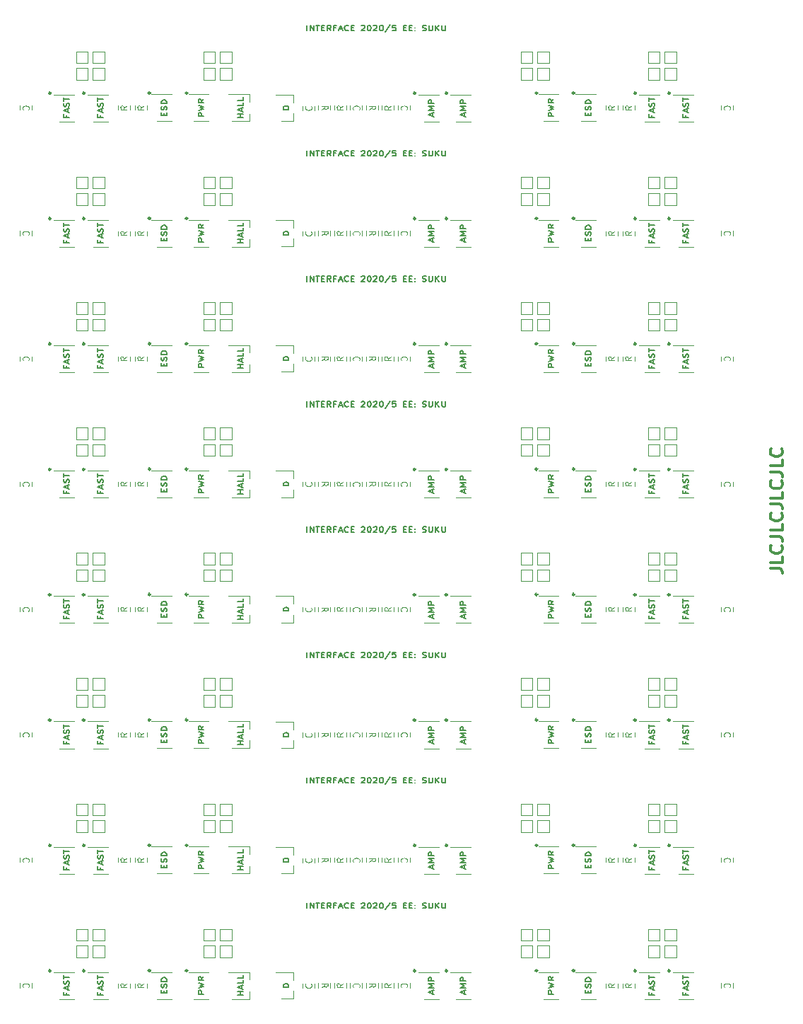
<source format=gbr>
G04 #@! TF.GenerationSoftware,KiCad,Pcbnew,(5.1.2)-2*
G04 #@! TF.CreationDate,2020-06-09T17:36:25+02:00*
G04 #@! TF.ProjectId,INTERFACE,494e5445-5246-4414-9345-2e6b69636164,rev?*
G04 #@! TF.SameCoordinates,Original*
G04 #@! TF.FileFunction,Legend,Top*
G04 #@! TF.FilePolarity,Positive*
%FSLAX46Y46*%
G04 Gerber Fmt 4.6, Leading zero omitted, Abs format (unit mm)*
G04 Created by KiCad (PCBNEW (5.1.2)-2) date 2020-06-09 17:36:25*
%MOMM*%
%LPD*%
G04 APERTURE LIST*
%ADD10C,0.127000*%
%ADD11C,0.300000*%
%ADD12C,0.120000*%
%ADD13C,0.250000*%
G04 APERTURE END LIST*
D10*
X74554642Y-7207142D02*
X74554642Y-6953142D01*
X74887261Y-6844285D02*
X74887261Y-7207142D01*
X74252261Y-7207142D01*
X74252261Y-6844285D01*
X74857023Y-6554000D02*
X74887261Y-6445142D01*
X74887261Y-6263714D01*
X74857023Y-6191142D01*
X74826785Y-6154857D01*
X74766309Y-6118571D01*
X74705833Y-6118571D01*
X74645357Y-6154857D01*
X74615119Y-6191142D01*
X74584880Y-6263714D01*
X74554642Y-6408857D01*
X74524404Y-6481428D01*
X74494166Y-6517714D01*
X74433690Y-6554000D01*
X74373214Y-6554000D01*
X74312738Y-6517714D01*
X74282500Y-6481428D01*
X74252261Y-6408857D01*
X74252261Y-6227428D01*
X74282500Y-6118571D01*
X74887261Y-5792000D02*
X74252261Y-5792000D01*
X74252261Y-5610571D01*
X74282500Y-5501714D01*
X74342976Y-5429142D01*
X74403452Y-5392857D01*
X74524404Y-5356571D01*
X74615119Y-5356571D01*
X74736071Y-5392857D01*
X74796547Y-5429142D01*
X74857023Y-5501714D01*
X74887261Y-5610571D01*
X74887261Y-5792000D01*
X79332261Y-7316000D02*
X78697261Y-7316000D01*
X78697261Y-7025714D01*
X78727500Y-6953142D01*
X78757738Y-6916857D01*
X78818214Y-6880571D01*
X78908928Y-6880571D01*
X78969404Y-6916857D01*
X78999642Y-6953142D01*
X79029880Y-7025714D01*
X79029880Y-7316000D01*
X78697261Y-6626571D02*
X79332261Y-6445142D01*
X78878690Y-6300000D01*
X79332261Y-6154857D01*
X78697261Y-5973428D01*
X79332261Y-5247714D02*
X79029880Y-5501714D01*
X79332261Y-5683142D02*
X78697261Y-5683142D01*
X78697261Y-5392857D01*
X78727500Y-5320285D01*
X78757738Y-5284000D01*
X78818214Y-5247714D01*
X78908928Y-5247714D01*
X78969404Y-5284000D01*
X78999642Y-5320285D01*
X79029880Y-5392857D01*
X79029880Y-5683142D01*
X121242261Y-7316000D02*
X120607261Y-7316000D01*
X120607261Y-7025714D01*
X120637500Y-6953142D01*
X120667738Y-6916857D01*
X120728214Y-6880571D01*
X120818928Y-6880571D01*
X120879404Y-6916857D01*
X120909642Y-6953142D01*
X120939880Y-7025714D01*
X120939880Y-7316000D01*
X120607261Y-6626571D02*
X121242261Y-6445142D01*
X120788690Y-6300000D01*
X121242261Y-6154857D01*
X120607261Y-5973428D01*
X121242261Y-5247714D02*
X120939880Y-5501714D01*
X121242261Y-5683142D02*
X120607261Y-5683142D01*
X120607261Y-5392857D01*
X120637500Y-5320285D01*
X120667738Y-5284000D01*
X120728214Y-5247714D01*
X120818928Y-5247714D01*
X120879404Y-5284000D01*
X120909642Y-5320285D01*
X120939880Y-5392857D01*
X120939880Y-5683142D01*
X84031261Y-7461142D02*
X83396261Y-7461142D01*
X83698642Y-7461142D02*
X83698642Y-7025714D01*
X84031261Y-7025714D02*
X83396261Y-7025714D01*
X83849833Y-6699142D02*
X83849833Y-6336285D01*
X84031261Y-6771714D02*
X83396261Y-6517714D01*
X84031261Y-6263714D01*
X84031261Y-5646857D02*
X84031261Y-6009714D01*
X83396261Y-6009714D01*
X84031261Y-5030000D02*
X84031261Y-5392857D01*
X83396261Y-5392857D01*
X89492261Y-6499571D02*
X88857261Y-6499571D01*
X88857261Y-6318142D01*
X88887500Y-6209285D01*
X88947976Y-6136714D01*
X89008452Y-6100428D01*
X89129404Y-6064142D01*
X89220119Y-6064142D01*
X89341071Y-6100428D01*
X89401547Y-6136714D01*
X89462023Y-6209285D01*
X89492261Y-6318142D01*
X89492261Y-6499571D01*
X66934642Y-7170857D02*
X66934642Y-7424857D01*
X67267261Y-7424857D02*
X66632261Y-7424857D01*
X66632261Y-7062000D01*
X67085833Y-6808000D02*
X67085833Y-6445142D01*
X67267261Y-6880571D02*
X66632261Y-6626571D01*
X67267261Y-6372571D01*
X67237023Y-6154857D02*
X67267261Y-6046000D01*
X67267261Y-5864571D01*
X67237023Y-5792000D01*
X67206785Y-5755714D01*
X67146309Y-5719428D01*
X67085833Y-5719428D01*
X67025357Y-5755714D01*
X66995119Y-5792000D01*
X66964880Y-5864571D01*
X66934642Y-6009714D01*
X66904404Y-6082285D01*
X66874166Y-6118571D01*
X66813690Y-6154857D01*
X66753214Y-6154857D01*
X66692738Y-6118571D01*
X66662500Y-6082285D01*
X66632261Y-6009714D01*
X66632261Y-5828285D01*
X66662500Y-5719428D01*
X66632261Y-5501714D02*
X66632261Y-5066285D01*
X67267261Y-5284000D02*
X66632261Y-5284000D01*
X62870642Y-7170857D02*
X62870642Y-7424857D01*
X63203261Y-7424857D02*
X62568261Y-7424857D01*
X62568261Y-7062000D01*
X63021833Y-6808000D02*
X63021833Y-6445142D01*
X63203261Y-6880571D02*
X62568261Y-6626571D01*
X63203261Y-6372571D01*
X63173023Y-6154857D02*
X63203261Y-6046000D01*
X63203261Y-5864571D01*
X63173023Y-5792000D01*
X63142785Y-5755714D01*
X63082309Y-5719428D01*
X63021833Y-5719428D01*
X62961357Y-5755714D01*
X62931119Y-5792000D01*
X62900880Y-5864571D01*
X62870642Y-6009714D01*
X62840404Y-6082285D01*
X62810166Y-6118571D01*
X62749690Y-6154857D01*
X62689214Y-6154857D01*
X62628738Y-6118571D01*
X62598500Y-6082285D01*
X62568261Y-6009714D01*
X62568261Y-5828285D01*
X62598500Y-5719428D01*
X62568261Y-5501714D02*
X62568261Y-5066285D01*
X63203261Y-5284000D02*
X62568261Y-5284000D01*
X137038642Y-7170857D02*
X137038642Y-7424857D01*
X137371261Y-7424857D02*
X136736261Y-7424857D01*
X136736261Y-7062000D01*
X137189833Y-6808000D02*
X137189833Y-6445142D01*
X137371261Y-6880571D02*
X136736261Y-6626571D01*
X137371261Y-6372571D01*
X137341023Y-6154857D02*
X137371261Y-6046000D01*
X137371261Y-5864571D01*
X137341023Y-5792000D01*
X137310785Y-5755714D01*
X137250309Y-5719428D01*
X137189833Y-5719428D01*
X137129357Y-5755714D01*
X137099119Y-5792000D01*
X137068880Y-5864571D01*
X137038642Y-6009714D01*
X137008404Y-6082285D01*
X136978166Y-6118571D01*
X136917690Y-6154857D01*
X136857214Y-6154857D01*
X136796738Y-6118571D01*
X136766500Y-6082285D01*
X136736261Y-6009714D01*
X136736261Y-5828285D01*
X136766500Y-5719428D01*
X136736261Y-5501714D02*
X136736261Y-5066285D01*
X137371261Y-5284000D02*
X136736261Y-5284000D01*
X91708714Y2937738D02*
X91708714Y3572738D01*
X92071571Y2937738D02*
X92071571Y3572738D01*
X92507000Y2937738D01*
X92507000Y3572738D01*
X92761000Y3572738D02*
X93196428Y3572738D01*
X92978714Y2937738D02*
X92978714Y3572738D01*
X93450428Y3270357D02*
X93704428Y3270357D01*
X93813285Y2937738D02*
X93450428Y2937738D01*
X93450428Y3572738D01*
X93813285Y3572738D01*
X94575285Y2937738D02*
X94321285Y3240119D01*
X94139857Y2937738D02*
X94139857Y3572738D01*
X94430142Y3572738D01*
X94502714Y3542500D01*
X94539000Y3512261D01*
X94575285Y3451785D01*
X94575285Y3361071D01*
X94539000Y3300595D01*
X94502714Y3270357D01*
X94430142Y3240119D01*
X94139857Y3240119D01*
X95155857Y3270357D02*
X94901857Y3270357D01*
X94901857Y2937738D02*
X94901857Y3572738D01*
X95264714Y3572738D01*
X95518714Y3119166D02*
X95881571Y3119166D01*
X95446142Y2937738D02*
X95700142Y3572738D01*
X95954142Y2937738D01*
X96643571Y2998214D02*
X96607285Y2967976D01*
X96498428Y2937738D01*
X96425857Y2937738D01*
X96317000Y2967976D01*
X96244428Y3028452D01*
X96208142Y3088928D01*
X96171857Y3209880D01*
X96171857Y3300595D01*
X96208142Y3421547D01*
X96244428Y3482023D01*
X96317000Y3542500D01*
X96425857Y3572738D01*
X96498428Y3572738D01*
X96607285Y3542500D01*
X96643571Y3512261D01*
X96970142Y3270357D02*
X97224142Y3270357D01*
X97333000Y2937738D02*
X96970142Y2937738D01*
X96970142Y3572738D01*
X97333000Y3572738D01*
X98203857Y3512261D02*
X98240142Y3542500D01*
X98312714Y3572738D01*
X98494142Y3572738D01*
X98566714Y3542500D01*
X98603000Y3512261D01*
X98639285Y3451785D01*
X98639285Y3391309D01*
X98603000Y3300595D01*
X98167571Y2937738D01*
X98639285Y2937738D01*
X99111000Y3572738D02*
X99183571Y3572738D01*
X99256142Y3542500D01*
X99292428Y3512261D01*
X99328714Y3451785D01*
X99365000Y3330833D01*
X99365000Y3179642D01*
X99328714Y3058690D01*
X99292428Y2998214D01*
X99256142Y2967976D01*
X99183571Y2937738D01*
X99111000Y2937738D01*
X99038428Y2967976D01*
X99002142Y2998214D01*
X98965857Y3058690D01*
X98929571Y3179642D01*
X98929571Y3330833D01*
X98965857Y3451785D01*
X99002142Y3512261D01*
X99038428Y3542500D01*
X99111000Y3572738D01*
X99655285Y3512261D02*
X99691571Y3542500D01*
X99764142Y3572738D01*
X99945571Y3572738D01*
X100018142Y3542500D01*
X100054428Y3512261D01*
X100090714Y3451785D01*
X100090714Y3391309D01*
X100054428Y3300595D01*
X99619000Y2937738D01*
X100090714Y2937738D01*
X100562428Y3572738D02*
X100635000Y3572738D01*
X100707571Y3542500D01*
X100743857Y3512261D01*
X100780142Y3451785D01*
X100816428Y3330833D01*
X100816428Y3179642D01*
X100780142Y3058690D01*
X100743857Y2998214D01*
X100707571Y2967976D01*
X100635000Y2937738D01*
X100562428Y2937738D01*
X100489857Y2967976D01*
X100453571Y2998214D01*
X100417285Y3058690D01*
X100381000Y3179642D01*
X100381000Y3330833D01*
X100417285Y3451785D01*
X100453571Y3512261D01*
X100489857Y3542500D01*
X100562428Y3572738D01*
X101687285Y3602976D02*
X101034142Y2786547D01*
X102304142Y3572738D02*
X101941285Y3572738D01*
X101905000Y3270357D01*
X101941285Y3300595D01*
X102013857Y3330833D01*
X102195285Y3330833D01*
X102267857Y3300595D01*
X102304142Y3270357D01*
X102340428Y3209880D01*
X102340428Y3058690D01*
X102304142Y2998214D01*
X102267857Y2967976D01*
X102195285Y2937738D01*
X102013857Y2937738D01*
X101941285Y2967976D01*
X101905000Y2998214D01*
X103247571Y3270357D02*
X103501571Y3270357D01*
X103610428Y2937738D02*
X103247571Y2937738D01*
X103247571Y3572738D01*
X103610428Y3572738D01*
X103937000Y3270357D02*
X104191000Y3270357D01*
X104299857Y2937738D02*
X103937000Y2937738D01*
X103937000Y3572738D01*
X104299857Y3572738D01*
X104626428Y2998214D02*
X104662714Y2967976D01*
X104626428Y2937738D01*
X104590142Y2967976D01*
X104626428Y2998214D01*
X104626428Y2937738D01*
X104626428Y3330833D02*
X104662714Y3300595D01*
X104626428Y3270357D01*
X104590142Y3300595D01*
X104626428Y3330833D01*
X104626428Y3270357D01*
X105533571Y2967976D02*
X105642428Y2937738D01*
X105823857Y2937738D01*
X105896428Y2967976D01*
X105932714Y2998214D01*
X105969000Y3058690D01*
X105969000Y3119166D01*
X105932714Y3179642D01*
X105896428Y3209880D01*
X105823857Y3240119D01*
X105678714Y3270357D01*
X105606142Y3300595D01*
X105569857Y3330833D01*
X105533571Y3391309D01*
X105533571Y3451785D01*
X105569857Y3512261D01*
X105606142Y3542500D01*
X105678714Y3572738D01*
X105860142Y3572738D01*
X105969000Y3542500D01*
X106295571Y3572738D02*
X106295571Y3058690D01*
X106331857Y2998214D01*
X106368142Y2967976D01*
X106440714Y2937738D01*
X106585857Y2937738D01*
X106658428Y2967976D01*
X106694714Y2998214D01*
X106731000Y3058690D01*
X106731000Y3572738D01*
X107093857Y2937738D02*
X107093857Y3572738D01*
X107529285Y2937738D02*
X107202714Y3300595D01*
X107529285Y3572738D02*
X107093857Y3209880D01*
X107855857Y3572738D02*
X107855857Y3058690D01*
X107892142Y2998214D01*
X107928428Y2967976D01*
X108001000Y2937738D01*
X108146142Y2937738D01*
X108218714Y2967976D01*
X108255000Y2998214D01*
X108291285Y3058690D01*
X108291285Y3572738D01*
X106709833Y-7323257D02*
X106709833Y-6960400D01*
X106891261Y-7395828D02*
X106256261Y-7141828D01*
X106891261Y-6887828D01*
X106891261Y-6633828D02*
X106256261Y-6633828D01*
X106709833Y-6379828D01*
X106256261Y-6125828D01*
X106891261Y-6125828D01*
X106891261Y-5762971D02*
X106256261Y-5762971D01*
X106256261Y-5472685D01*
X106286500Y-5400114D01*
X106316738Y-5363828D01*
X106377214Y-5327542D01*
X106467928Y-5327542D01*
X106528404Y-5363828D01*
X106558642Y-5400114D01*
X106588880Y-5472685D01*
X106588880Y-5762971D01*
X110519833Y-7323257D02*
X110519833Y-6960400D01*
X110701261Y-7395828D02*
X110066261Y-7141828D01*
X110701261Y-6887828D01*
X110701261Y-6633828D02*
X110066261Y-6633828D01*
X110519833Y-6379828D01*
X110066261Y-6125828D01*
X110701261Y-6125828D01*
X110701261Y-5762971D02*
X110066261Y-5762971D01*
X110066261Y-5472685D01*
X110096500Y-5400114D01*
X110126738Y-5363828D01*
X110187214Y-5327542D01*
X110277928Y-5327542D01*
X110338404Y-5363828D01*
X110368642Y-5400114D01*
X110398880Y-5472685D01*
X110398880Y-5762971D01*
X125354642Y-7207142D02*
X125354642Y-6953142D01*
X125687261Y-6844285D02*
X125687261Y-7207142D01*
X125052261Y-7207142D01*
X125052261Y-6844285D01*
X125657023Y-6554000D02*
X125687261Y-6445142D01*
X125687261Y-6263714D01*
X125657023Y-6191142D01*
X125626785Y-6154857D01*
X125566309Y-6118571D01*
X125505833Y-6118571D01*
X125445357Y-6154857D01*
X125415119Y-6191142D01*
X125384880Y-6263714D01*
X125354642Y-6408857D01*
X125324404Y-6481428D01*
X125294166Y-6517714D01*
X125233690Y-6554000D01*
X125173214Y-6554000D01*
X125112738Y-6517714D01*
X125082500Y-6481428D01*
X125052261Y-6408857D01*
X125052261Y-6227428D01*
X125082500Y-6118571D01*
X125687261Y-5792000D02*
X125052261Y-5792000D01*
X125052261Y-5610571D01*
X125082500Y-5501714D01*
X125142976Y-5429142D01*
X125203452Y-5392857D01*
X125324404Y-5356571D01*
X125415119Y-5356571D01*
X125536071Y-5392857D01*
X125596547Y-5429142D01*
X125657023Y-5501714D01*
X125687261Y-5610571D01*
X125687261Y-5792000D01*
X132974642Y-7170857D02*
X132974642Y-7424857D01*
X133307261Y-7424857D02*
X132672261Y-7424857D01*
X132672261Y-7062000D01*
X133125833Y-6808000D02*
X133125833Y-6445142D01*
X133307261Y-6880571D02*
X132672261Y-6626571D01*
X133307261Y-6372571D01*
X133277023Y-6154857D02*
X133307261Y-6046000D01*
X133307261Y-5864571D01*
X133277023Y-5792000D01*
X133246785Y-5755714D01*
X133186309Y-5719428D01*
X133125833Y-5719428D01*
X133065357Y-5755714D01*
X133035119Y-5792000D01*
X133004880Y-5864571D01*
X132974642Y-6009714D01*
X132944404Y-6082285D01*
X132914166Y-6118571D01*
X132853690Y-6154857D01*
X132793214Y-6154857D01*
X132732738Y-6118571D01*
X132702500Y-6082285D01*
X132672261Y-6009714D01*
X132672261Y-5828285D01*
X132702500Y-5719428D01*
X132672261Y-5501714D02*
X132672261Y-5066285D01*
X133307261Y-5284000D02*
X132672261Y-5284000D01*
X74554642Y-22207142D02*
X74554642Y-21953142D01*
X74887261Y-21844285D02*
X74887261Y-22207142D01*
X74252261Y-22207142D01*
X74252261Y-21844285D01*
X74857023Y-21554000D02*
X74887261Y-21445142D01*
X74887261Y-21263714D01*
X74857023Y-21191142D01*
X74826785Y-21154857D01*
X74766309Y-21118571D01*
X74705833Y-21118571D01*
X74645357Y-21154857D01*
X74615119Y-21191142D01*
X74584880Y-21263714D01*
X74554642Y-21408857D01*
X74524404Y-21481428D01*
X74494166Y-21517714D01*
X74433690Y-21554000D01*
X74373214Y-21554000D01*
X74312738Y-21517714D01*
X74282500Y-21481428D01*
X74252261Y-21408857D01*
X74252261Y-21227428D01*
X74282500Y-21118571D01*
X74887261Y-20792000D02*
X74252261Y-20792000D01*
X74252261Y-20610571D01*
X74282500Y-20501714D01*
X74342976Y-20429142D01*
X74403452Y-20392857D01*
X74524404Y-20356571D01*
X74615119Y-20356571D01*
X74736071Y-20392857D01*
X74796547Y-20429142D01*
X74857023Y-20501714D01*
X74887261Y-20610571D01*
X74887261Y-20792000D01*
X79332261Y-22316000D02*
X78697261Y-22316000D01*
X78697261Y-22025714D01*
X78727500Y-21953142D01*
X78757738Y-21916857D01*
X78818214Y-21880571D01*
X78908928Y-21880571D01*
X78969404Y-21916857D01*
X78999642Y-21953142D01*
X79029880Y-22025714D01*
X79029880Y-22316000D01*
X78697261Y-21626571D02*
X79332261Y-21445142D01*
X78878690Y-21300000D01*
X79332261Y-21154857D01*
X78697261Y-20973428D01*
X79332261Y-20247714D02*
X79029880Y-20501714D01*
X79332261Y-20683142D02*
X78697261Y-20683142D01*
X78697261Y-20392857D01*
X78727500Y-20320285D01*
X78757738Y-20284000D01*
X78818214Y-20247714D01*
X78908928Y-20247714D01*
X78969404Y-20284000D01*
X78999642Y-20320285D01*
X79029880Y-20392857D01*
X79029880Y-20683142D01*
X121242261Y-22316000D02*
X120607261Y-22316000D01*
X120607261Y-22025714D01*
X120637500Y-21953142D01*
X120667738Y-21916857D01*
X120728214Y-21880571D01*
X120818928Y-21880571D01*
X120879404Y-21916857D01*
X120909642Y-21953142D01*
X120939880Y-22025714D01*
X120939880Y-22316000D01*
X120607261Y-21626571D02*
X121242261Y-21445142D01*
X120788690Y-21300000D01*
X121242261Y-21154857D01*
X120607261Y-20973428D01*
X121242261Y-20247714D02*
X120939880Y-20501714D01*
X121242261Y-20683142D02*
X120607261Y-20683142D01*
X120607261Y-20392857D01*
X120637500Y-20320285D01*
X120667738Y-20284000D01*
X120728214Y-20247714D01*
X120818928Y-20247714D01*
X120879404Y-20284000D01*
X120909642Y-20320285D01*
X120939880Y-20392857D01*
X120939880Y-20683142D01*
X84031261Y-22461142D02*
X83396261Y-22461142D01*
X83698642Y-22461142D02*
X83698642Y-22025714D01*
X84031261Y-22025714D02*
X83396261Y-22025714D01*
X83849833Y-21699142D02*
X83849833Y-21336285D01*
X84031261Y-21771714D02*
X83396261Y-21517714D01*
X84031261Y-21263714D01*
X84031261Y-20646857D02*
X84031261Y-21009714D01*
X83396261Y-21009714D01*
X84031261Y-20030000D02*
X84031261Y-20392857D01*
X83396261Y-20392857D01*
X89492261Y-21499571D02*
X88857261Y-21499571D01*
X88857261Y-21318142D01*
X88887500Y-21209285D01*
X88947976Y-21136714D01*
X89008452Y-21100428D01*
X89129404Y-21064142D01*
X89220119Y-21064142D01*
X89341071Y-21100428D01*
X89401547Y-21136714D01*
X89462023Y-21209285D01*
X89492261Y-21318142D01*
X89492261Y-21499571D01*
X66934642Y-22170857D02*
X66934642Y-22424857D01*
X67267261Y-22424857D02*
X66632261Y-22424857D01*
X66632261Y-22062000D01*
X67085833Y-21808000D02*
X67085833Y-21445142D01*
X67267261Y-21880571D02*
X66632261Y-21626571D01*
X67267261Y-21372571D01*
X67237023Y-21154857D02*
X67267261Y-21046000D01*
X67267261Y-20864571D01*
X67237023Y-20792000D01*
X67206785Y-20755714D01*
X67146309Y-20719428D01*
X67085833Y-20719428D01*
X67025357Y-20755714D01*
X66995119Y-20792000D01*
X66964880Y-20864571D01*
X66934642Y-21009714D01*
X66904404Y-21082285D01*
X66874166Y-21118571D01*
X66813690Y-21154857D01*
X66753214Y-21154857D01*
X66692738Y-21118571D01*
X66662500Y-21082285D01*
X66632261Y-21009714D01*
X66632261Y-20828285D01*
X66662500Y-20719428D01*
X66632261Y-20501714D02*
X66632261Y-20066285D01*
X67267261Y-20284000D02*
X66632261Y-20284000D01*
X62870642Y-22170857D02*
X62870642Y-22424857D01*
X63203261Y-22424857D02*
X62568261Y-22424857D01*
X62568261Y-22062000D01*
X63021833Y-21808000D02*
X63021833Y-21445142D01*
X63203261Y-21880571D02*
X62568261Y-21626571D01*
X63203261Y-21372571D01*
X63173023Y-21154857D02*
X63203261Y-21046000D01*
X63203261Y-20864571D01*
X63173023Y-20792000D01*
X63142785Y-20755714D01*
X63082309Y-20719428D01*
X63021833Y-20719428D01*
X62961357Y-20755714D01*
X62931119Y-20792000D01*
X62900880Y-20864571D01*
X62870642Y-21009714D01*
X62840404Y-21082285D01*
X62810166Y-21118571D01*
X62749690Y-21154857D01*
X62689214Y-21154857D01*
X62628738Y-21118571D01*
X62598500Y-21082285D01*
X62568261Y-21009714D01*
X62568261Y-20828285D01*
X62598500Y-20719428D01*
X62568261Y-20501714D02*
X62568261Y-20066285D01*
X63203261Y-20284000D02*
X62568261Y-20284000D01*
X137038642Y-22170857D02*
X137038642Y-22424857D01*
X137371261Y-22424857D02*
X136736261Y-22424857D01*
X136736261Y-22062000D01*
X137189833Y-21808000D02*
X137189833Y-21445142D01*
X137371261Y-21880571D02*
X136736261Y-21626571D01*
X137371261Y-21372571D01*
X137341023Y-21154857D02*
X137371261Y-21046000D01*
X137371261Y-20864571D01*
X137341023Y-20792000D01*
X137310785Y-20755714D01*
X137250309Y-20719428D01*
X137189833Y-20719428D01*
X137129357Y-20755714D01*
X137099119Y-20792000D01*
X137068880Y-20864571D01*
X137038642Y-21009714D01*
X137008404Y-21082285D01*
X136978166Y-21118571D01*
X136917690Y-21154857D01*
X136857214Y-21154857D01*
X136796738Y-21118571D01*
X136766500Y-21082285D01*
X136736261Y-21009714D01*
X136736261Y-20828285D01*
X136766500Y-20719428D01*
X136736261Y-20501714D02*
X136736261Y-20066285D01*
X137371261Y-20284000D02*
X136736261Y-20284000D01*
X91708714Y-12062261D02*
X91708714Y-11427261D01*
X92071571Y-12062261D02*
X92071571Y-11427261D01*
X92507000Y-12062261D01*
X92507000Y-11427261D01*
X92761000Y-11427261D02*
X93196428Y-11427261D01*
X92978714Y-12062261D02*
X92978714Y-11427261D01*
X93450428Y-11729642D02*
X93704428Y-11729642D01*
X93813285Y-12062261D02*
X93450428Y-12062261D01*
X93450428Y-11427261D01*
X93813285Y-11427261D01*
X94575285Y-12062261D02*
X94321285Y-11759880D01*
X94139857Y-12062261D02*
X94139857Y-11427261D01*
X94430142Y-11427261D01*
X94502714Y-11457500D01*
X94539000Y-11487738D01*
X94575285Y-11548214D01*
X94575285Y-11638928D01*
X94539000Y-11699404D01*
X94502714Y-11729642D01*
X94430142Y-11759880D01*
X94139857Y-11759880D01*
X95155857Y-11729642D02*
X94901857Y-11729642D01*
X94901857Y-12062261D02*
X94901857Y-11427261D01*
X95264714Y-11427261D01*
X95518714Y-11880833D02*
X95881571Y-11880833D01*
X95446142Y-12062261D02*
X95700142Y-11427261D01*
X95954142Y-12062261D01*
X96643571Y-12001785D02*
X96607285Y-12032023D01*
X96498428Y-12062261D01*
X96425857Y-12062261D01*
X96317000Y-12032023D01*
X96244428Y-11971547D01*
X96208142Y-11911071D01*
X96171857Y-11790119D01*
X96171857Y-11699404D01*
X96208142Y-11578452D01*
X96244428Y-11517976D01*
X96317000Y-11457500D01*
X96425857Y-11427261D01*
X96498428Y-11427261D01*
X96607285Y-11457500D01*
X96643571Y-11487738D01*
X96970142Y-11729642D02*
X97224142Y-11729642D01*
X97333000Y-12062261D02*
X96970142Y-12062261D01*
X96970142Y-11427261D01*
X97333000Y-11427261D01*
X98203857Y-11487738D02*
X98240142Y-11457500D01*
X98312714Y-11427261D01*
X98494142Y-11427261D01*
X98566714Y-11457500D01*
X98603000Y-11487738D01*
X98639285Y-11548214D01*
X98639285Y-11608690D01*
X98603000Y-11699404D01*
X98167571Y-12062261D01*
X98639285Y-12062261D01*
X99111000Y-11427261D02*
X99183571Y-11427261D01*
X99256142Y-11457500D01*
X99292428Y-11487738D01*
X99328714Y-11548214D01*
X99365000Y-11669166D01*
X99365000Y-11820357D01*
X99328714Y-11941309D01*
X99292428Y-12001785D01*
X99256142Y-12032023D01*
X99183571Y-12062261D01*
X99111000Y-12062261D01*
X99038428Y-12032023D01*
X99002142Y-12001785D01*
X98965857Y-11941309D01*
X98929571Y-11820357D01*
X98929571Y-11669166D01*
X98965857Y-11548214D01*
X99002142Y-11487738D01*
X99038428Y-11457500D01*
X99111000Y-11427261D01*
X99655285Y-11487738D02*
X99691571Y-11457500D01*
X99764142Y-11427261D01*
X99945571Y-11427261D01*
X100018142Y-11457500D01*
X100054428Y-11487738D01*
X100090714Y-11548214D01*
X100090714Y-11608690D01*
X100054428Y-11699404D01*
X99619000Y-12062261D01*
X100090714Y-12062261D01*
X100562428Y-11427261D02*
X100635000Y-11427261D01*
X100707571Y-11457500D01*
X100743857Y-11487738D01*
X100780142Y-11548214D01*
X100816428Y-11669166D01*
X100816428Y-11820357D01*
X100780142Y-11941309D01*
X100743857Y-12001785D01*
X100707571Y-12032023D01*
X100635000Y-12062261D01*
X100562428Y-12062261D01*
X100489857Y-12032023D01*
X100453571Y-12001785D01*
X100417285Y-11941309D01*
X100381000Y-11820357D01*
X100381000Y-11669166D01*
X100417285Y-11548214D01*
X100453571Y-11487738D01*
X100489857Y-11457500D01*
X100562428Y-11427261D01*
X101687285Y-11397023D02*
X101034142Y-12213452D01*
X102304142Y-11427261D02*
X101941285Y-11427261D01*
X101905000Y-11729642D01*
X101941285Y-11699404D01*
X102013857Y-11669166D01*
X102195285Y-11669166D01*
X102267857Y-11699404D01*
X102304142Y-11729642D01*
X102340428Y-11790119D01*
X102340428Y-11941309D01*
X102304142Y-12001785D01*
X102267857Y-12032023D01*
X102195285Y-12062261D01*
X102013857Y-12062261D01*
X101941285Y-12032023D01*
X101905000Y-12001785D01*
X103247571Y-11729642D02*
X103501571Y-11729642D01*
X103610428Y-12062261D02*
X103247571Y-12062261D01*
X103247571Y-11427261D01*
X103610428Y-11427261D01*
X103937000Y-11729642D02*
X104191000Y-11729642D01*
X104299857Y-12062261D02*
X103937000Y-12062261D01*
X103937000Y-11427261D01*
X104299857Y-11427261D01*
X104626428Y-12001785D02*
X104662714Y-12032023D01*
X104626428Y-12062261D01*
X104590142Y-12032023D01*
X104626428Y-12001785D01*
X104626428Y-12062261D01*
X104626428Y-11669166D02*
X104662714Y-11699404D01*
X104626428Y-11729642D01*
X104590142Y-11699404D01*
X104626428Y-11669166D01*
X104626428Y-11729642D01*
X105533571Y-12032023D02*
X105642428Y-12062261D01*
X105823857Y-12062261D01*
X105896428Y-12032023D01*
X105932714Y-12001785D01*
X105969000Y-11941309D01*
X105969000Y-11880833D01*
X105932714Y-11820357D01*
X105896428Y-11790119D01*
X105823857Y-11759880D01*
X105678714Y-11729642D01*
X105606142Y-11699404D01*
X105569857Y-11669166D01*
X105533571Y-11608690D01*
X105533571Y-11548214D01*
X105569857Y-11487738D01*
X105606142Y-11457500D01*
X105678714Y-11427261D01*
X105860142Y-11427261D01*
X105969000Y-11457500D01*
X106295571Y-11427261D02*
X106295571Y-11941309D01*
X106331857Y-12001785D01*
X106368142Y-12032023D01*
X106440714Y-12062261D01*
X106585857Y-12062261D01*
X106658428Y-12032023D01*
X106694714Y-12001785D01*
X106731000Y-11941309D01*
X106731000Y-11427261D01*
X107093857Y-12062261D02*
X107093857Y-11427261D01*
X107529285Y-12062261D02*
X107202714Y-11699404D01*
X107529285Y-11427261D02*
X107093857Y-11790119D01*
X107855857Y-11427261D02*
X107855857Y-11941309D01*
X107892142Y-12001785D01*
X107928428Y-12032023D01*
X108001000Y-12062261D01*
X108146142Y-12062261D01*
X108218714Y-12032023D01*
X108255000Y-12001785D01*
X108291285Y-11941309D01*
X108291285Y-11427261D01*
X106709833Y-22323257D02*
X106709833Y-21960400D01*
X106891261Y-22395828D02*
X106256261Y-22141828D01*
X106891261Y-21887828D01*
X106891261Y-21633828D02*
X106256261Y-21633828D01*
X106709833Y-21379828D01*
X106256261Y-21125828D01*
X106891261Y-21125828D01*
X106891261Y-20762971D02*
X106256261Y-20762971D01*
X106256261Y-20472685D01*
X106286500Y-20400114D01*
X106316738Y-20363828D01*
X106377214Y-20327542D01*
X106467928Y-20327542D01*
X106528404Y-20363828D01*
X106558642Y-20400114D01*
X106588880Y-20472685D01*
X106588880Y-20762971D01*
X110519833Y-22323257D02*
X110519833Y-21960400D01*
X110701261Y-22395828D02*
X110066261Y-22141828D01*
X110701261Y-21887828D01*
X110701261Y-21633828D02*
X110066261Y-21633828D01*
X110519833Y-21379828D01*
X110066261Y-21125828D01*
X110701261Y-21125828D01*
X110701261Y-20762971D02*
X110066261Y-20762971D01*
X110066261Y-20472685D01*
X110096500Y-20400114D01*
X110126738Y-20363828D01*
X110187214Y-20327542D01*
X110277928Y-20327542D01*
X110338404Y-20363828D01*
X110368642Y-20400114D01*
X110398880Y-20472685D01*
X110398880Y-20762971D01*
X125354642Y-22207142D02*
X125354642Y-21953142D01*
X125687261Y-21844285D02*
X125687261Y-22207142D01*
X125052261Y-22207142D01*
X125052261Y-21844285D01*
X125657023Y-21554000D02*
X125687261Y-21445142D01*
X125687261Y-21263714D01*
X125657023Y-21191142D01*
X125626785Y-21154857D01*
X125566309Y-21118571D01*
X125505833Y-21118571D01*
X125445357Y-21154857D01*
X125415119Y-21191142D01*
X125384880Y-21263714D01*
X125354642Y-21408857D01*
X125324404Y-21481428D01*
X125294166Y-21517714D01*
X125233690Y-21554000D01*
X125173214Y-21554000D01*
X125112738Y-21517714D01*
X125082500Y-21481428D01*
X125052261Y-21408857D01*
X125052261Y-21227428D01*
X125082500Y-21118571D01*
X125687261Y-20792000D02*
X125052261Y-20792000D01*
X125052261Y-20610571D01*
X125082500Y-20501714D01*
X125142976Y-20429142D01*
X125203452Y-20392857D01*
X125324404Y-20356571D01*
X125415119Y-20356571D01*
X125536071Y-20392857D01*
X125596547Y-20429142D01*
X125657023Y-20501714D01*
X125687261Y-20610571D01*
X125687261Y-20792000D01*
X132974642Y-22170857D02*
X132974642Y-22424857D01*
X133307261Y-22424857D02*
X132672261Y-22424857D01*
X132672261Y-22062000D01*
X133125833Y-21808000D02*
X133125833Y-21445142D01*
X133307261Y-21880571D02*
X132672261Y-21626571D01*
X133307261Y-21372571D01*
X133277023Y-21154857D02*
X133307261Y-21046000D01*
X133307261Y-20864571D01*
X133277023Y-20792000D01*
X133246785Y-20755714D01*
X133186309Y-20719428D01*
X133125833Y-20719428D01*
X133065357Y-20755714D01*
X133035119Y-20792000D01*
X133004880Y-20864571D01*
X132974642Y-21009714D01*
X132944404Y-21082285D01*
X132914166Y-21118571D01*
X132853690Y-21154857D01*
X132793214Y-21154857D01*
X132732738Y-21118571D01*
X132702500Y-21082285D01*
X132672261Y-21009714D01*
X132672261Y-20828285D01*
X132702500Y-20719428D01*
X132672261Y-20501714D02*
X132672261Y-20066285D01*
X133307261Y-20284000D02*
X132672261Y-20284000D01*
X74554642Y-37207142D02*
X74554642Y-36953142D01*
X74887261Y-36844285D02*
X74887261Y-37207142D01*
X74252261Y-37207142D01*
X74252261Y-36844285D01*
X74857023Y-36554000D02*
X74887261Y-36445142D01*
X74887261Y-36263714D01*
X74857023Y-36191142D01*
X74826785Y-36154857D01*
X74766309Y-36118571D01*
X74705833Y-36118571D01*
X74645357Y-36154857D01*
X74615119Y-36191142D01*
X74584880Y-36263714D01*
X74554642Y-36408857D01*
X74524404Y-36481428D01*
X74494166Y-36517714D01*
X74433690Y-36554000D01*
X74373214Y-36554000D01*
X74312738Y-36517714D01*
X74282500Y-36481428D01*
X74252261Y-36408857D01*
X74252261Y-36227428D01*
X74282500Y-36118571D01*
X74887261Y-35792000D02*
X74252261Y-35792000D01*
X74252261Y-35610571D01*
X74282500Y-35501714D01*
X74342976Y-35429142D01*
X74403452Y-35392857D01*
X74524404Y-35356571D01*
X74615119Y-35356571D01*
X74736071Y-35392857D01*
X74796547Y-35429142D01*
X74857023Y-35501714D01*
X74887261Y-35610571D01*
X74887261Y-35792000D01*
X79332261Y-37316000D02*
X78697261Y-37316000D01*
X78697261Y-37025714D01*
X78727500Y-36953142D01*
X78757738Y-36916857D01*
X78818214Y-36880571D01*
X78908928Y-36880571D01*
X78969404Y-36916857D01*
X78999642Y-36953142D01*
X79029880Y-37025714D01*
X79029880Y-37316000D01*
X78697261Y-36626571D02*
X79332261Y-36445142D01*
X78878690Y-36300000D01*
X79332261Y-36154857D01*
X78697261Y-35973428D01*
X79332261Y-35247714D02*
X79029880Y-35501714D01*
X79332261Y-35683142D02*
X78697261Y-35683142D01*
X78697261Y-35392857D01*
X78727500Y-35320285D01*
X78757738Y-35284000D01*
X78818214Y-35247714D01*
X78908928Y-35247714D01*
X78969404Y-35284000D01*
X78999642Y-35320285D01*
X79029880Y-35392857D01*
X79029880Y-35683142D01*
X121242261Y-37316000D02*
X120607261Y-37316000D01*
X120607261Y-37025714D01*
X120637500Y-36953142D01*
X120667738Y-36916857D01*
X120728214Y-36880571D01*
X120818928Y-36880571D01*
X120879404Y-36916857D01*
X120909642Y-36953142D01*
X120939880Y-37025714D01*
X120939880Y-37316000D01*
X120607261Y-36626571D02*
X121242261Y-36445142D01*
X120788690Y-36300000D01*
X121242261Y-36154857D01*
X120607261Y-35973428D01*
X121242261Y-35247714D02*
X120939880Y-35501714D01*
X121242261Y-35683142D02*
X120607261Y-35683142D01*
X120607261Y-35392857D01*
X120637500Y-35320285D01*
X120667738Y-35284000D01*
X120728214Y-35247714D01*
X120818928Y-35247714D01*
X120879404Y-35284000D01*
X120909642Y-35320285D01*
X120939880Y-35392857D01*
X120939880Y-35683142D01*
X84031261Y-37461142D02*
X83396261Y-37461142D01*
X83698642Y-37461142D02*
X83698642Y-37025714D01*
X84031261Y-37025714D02*
X83396261Y-37025714D01*
X83849833Y-36699142D02*
X83849833Y-36336285D01*
X84031261Y-36771714D02*
X83396261Y-36517714D01*
X84031261Y-36263714D01*
X84031261Y-35646857D02*
X84031261Y-36009714D01*
X83396261Y-36009714D01*
X84031261Y-35030000D02*
X84031261Y-35392857D01*
X83396261Y-35392857D01*
X89492261Y-36499571D02*
X88857261Y-36499571D01*
X88857261Y-36318142D01*
X88887500Y-36209285D01*
X88947976Y-36136714D01*
X89008452Y-36100428D01*
X89129404Y-36064142D01*
X89220119Y-36064142D01*
X89341071Y-36100428D01*
X89401547Y-36136714D01*
X89462023Y-36209285D01*
X89492261Y-36318142D01*
X89492261Y-36499571D01*
X66934642Y-37170857D02*
X66934642Y-37424857D01*
X67267261Y-37424857D02*
X66632261Y-37424857D01*
X66632261Y-37062000D01*
X67085833Y-36808000D02*
X67085833Y-36445142D01*
X67267261Y-36880571D02*
X66632261Y-36626571D01*
X67267261Y-36372571D01*
X67237023Y-36154857D02*
X67267261Y-36046000D01*
X67267261Y-35864571D01*
X67237023Y-35792000D01*
X67206785Y-35755714D01*
X67146309Y-35719428D01*
X67085833Y-35719428D01*
X67025357Y-35755714D01*
X66995119Y-35792000D01*
X66964880Y-35864571D01*
X66934642Y-36009714D01*
X66904404Y-36082285D01*
X66874166Y-36118571D01*
X66813690Y-36154857D01*
X66753214Y-36154857D01*
X66692738Y-36118571D01*
X66662500Y-36082285D01*
X66632261Y-36009714D01*
X66632261Y-35828285D01*
X66662500Y-35719428D01*
X66632261Y-35501714D02*
X66632261Y-35066285D01*
X67267261Y-35284000D02*
X66632261Y-35284000D01*
X62870642Y-37170857D02*
X62870642Y-37424857D01*
X63203261Y-37424857D02*
X62568261Y-37424857D01*
X62568261Y-37062000D01*
X63021833Y-36808000D02*
X63021833Y-36445142D01*
X63203261Y-36880571D02*
X62568261Y-36626571D01*
X63203261Y-36372571D01*
X63173023Y-36154857D02*
X63203261Y-36046000D01*
X63203261Y-35864571D01*
X63173023Y-35792000D01*
X63142785Y-35755714D01*
X63082309Y-35719428D01*
X63021833Y-35719428D01*
X62961357Y-35755714D01*
X62931119Y-35792000D01*
X62900880Y-35864571D01*
X62870642Y-36009714D01*
X62840404Y-36082285D01*
X62810166Y-36118571D01*
X62749690Y-36154857D01*
X62689214Y-36154857D01*
X62628738Y-36118571D01*
X62598500Y-36082285D01*
X62568261Y-36009714D01*
X62568261Y-35828285D01*
X62598500Y-35719428D01*
X62568261Y-35501714D02*
X62568261Y-35066285D01*
X63203261Y-35284000D02*
X62568261Y-35284000D01*
X137038642Y-37170857D02*
X137038642Y-37424857D01*
X137371261Y-37424857D02*
X136736261Y-37424857D01*
X136736261Y-37062000D01*
X137189833Y-36808000D02*
X137189833Y-36445142D01*
X137371261Y-36880571D02*
X136736261Y-36626571D01*
X137371261Y-36372571D01*
X137341023Y-36154857D02*
X137371261Y-36046000D01*
X137371261Y-35864571D01*
X137341023Y-35792000D01*
X137310785Y-35755714D01*
X137250309Y-35719428D01*
X137189833Y-35719428D01*
X137129357Y-35755714D01*
X137099119Y-35792000D01*
X137068880Y-35864571D01*
X137038642Y-36009714D01*
X137008404Y-36082285D01*
X136978166Y-36118571D01*
X136917690Y-36154857D01*
X136857214Y-36154857D01*
X136796738Y-36118571D01*
X136766500Y-36082285D01*
X136736261Y-36009714D01*
X136736261Y-35828285D01*
X136766500Y-35719428D01*
X136736261Y-35501714D02*
X136736261Y-35066285D01*
X137371261Y-35284000D02*
X136736261Y-35284000D01*
X91708714Y-27062261D02*
X91708714Y-26427261D01*
X92071571Y-27062261D02*
X92071571Y-26427261D01*
X92507000Y-27062261D01*
X92507000Y-26427261D01*
X92761000Y-26427261D02*
X93196428Y-26427261D01*
X92978714Y-27062261D02*
X92978714Y-26427261D01*
X93450428Y-26729642D02*
X93704428Y-26729642D01*
X93813285Y-27062261D02*
X93450428Y-27062261D01*
X93450428Y-26427261D01*
X93813285Y-26427261D01*
X94575285Y-27062261D02*
X94321285Y-26759880D01*
X94139857Y-27062261D02*
X94139857Y-26427261D01*
X94430142Y-26427261D01*
X94502714Y-26457500D01*
X94539000Y-26487738D01*
X94575285Y-26548214D01*
X94575285Y-26638928D01*
X94539000Y-26699404D01*
X94502714Y-26729642D01*
X94430142Y-26759880D01*
X94139857Y-26759880D01*
X95155857Y-26729642D02*
X94901857Y-26729642D01*
X94901857Y-27062261D02*
X94901857Y-26427261D01*
X95264714Y-26427261D01*
X95518714Y-26880833D02*
X95881571Y-26880833D01*
X95446142Y-27062261D02*
X95700142Y-26427261D01*
X95954142Y-27062261D01*
X96643571Y-27001785D02*
X96607285Y-27032023D01*
X96498428Y-27062261D01*
X96425857Y-27062261D01*
X96317000Y-27032023D01*
X96244428Y-26971547D01*
X96208142Y-26911071D01*
X96171857Y-26790119D01*
X96171857Y-26699404D01*
X96208142Y-26578452D01*
X96244428Y-26517976D01*
X96317000Y-26457500D01*
X96425857Y-26427261D01*
X96498428Y-26427261D01*
X96607285Y-26457500D01*
X96643571Y-26487738D01*
X96970142Y-26729642D02*
X97224142Y-26729642D01*
X97333000Y-27062261D02*
X96970142Y-27062261D01*
X96970142Y-26427261D01*
X97333000Y-26427261D01*
X98203857Y-26487738D02*
X98240142Y-26457500D01*
X98312714Y-26427261D01*
X98494142Y-26427261D01*
X98566714Y-26457500D01*
X98603000Y-26487738D01*
X98639285Y-26548214D01*
X98639285Y-26608690D01*
X98603000Y-26699404D01*
X98167571Y-27062261D01*
X98639285Y-27062261D01*
X99111000Y-26427261D02*
X99183571Y-26427261D01*
X99256142Y-26457500D01*
X99292428Y-26487738D01*
X99328714Y-26548214D01*
X99365000Y-26669166D01*
X99365000Y-26820357D01*
X99328714Y-26941309D01*
X99292428Y-27001785D01*
X99256142Y-27032023D01*
X99183571Y-27062261D01*
X99111000Y-27062261D01*
X99038428Y-27032023D01*
X99002142Y-27001785D01*
X98965857Y-26941309D01*
X98929571Y-26820357D01*
X98929571Y-26669166D01*
X98965857Y-26548214D01*
X99002142Y-26487738D01*
X99038428Y-26457500D01*
X99111000Y-26427261D01*
X99655285Y-26487738D02*
X99691571Y-26457500D01*
X99764142Y-26427261D01*
X99945571Y-26427261D01*
X100018142Y-26457500D01*
X100054428Y-26487738D01*
X100090714Y-26548214D01*
X100090714Y-26608690D01*
X100054428Y-26699404D01*
X99619000Y-27062261D01*
X100090714Y-27062261D01*
X100562428Y-26427261D02*
X100635000Y-26427261D01*
X100707571Y-26457500D01*
X100743857Y-26487738D01*
X100780142Y-26548214D01*
X100816428Y-26669166D01*
X100816428Y-26820357D01*
X100780142Y-26941309D01*
X100743857Y-27001785D01*
X100707571Y-27032023D01*
X100635000Y-27062261D01*
X100562428Y-27062261D01*
X100489857Y-27032023D01*
X100453571Y-27001785D01*
X100417285Y-26941309D01*
X100381000Y-26820357D01*
X100381000Y-26669166D01*
X100417285Y-26548214D01*
X100453571Y-26487738D01*
X100489857Y-26457500D01*
X100562428Y-26427261D01*
X101687285Y-26397023D02*
X101034142Y-27213452D01*
X102304142Y-26427261D02*
X101941285Y-26427261D01*
X101905000Y-26729642D01*
X101941285Y-26699404D01*
X102013857Y-26669166D01*
X102195285Y-26669166D01*
X102267857Y-26699404D01*
X102304142Y-26729642D01*
X102340428Y-26790119D01*
X102340428Y-26941309D01*
X102304142Y-27001785D01*
X102267857Y-27032023D01*
X102195285Y-27062261D01*
X102013857Y-27062261D01*
X101941285Y-27032023D01*
X101905000Y-27001785D01*
X103247571Y-26729642D02*
X103501571Y-26729642D01*
X103610428Y-27062261D02*
X103247571Y-27062261D01*
X103247571Y-26427261D01*
X103610428Y-26427261D01*
X103937000Y-26729642D02*
X104191000Y-26729642D01*
X104299857Y-27062261D02*
X103937000Y-27062261D01*
X103937000Y-26427261D01*
X104299857Y-26427261D01*
X104626428Y-27001785D02*
X104662714Y-27032023D01*
X104626428Y-27062261D01*
X104590142Y-27032023D01*
X104626428Y-27001785D01*
X104626428Y-27062261D01*
X104626428Y-26669166D02*
X104662714Y-26699404D01*
X104626428Y-26729642D01*
X104590142Y-26699404D01*
X104626428Y-26669166D01*
X104626428Y-26729642D01*
X105533571Y-27032023D02*
X105642428Y-27062261D01*
X105823857Y-27062261D01*
X105896428Y-27032023D01*
X105932714Y-27001785D01*
X105969000Y-26941309D01*
X105969000Y-26880833D01*
X105932714Y-26820357D01*
X105896428Y-26790119D01*
X105823857Y-26759880D01*
X105678714Y-26729642D01*
X105606142Y-26699404D01*
X105569857Y-26669166D01*
X105533571Y-26608690D01*
X105533571Y-26548214D01*
X105569857Y-26487738D01*
X105606142Y-26457500D01*
X105678714Y-26427261D01*
X105860142Y-26427261D01*
X105969000Y-26457500D01*
X106295571Y-26427261D02*
X106295571Y-26941309D01*
X106331857Y-27001785D01*
X106368142Y-27032023D01*
X106440714Y-27062261D01*
X106585857Y-27062261D01*
X106658428Y-27032023D01*
X106694714Y-27001785D01*
X106731000Y-26941309D01*
X106731000Y-26427261D01*
X107093857Y-27062261D02*
X107093857Y-26427261D01*
X107529285Y-27062261D02*
X107202714Y-26699404D01*
X107529285Y-26427261D02*
X107093857Y-26790119D01*
X107855857Y-26427261D02*
X107855857Y-26941309D01*
X107892142Y-27001785D01*
X107928428Y-27032023D01*
X108001000Y-27062261D01*
X108146142Y-27062261D01*
X108218714Y-27032023D01*
X108255000Y-27001785D01*
X108291285Y-26941309D01*
X108291285Y-26427261D01*
X106709833Y-37323257D02*
X106709833Y-36960400D01*
X106891261Y-37395828D02*
X106256261Y-37141828D01*
X106891261Y-36887828D01*
X106891261Y-36633828D02*
X106256261Y-36633828D01*
X106709833Y-36379828D01*
X106256261Y-36125828D01*
X106891261Y-36125828D01*
X106891261Y-35762971D02*
X106256261Y-35762971D01*
X106256261Y-35472685D01*
X106286500Y-35400114D01*
X106316738Y-35363828D01*
X106377214Y-35327542D01*
X106467928Y-35327542D01*
X106528404Y-35363828D01*
X106558642Y-35400114D01*
X106588880Y-35472685D01*
X106588880Y-35762971D01*
X110519833Y-37323257D02*
X110519833Y-36960400D01*
X110701261Y-37395828D02*
X110066261Y-37141828D01*
X110701261Y-36887828D01*
X110701261Y-36633828D02*
X110066261Y-36633828D01*
X110519833Y-36379828D01*
X110066261Y-36125828D01*
X110701261Y-36125828D01*
X110701261Y-35762971D02*
X110066261Y-35762971D01*
X110066261Y-35472685D01*
X110096500Y-35400114D01*
X110126738Y-35363828D01*
X110187214Y-35327542D01*
X110277928Y-35327542D01*
X110338404Y-35363828D01*
X110368642Y-35400114D01*
X110398880Y-35472685D01*
X110398880Y-35762971D01*
X125354642Y-37207142D02*
X125354642Y-36953142D01*
X125687261Y-36844285D02*
X125687261Y-37207142D01*
X125052261Y-37207142D01*
X125052261Y-36844285D01*
X125657023Y-36554000D02*
X125687261Y-36445142D01*
X125687261Y-36263714D01*
X125657023Y-36191142D01*
X125626785Y-36154857D01*
X125566309Y-36118571D01*
X125505833Y-36118571D01*
X125445357Y-36154857D01*
X125415119Y-36191142D01*
X125384880Y-36263714D01*
X125354642Y-36408857D01*
X125324404Y-36481428D01*
X125294166Y-36517714D01*
X125233690Y-36554000D01*
X125173214Y-36554000D01*
X125112738Y-36517714D01*
X125082500Y-36481428D01*
X125052261Y-36408857D01*
X125052261Y-36227428D01*
X125082500Y-36118571D01*
X125687261Y-35792000D02*
X125052261Y-35792000D01*
X125052261Y-35610571D01*
X125082500Y-35501714D01*
X125142976Y-35429142D01*
X125203452Y-35392857D01*
X125324404Y-35356571D01*
X125415119Y-35356571D01*
X125536071Y-35392857D01*
X125596547Y-35429142D01*
X125657023Y-35501714D01*
X125687261Y-35610571D01*
X125687261Y-35792000D01*
X132974642Y-37170857D02*
X132974642Y-37424857D01*
X133307261Y-37424857D02*
X132672261Y-37424857D01*
X132672261Y-37062000D01*
X133125833Y-36808000D02*
X133125833Y-36445142D01*
X133307261Y-36880571D02*
X132672261Y-36626571D01*
X133307261Y-36372571D01*
X133277023Y-36154857D02*
X133307261Y-36046000D01*
X133307261Y-35864571D01*
X133277023Y-35792000D01*
X133246785Y-35755714D01*
X133186309Y-35719428D01*
X133125833Y-35719428D01*
X133065357Y-35755714D01*
X133035119Y-35792000D01*
X133004880Y-35864571D01*
X132974642Y-36009714D01*
X132944404Y-36082285D01*
X132914166Y-36118571D01*
X132853690Y-36154857D01*
X132793214Y-36154857D01*
X132732738Y-36118571D01*
X132702500Y-36082285D01*
X132672261Y-36009714D01*
X132672261Y-35828285D01*
X132702500Y-35719428D01*
X132672261Y-35501714D02*
X132672261Y-35066285D01*
X133307261Y-35284000D02*
X132672261Y-35284000D01*
X74554642Y-52207142D02*
X74554642Y-51953142D01*
X74887261Y-51844285D02*
X74887261Y-52207142D01*
X74252261Y-52207142D01*
X74252261Y-51844285D01*
X74857023Y-51554000D02*
X74887261Y-51445142D01*
X74887261Y-51263714D01*
X74857023Y-51191142D01*
X74826785Y-51154857D01*
X74766309Y-51118571D01*
X74705833Y-51118571D01*
X74645357Y-51154857D01*
X74615119Y-51191142D01*
X74584880Y-51263714D01*
X74554642Y-51408857D01*
X74524404Y-51481428D01*
X74494166Y-51517714D01*
X74433690Y-51554000D01*
X74373214Y-51554000D01*
X74312738Y-51517714D01*
X74282500Y-51481428D01*
X74252261Y-51408857D01*
X74252261Y-51227428D01*
X74282500Y-51118571D01*
X74887261Y-50792000D02*
X74252261Y-50792000D01*
X74252261Y-50610571D01*
X74282500Y-50501714D01*
X74342976Y-50429142D01*
X74403452Y-50392857D01*
X74524404Y-50356571D01*
X74615119Y-50356571D01*
X74736071Y-50392857D01*
X74796547Y-50429142D01*
X74857023Y-50501714D01*
X74887261Y-50610571D01*
X74887261Y-50792000D01*
X79332261Y-52316000D02*
X78697261Y-52316000D01*
X78697261Y-52025714D01*
X78727500Y-51953142D01*
X78757738Y-51916857D01*
X78818214Y-51880571D01*
X78908928Y-51880571D01*
X78969404Y-51916857D01*
X78999642Y-51953142D01*
X79029880Y-52025714D01*
X79029880Y-52316000D01*
X78697261Y-51626571D02*
X79332261Y-51445142D01*
X78878690Y-51300000D01*
X79332261Y-51154857D01*
X78697261Y-50973428D01*
X79332261Y-50247714D02*
X79029880Y-50501714D01*
X79332261Y-50683142D02*
X78697261Y-50683142D01*
X78697261Y-50392857D01*
X78727500Y-50320285D01*
X78757738Y-50284000D01*
X78818214Y-50247714D01*
X78908928Y-50247714D01*
X78969404Y-50284000D01*
X78999642Y-50320285D01*
X79029880Y-50392857D01*
X79029880Y-50683142D01*
X121242261Y-52316000D02*
X120607261Y-52316000D01*
X120607261Y-52025714D01*
X120637500Y-51953142D01*
X120667738Y-51916857D01*
X120728214Y-51880571D01*
X120818928Y-51880571D01*
X120879404Y-51916857D01*
X120909642Y-51953142D01*
X120939880Y-52025714D01*
X120939880Y-52316000D01*
X120607261Y-51626571D02*
X121242261Y-51445142D01*
X120788690Y-51300000D01*
X121242261Y-51154857D01*
X120607261Y-50973428D01*
X121242261Y-50247714D02*
X120939880Y-50501714D01*
X121242261Y-50683142D02*
X120607261Y-50683142D01*
X120607261Y-50392857D01*
X120637500Y-50320285D01*
X120667738Y-50284000D01*
X120728214Y-50247714D01*
X120818928Y-50247714D01*
X120879404Y-50284000D01*
X120909642Y-50320285D01*
X120939880Y-50392857D01*
X120939880Y-50683142D01*
X84031261Y-52461142D02*
X83396261Y-52461142D01*
X83698642Y-52461142D02*
X83698642Y-52025714D01*
X84031261Y-52025714D02*
X83396261Y-52025714D01*
X83849833Y-51699142D02*
X83849833Y-51336285D01*
X84031261Y-51771714D02*
X83396261Y-51517714D01*
X84031261Y-51263714D01*
X84031261Y-50646857D02*
X84031261Y-51009714D01*
X83396261Y-51009714D01*
X84031261Y-50030000D02*
X84031261Y-50392857D01*
X83396261Y-50392857D01*
X89492261Y-51499571D02*
X88857261Y-51499571D01*
X88857261Y-51318142D01*
X88887500Y-51209285D01*
X88947976Y-51136714D01*
X89008452Y-51100428D01*
X89129404Y-51064142D01*
X89220119Y-51064142D01*
X89341071Y-51100428D01*
X89401547Y-51136714D01*
X89462023Y-51209285D01*
X89492261Y-51318142D01*
X89492261Y-51499571D01*
X66934642Y-52170857D02*
X66934642Y-52424857D01*
X67267261Y-52424857D02*
X66632261Y-52424857D01*
X66632261Y-52062000D01*
X67085833Y-51808000D02*
X67085833Y-51445142D01*
X67267261Y-51880571D02*
X66632261Y-51626571D01*
X67267261Y-51372571D01*
X67237023Y-51154857D02*
X67267261Y-51046000D01*
X67267261Y-50864571D01*
X67237023Y-50792000D01*
X67206785Y-50755714D01*
X67146309Y-50719428D01*
X67085833Y-50719428D01*
X67025357Y-50755714D01*
X66995119Y-50792000D01*
X66964880Y-50864571D01*
X66934642Y-51009714D01*
X66904404Y-51082285D01*
X66874166Y-51118571D01*
X66813690Y-51154857D01*
X66753214Y-51154857D01*
X66692738Y-51118571D01*
X66662500Y-51082285D01*
X66632261Y-51009714D01*
X66632261Y-50828285D01*
X66662500Y-50719428D01*
X66632261Y-50501714D02*
X66632261Y-50066285D01*
X67267261Y-50284000D02*
X66632261Y-50284000D01*
X62870642Y-52170857D02*
X62870642Y-52424857D01*
X63203261Y-52424857D02*
X62568261Y-52424857D01*
X62568261Y-52062000D01*
X63021833Y-51808000D02*
X63021833Y-51445142D01*
X63203261Y-51880571D02*
X62568261Y-51626571D01*
X63203261Y-51372571D01*
X63173023Y-51154857D02*
X63203261Y-51046000D01*
X63203261Y-50864571D01*
X63173023Y-50792000D01*
X63142785Y-50755714D01*
X63082309Y-50719428D01*
X63021833Y-50719428D01*
X62961357Y-50755714D01*
X62931119Y-50792000D01*
X62900880Y-50864571D01*
X62870642Y-51009714D01*
X62840404Y-51082285D01*
X62810166Y-51118571D01*
X62749690Y-51154857D01*
X62689214Y-51154857D01*
X62628738Y-51118571D01*
X62598500Y-51082285D01*
X62568261Y-51009714D01*
X62568261Y-50828285D01*
X62598500Y-50719428D01*
X62568261Y-50501714D02*
X62568261Y-50066285D01*
X63203261Y-50284000D02*
X62568261Y-50284000D01*
X137038642Y-52170857D02*
X137038642Y-52424857D01*
X137371261Y-52424857D02*
X136736261Y-52424857D01*
X136736261Y-52062000D01*
X137189833Y-51808000D02*
X137189833Y-51445142D01*
X137371261Y-51880571D02*
X136736261Y-51626571D01*
X137371261Y-51372571D01*
X137341023Y-51154857D02*
X137371261Y-51046000D01*
X137371261Y-50864571D01*
X137341023Y-50792000D01*
X137310785Y-50755714D01*
X137250309Y-50719428D01*
X137189833Y-50719428D01*
X137129357Y-50755714D01*
X137099119Y-50792000D01*
X137068880Y-50864571D01*
X137038642Y-51009714D01*
X137008404Y-51082285D01*
X136978166Y-51118571D01*
X136917690Y-51154857D01*
X136857214Y-51154857D01*
X136796738Y-51118571D01*
X136766500Y-51082285D01*
X136736261Y-51009714D01*
X136736261Y-50828285D01*
X136766500Y-50719428D01*
X136736261Y-50501714D02*
X136736261Y-50066285D01*
X137371261Y-50284000D02*
X136736261Y-50284000D01*
X91708714Y-42062261D02*
X91708714Y-41427261D01*
X92071571Y-42062261D02*
X92071571Y-41427261D01*
X92507000Y-42062261D01*
X92507000Y-41427261D01*
X92761000Y-41427261D02*
X93196428Y-41427261D01*
X92978714Y-42062261D02*
X92978714Y-41427261D01*
X93450428Y-41729642D02*
X93704428Y-41729642D01*
X93813285Y-42062261D02*
X93450428Y-42062261D01*
X93450428Y-41427261D01*
X93813285Y-41427261D01*
X94575285Y-42062261D02*
X94321285Y-41759880D01*
X94139857Y-42062261D02*
X94139857Y-41427261D01*
X94430142Y-41427261D01*
X94502714Y-41457500D01*
X94539000Y-41487738D01*
X94575285Y-41548214D01*
X94575285Y-41638928D01*
X94539000Y-41699404D01*
X94502714Y-41729642D01*
X94430142Y-41759880D01*
X94139857Y-41759880D01*
X95155857Y-41729642D02*
X94901857Y-41729642D01*
X94901857Y-42062261D02*
X94901857Y-41427261D01*
X95264714Y-41427261D01*
X95518714Y-41880833D02*
X95881571Y-41880833D01*
X95446142Y-42062261D02*
X95700142Y-41427261D01*
X95954142Y-42062261D01*
X96643571Y-42001785D02*
X96607285Y-42032023D01*
X96498428Y-42062261D01*
X96425857Y-42062261D01*
X96317000Y-42032023D01*
X96244428Y-41971547D01*
X96208142Y-41911071D01*
X96171857Y-41790119D01*
X96171857Y-41699404D01*
X96208142Y-41578452D01*
X96244428Y-41517976D01*
X96317000Y-41457500D01*
X96425857Y-41427261D01*
X96498428Y-41427261D01*
X96607285Y-41457500D01*
X96643571Y-41487738D01*
X96970142Y-41729642D02*
X97224142Y-41729642D01*
X97333000Y-42062261D02*
X96970142Y-42062261D01*
X96970142Y-41427261D01*
X97333000Y-41427261D01*
X98203857Y-41487738D02*
X98240142Y-41457500D01*
X98312714Y-41427261D01*
X98494142Y-41427261D01*
X98566714Y-41457500D01*
X98603000Y-41487738D01*
X98639285Y-41548214D01*
X98639285Y-41608690D01*
X98603000Y-41699404D01*
X98167571Y-42062261D01*
X98639285Y-42062261D01*
X99111000Y-41427261D02*
X99183571Y-41427261D01*
X99256142Y-41457500D01*
X99292428Y-41487738D01*
X99328714Y-41548214D01*
X99365000Y-41669166D01*
X99365000Y-41820357D01*
X99328714Y-41941309D01*
X99292428Y-42001785D01*
X99256142Y-42032023D01*
X99183571Y-42062261D01*
X99111000Y-42062261D01*
X99038428Y-42032023D01*
X99002142Y-42001785D01*
X98965857Y-41941309D01*
X98929571Y-41820357D01*
X98929571Y-41669166D01*
X98965857Y-41548214D01*
X99002142Y-41487738D01*
X99038428Y-41457500D01*
X99111000Y-41427261D01*
X99655285Y-41487738D02*
X99691571Y-41457500D01*
X99764142Y-41427261D01*
X99945571Y-41427261D01*
X100018142Y-41457500D01*
X100054428Y-41487738D01*
X100090714Y-41548214D01*
X100090714Y-41608690D01*
X100054428Y-41699404D01*
X99619000Y-42062261D01*
X100090714Y-42062261D01*
X100562428Y-41427261D02*
X100635000Y-41427261D01*
X100707571Y-41457500D01*
X100743857Y-41487738D01*
X100780142Y-41548214D01*
X100816428Y-41669166D01*
X100816428Y-41820357D01*
X100780142Y-41941309D01*
X100743857Y-42001785D01*
X100707571Y-42032023D01*
X100635000Y-42062261D01*
X100562428Y-42062261D01*
X100489857Y-42032023D01*
X100453571Y-42001785D01*
X100417285Y-41941309D01*
X100381000Y-41820357D01*
X100381000Y-41669166D01*
X100417285Y-41548214D01*
X100453571Y-41487738D01*
X100489857Y-41457500D01*
X100562428Y-41427261D01*
X101687285Y-41397023D02*
X101034142Y-42213452D01*
X102304142Y-41427261D02*
X101941285Y-41427261D01*
X101905000Y-41729642D01*
X101941285Y-41699404D01*
X102013857Y-41669166D01*
X102195285Y-41669166D01*
X102267857Y-41699404D01*
X102304142Y-41729642D01*
X102340428Y-41790119D01*
X102340428Y-41941309D01*
X102304142Y-42001785D01*
X102267857Y-42032023D01*
X102195285Y-42062261D01*
X102013857Y-42062261D01*
X101941285Y-42032023D01*
X101905000Y-42001785D01*
X103247571Y-41729642D02*
X103501571Y-41729642D01*
X103610428Y-42062261D02*
X103247571Y-42062261D01*
X103247571Y-41427261D01*
X103610428Y-41427261D01*
X103937000Y-41729642D02*
X104191000Y-41729642D01*
X104299857Y-42062261D02*
X103937000Y-42062261D01*
X103937000Y-41427261D01*
X104299857Y-41427261D01*
X104626428Y-42001785D02*
X104662714Y-42032023D01*
X104626428Y-42062261D01*
X104590142Y-42032023D01*
X104626428Y-42001785D01*
X104626428Y-42062261D01*
X104626428Y-41669166D02*
X104662714Y-41699404D01*
X104626428Y-41729642D01*
X104590142Y-41699404D01*
X104626428Y-41669166D01*
X104626428Y-41729642D01*
X105533571Y-42032023D02*
X105642428Y-42062261D01*
X105823857Y-42062261D01*
X105896428Y-42032023D01*
X105932714Y-42001785D01*
X105969000Y-41941309D01*
X105969000Y-41880833D01*
X105932714Y-41820357D01*
X105896428Y-41790119D01*
X105823857Y-41759880D01*
X105678714Y-41729642D01*
X105606142Y-41699404D01*
X105569857Y-41669166D01*
X105533571Y-41608690D01*
X105533571Y-41548214D01*
X105569857Y-41487738D01*
X105606142Y-41457500D01*
X105678714Y-41427261D01*
X105860142Y-41427261D01*
X105969000Y-41457500D01*
X106295571Y-41427261D02*
X106295571Y-41941309D01*
X106331857Y-42001785D01*
X106368142Y-42032023D01*
X106440714Y-42062261D01*
X106585857Y-42062261D01*
X106658428Y-42032023D01*
X106694714Y-42001785D01*
X106731000Y-41941309D01*
X106731000Y-41427261D01*
X107093857Y-42062261D02*
X107093857Y-41427261D01*
X107529285Y-42062261D02*
X107202714Y-41699404D01*
X107529285Y-41427261D02*
X107093857Y-41790119D01*
X107855857Y-41427261D02*
X107855857Y-41941309D01*
X107892142Y-42001785D01*
X107928428Y-42032023D01*
X108001000Y-42062261D01*
X108146142Y-42062261D01*
X108218714Y-42032023D01*
X108255000Y-42001785D01*
X108291285Y-41941309D01*
X108291285Y-41427261D01*
X106709833Y-52323257D02*
X106709833Y-51960400D01*
X106891261Y-52395828D02*
X106256261Y-52141828D01*
X106891261Y-51887828D01*
X106891261Y-51633828D02*
X106256261Y-51633828D01*
X106709833Y-51379828D01*
X106256261Y-51125828D01*
X106891261Y-51125828D01*
X106891261Y-50762971D02*
X106256261Y-50762971D01*
X106256261Y-50472685D01*
X106286500Y-50400114D01*
X106316738Y-50363828D01*
X106377214Y-50327542D01*
X106467928Y-50327542D01*
X106528404Y-50363828D01*
X106558642Y-50400114D01*
X106588880Y-50472685D01*
X106588880Y-50762971D01*
X110519833Y-52323257D02*
X110519833Y-51960400D01*
X110701261Y-52395828D02*
X110066261Y-52141828D01*
X110701261Y-51887828D01*
X110701261Y-51633828D02*
X110066261Y-51633828D01*
X110519833Y-51379828D01*
X110066261Y-51125828D01*
X110701261Y-51125828D01*
X110701261Y-50762971D02*
X110066261Y-50762971D01*
X110066261Y-50472685D01*
X110096500Y-50400114D01*
X110126738Y-50363828D01*
X110187214Y-50327542D01*
X110277928Y-50327542D01*
X110338404Y-50363828D01*
X110368642Y-50400114D01*
X110398880Y-50472685D01*
X110398880Y-50762971D01*
X125354642Y-52207142D02*
X125354642Y-51953142D01*
X125687261Y-51844285D02*
X125687261Y-52207142D01*
X125052261Y-52207142D01*
X125052261Y-51844285D01*
X125657023Y-51554000D02*
X125687261Y-51445142D01*
X125687261Y-51263714D01*
X125657023Y-51191142D01*
X125626785Y-51154857D01*
X125566309Y-51118571D01*
X125505833Y-51118571D01*
X125445357Y-51154857D01*
X125415119Y-51191142D01*
X125384880Y-51263714D01*
X125354642Y-51408857D01*
X125324404Y-51481428D01*
X125294166Y-51517714D01*
X125233690Y-51554000D01*
X125173214Y-51554000D01*
X125112738Y-51517714D01*
X125082500Y-51481428D01*
X125052261Y-51408857D01*
X125052261Y-51227428D01*
X125082500Y-51118571D01*
X125687261Y-50792000D02*
X125052261Y-50792000D01*
X125052261Y-50610571D01*
X125082500Y-50501714D01*
X125142976Y-50429142D01*
X125203452Y-50392857D01*
X125324404Y-50356571D01*
X125415119Y-50356571D01*
X125536071Y-50392857D01*
X125596547Y-50429142D01*
X125657023Y-50501714D01*
X125687261Y-50610571D01*
X125687261Y-50792000D01*
X132974642Y-52170857D02*
X132974642Y-52424857D01*
X133307261Y-52424857D02*
X132672261Y-52424857D01*
X132672261Y-52062000D01*
X133125833Y-51808000D02*
X133125833Y-51445142D01*
X133307261Y-51880571D02*
X132672261Y-51626571D01*
X133307261Y-51372571D01*
X133277023Y-51154857D02*
X133307261Y-51046000D01*
X133307261Y-50864571D01*
X133277023Y-50792000D01*
X133246785Y-50755714D01*
X133186309Y-50719428D01*
X133125833Y-50719428D01*
X133065357Y-50755714D01*
X133035119Y-50792000D01*
X133004880Y-50864571D01*
X132974642Y-51009714D01*
X132944404Y-51082285D01*
X132914166Y-51118571D01*
X132853690Y-51154857D01*
X132793214Y-51154857D01*
X132732738Y-51118571D01*
X132702500Y-51082285D01*
X132672261Y-51009714D01*
X132672261Y-50828285D01*
X132702500Y-50719428D01*
X132672261Y-50501714D02*
X132672261Y-50066285D01*
X133307261Y-50284000D02*
X132672261Y-50284000D01*
X74554642Y-67207142D02*
X74554642Y-66953142D01*
X74887261Y-66844285D02*
X74887261Y-67207142D01*
X74252261Y-67207142D01*
X74252261Y-66844285D01*
X74857023Y-66554000D02*
X74887261Y-66445142D01*
X74887261Y-66263714D01*
X74857023Y-66191142D01*
X74826785Y-66154857D01*
X74766309Y-66118571D01*
X74705833Y-66118571D01*
X74645357Y-66154857D01*
X74615119Y-66191142D01*
X74584880Y-66263714D01*
X74554642Y-66408857D01*
X74524404Y-66481428D01*
X74494166Y-66517714D01*
X74433690Y-66554000D01*
X74373214Y-66554000D01*
X74312738Y-66517714D01*
X74282500Y-66481428D01*
X74252261Y-66408857D01*
X74252261Y-66227428D01*
X74282500Y-66118571D01*
X74887261Y-65792000D02*
X74252261Y-65792000D01*
X74252261Y-65610571D01*
X74282500Y-65501714D01*
X74342976Y-65429142D01*
X74403452Y-65392857D01*
X74524404Y-65356571D01*
X74615119Y-65356571D01*
X74736071Y-65392857D01*
X74796547Y-65429142D01*
X74857023Y-65501714D01*
X74887261Y-65610571D01*
X74887261Y-65792000D01*
X79332261Y-67316000D02*
X78697261Y-67316000D01*
X78697261Y-67025714D01*
X78727500Y-66953142D01*
X78757738Y-66916857D01*
X78818214Y-66880571D01*
X78908928Y-66880571D01*
X78969404Y-66916857D01*
X78999642Y-66953142D01*
X79029880Y-67025714D01*
X79029880Y-67316000D01*
X78697261Y-66626571D02*
X79332261Y-66445142D01*
X78878690Y-66300000D01*
X79332261Y-66154857D01*
X78697261Y-65973428D01*
X79332261Y-65247714D02*
X79029880Y-65501714D01*
X79332261Y-65683142D02*
X78697261Y-65683142D01*
X78697261Y-65392857D01*
X78727500Y-65320285D01*
X78757738Y-65284000D01*
X78818214Y-65247714D01*
X78908928Y-65247714D01*
X78969404Y-65284000D01*
X78999642Y-65320285D01*
X79029880Y-65392857D01*
X79029880Y-65683142D01*
X121242261Y-67316000D02*
X120607261Y-67316000D01*
X120607261Y-67025714D01*
X120637500Y-66953142D01*
X120667738Y-66916857D01*
X120728214Y-66880571D01*
X120818928Y-66880571D01*
X120879404Y-66916857D01*
X120909642Y-66953142D01*
X120939880Y-67025714D01*
X120939880Y-67316000D01*
X120607261Y-66626571D02*
X121242261Y-66445142D01*
X120788690Y-66300000D01*
X121242261Y-66154857D01*
X120607261Y-65973428D01*
X121242261Y-65247714D02*
X120939880Y-65501714D01*
X121242261Y-65683142D02*
X120607261Y-65683142D01*
X120607261Y-65392857D01*
X120637500Y-65320285D01*
X120667738Y-65284000D01*
X120728214Y-65247714D01*
X120818928Y-65247714D01*
X120879404Y-65284000D01*
X120909642Y-65320285D01*
X120939880Y-65392857D01*
X120939880Y-65683142D01*
X84031261Y-67461142D02*
X83396261Y-67461142D01*
X83698642Y-67461142D02*
X83698642Y-67025714D01*
X84031261Y-67025714D02*
X83396261Y-67025714D01*
X83849833Y-66699142D02*
X83849833Y-66336285D01*
X84031261Y-66771714D02*
X83396261Y-66517714D01*
X84031261Y-66263714D01*
X84031261Y-65646857D02*
X84031261Y-66009714D01*
X83396261Y-66009714D01*
X84031261Y-65030000D02*
X84031261Y-65392857D01*
X83396261Y-65392857D01*
X89492261Y-66499571D02*
X88857261Y-66499571D01*
X88857261Y-66318142D01*
X88887500Y-66209285D01*
X88947976Y-66136714D01*
X89008452Y-66100428D01*
X89129404Y-66064142D01*
X89220119Y-66064142D01*
X89341071Y-66100428D01*
X89401547Y-66136714D01*
X89462023Y-66209285D01*
X89492261Y-66318142D01*
X89492261Y-66499571D01*
X66934642Y-67170857D02*
X66934642Y-67424857D01*
X67267261Y-67424857D02*
X66632261Y-67424857D01*
X66632261Y-67062000D01*
X67085833Y-66808000D02*
X67085833Y-66445142D01*
X67267261Y-66880571D02*
X66632261Y-66626571D01*
X67267261Y-66372571D01*
X67237023Y-66154857D02*
X67267261Y-66046000D01*
X67267261Y-65864571D01*
X67237023Y-65792000D01*
X67206785Y-65755714D01*
X67146309Y-65719428D01*
X67085833Y-65719428D01*
X67025357Y-65755714D01*
X66995119Y-65792000D01*
X66964880Y-65864571D01*
X66934642Y-66009714D01*
X66904404Y-66082285D01*
X66874166Y-66118571D01*
X66813690Y-66154857D01*
X66753214Y-66154857D01*
X66692738Y-66118571D01*
X66662500Y-66082285D01*
X66632261Y-66009714D01*
X66632261Y-65828285D01*
X66662500Y-65719428D01*
X66632261Y-65501714D02*
X66632261Y-65066285D01*
X67267261Y-65284000D02*
X66632261Y-65284000D01*
X62870642Y-67170857D02*
X62870642Y-67424857D01*
X63203261Y-67424857D02*
X62568261Y-67424857D01*
X62568261Y-67062000D01*
X63021833Y-66808000D02*
X63021833Y-66445142D01*
X63203261Y-66880571D02*
X62568261Y-66626571D01*
X63203261Y-66372571D01*
X63173023Y-66154857D02*
X63203261Y-66046000D01*
X63203261Y-65864571D01*
X63173023Y-65792000D01*
X63142785Y-65755714D01*
X63082309Y-65719428D01*
X63021833Y-65719428D01*
X62961357Y-65755714D01*
X62931119Y-65792000D01*
X62900880Y-65864571D01*
X62870642Y-66009714D01*
X62840404Y-66082285D01*
X62810166Y-66118571D01*
X62749690Y-66154857D01*
X62689214Y-66154857D01*
X62628738Y-66118571D01*
X62598500Y-66082285D01*
X62568261Y-66009714D01*
X62568261Y-65828285D01*
X62598500Y-65719428D01*
X62568261Y-65501714D02*
X62568261Y-65066285D01*
X63203261Y-65284000D02*
X62568261Y-65284000D01*
X137038642Y-67170857D02*
X137038642Y-67424857D01*
X137371261Y-67424857D02*
X136736261Y-67424857D01*
X136736261Y-67062000D01*
X137189833Y-66808000D02*
X137189833Y-66445142D01*
X137371261Y-66880571D02*
X136736261Y-66626571D01*
X137371261Y-66372571D01*
X137341023Y-66154857D02*
X137371261Y-66046000D01*
X137371261Y-65864571D01*
X137341023Y-65792000D01*
X137310785Y-65755714D01*
X137250309Y-65719428D01*
X137189833Y-65719428D01*
X137129357Y-65755714D01*
X137099119Y-65792000D01*
X137068880Y-65864571D01*
X137038642Y-66009714D01*
X137008404Y-66082285D01*
X136978166Y-66118571D01*
X136917690Y-66154857D01*
X136857214Y-66154857D01*
X136796738Y-66118571D01*
X136766500Y-66082285D01*
X136736261Y-66009714D01*
X136736261Y-65828285D01*
X136766500Y-65719428D01*
X136736261Y-65501714D02*
X136736261Y-65066285D01*
X137371261Y-65284000D02*
X136736261Y-65284000D01*
X91708714Y-57062261D02*
X91708714Y-56427261D01*
X92071571Y-57062261D02*
X92071571Y-56427261D01*
X92507000Y-57062261D01*
X92507000Y-56427261D01*
X92761000Y-56427261D02*
X93196428Y-56427261D01*
X92978714Y-57062261D02*
X92978714Y-56427261D01*
X93450428Y-56729642D02*
X93704428Y-56729642D01*
X93813285Y-57062261D02*
X93450428Y-57062261D01*
X93450428Y-56427261D01*
X93813285Y-56427261D01*
X94575285Y-57062261D02*
X94321285Y-56759880D01*
X94139857Y-57062261D02*
X94139857Y-56427261D01*
X94430142Y-56427261D01*
X94502714Y-56457500D01*
X94539000Y-56487738D01*
X94575285Y-56548214D01*
X94575285Y-56638928D01*
X94539000Y-56699404D01*
X94502714Y-56729642D01*
X94430142Y-56759880D01*
X94139857Y-56759880D01*
X95155857Y-56729642D02*
X94901857Y-56729642D01*
X94901857Y-57062261D02*
X94901857Y-56427261D01*
X95264714Y-56427261D01*
X95518714Y-56880833D02*
X95881571Y-56880833D01*
X95446142Y-57062261D02*
X95700142Y-56427261D01*
X95954142Y-57062261D01*
X96643571Y-57001785D02*
X96607285Y-57032023D01*
X96498428Y-57062261D01*
X96425857Y-57062261D01*
X96317000Y-57032023D01*
X96244428Y-56971547D01*
X96208142Y-56911071D01*
X96171857Y-56790119D01*
X96171857Y-56699404D01*
X96208142Y-56578452D01*
X96244428Y-56517976D01*
X96317000Y-56457500D01*
X96425857Y-56427261D01*
X96498428Y-56427261D01*
X96607285Y-56457500D01*
X96643571Y-56487738D01*
X96970142Y-56729642D02*
X97224142Y-56729642D01*
X97333000Y-57062261D02*
X96970142Y-57062261D01*
X96970142Y-56427261D01*
X97333000Y-56427261D01*
X98203857Y-56487738D02*
X98240142Y-56457500D01*
X98312714Y-56427261D01*
X98494142Y-56427261D01*
X98566714Y-56457500D01*
X98603000Y-56487738D01*
X98639285Y-56548214D01*
X98639285Y-56608690D01*
X98603000Y-56699404D01*
X98167571Y-57062261D01*
X98639285Y-57062261D01*
X99111000Y-56427261D02*
X99183571Y-56427261D01*
X99256142Y-56457500D01*
X99292428Y-56487738D01*
X99328714Y-56548214D01*
X99365000Y-56669166D01*
X99365000Y-56820357D01*
X99328714Y-56941309D01*
X99292428Y-57001785D01*
X99256142Y-57032023D01*
X99183571Y-57062261D01*
X99111000Y-57062261D01*
X99038428Y-57032023D01*
X99002142Y-57001785D01*
X98965857Y-56941309D01*
X98929571Y-56820357D01*
X98929571Y-56669166D01*
X98965857Y-56548214D01*
X99002142Y-56487738D01*
X99038428Y-56457500D01*
X99111000Y-56427261D01*
X99655285Y-56487738D02*
X99691571Y-56457500D01*
X99764142Y-56427261D01*
X99945571Y-56427261D01*
X100018142Y-56457500D01*
X100054428Y-56487738D01*
X100090714Y-56548214D01*
X100090714Y-56608690D01*
X100054428Y-56699404D01*
X99619000Y-57062261D01*
X100090714Y-57062261D01*
X100562428Y-56427261D02*
X100635000Y-56427261D01*
X100707571Y-56457500D01*
X100743857Y-56487738D01*
X100780142Y-56548214D01*
X100816428Y-56669166D01*
X100816428Y-56820357D01*
X100780142Y-56941309D01*
X100743857Y-57001785D01*
X100707571Y-57032023D01*
X100635000Y-57062261D01*
X100562428Y-57062261D01*
X100489857Y-57032023D01*
X100453571Y-57001785D01*
X100417285Y-56941309D01*
X100381000Y-56820357D01*
X100381000Y-56669166D01*
X100417285Y-56548214D01*
X100453571Y-56487738D01*
X100489857Y-56457500D01*
X100562428Y-56427261D01*
X101687285Y-56397023D02*
X101034142Y-57213452D01*
X102304142Y-56427261D02*
X101941285Y-56427261D01*
X101905000Y-56729642D01*
X101941285Y-56699404D01*
X102013857Y-56669166D01*
X102195285Y-56669166D01*
X102267857Y-56699404D01*
X102304142Y-56729642D01*
X102340428Y-56790119D01*
X102340428Y-56941309D01*
X102304142Y-57001785D01*
X102267857Y-57032023D01*
X102195285Y-57062261D01*
X102013857Y-57062261D01*
X101941285Y-57032023D01*
X101905000Y-57001785D01*
X103247571Y-56729642D02*
X103501571Y-56729642D01*
X103610428Y-57062261D02*
X103247571Y-57062261D01*
X103247571Y-56427261D01*
X103610428Y-56427261D01*
X103937000Y-56729642D02*
X104191000Y-56729642D01*
X104299857Y-57062261D02*
X103937000Y-57062261D01*
X103937000Y-56427261D01*
X104299857Y-56427261D01*
X104626428Y-57001785D02*
X104662714Y-57032023D01*
X104626428Y-57062261D01*
X104590142Y-57032023D01*
X104626428Y-57001785D01*
X104626428Y-57062261D01*
X104626428Y-56669166D02*
X104662714Y-56699404D01*
X104626428Y-56729642D01*
X104590142Y-56699404D01*
X104626428Y-56669166D01*
X104626428Y-56729642D01*
X105533571Y-57032023D02*
X105642428Y-57062261D01*
X105823857Y-57062261D01*
X105896428Y-57032023D01*
X105932714Y-57001785D01*
X105969000Y-56941309D01*
X105969000Y-56880833D01*
X105932714Y-56820357D01*
X105896428Y-56790119D01*
X105823857Y-56759880D01*
X105678714Y-56729642D01*
X105606142Y-56699404D01*
X105569857Y-56669166D01*
X105533571Y-56608690D01*
X105533571Y-56548214D01*
X105569857Y-56487738D01*
X105606142Y-56457500D01*
X105678714Y-56427261D01*
X105860142Y-56427261D01*
X105969000Y-56457500D01*
X106295571Y-56427261D02*
X106295571Y-56941309D01*
X106331857Y-57001785D01*
X106368142Y-57032023D01*
X106440714Y-57062261D01*
X106585857Y-57062261D01*
X106658428Y-57032023D01*
X106694714Y-57001785D01*
X106731000Y-56941309D01*
X106731000Y-56427261D01*
X107093857Y-57062261D02*
X107093857Y-56427261D01*
X107529285Y-57062261D02*
X107202714Y-56699404D01*
X107529285Y-56427261D02*
X107093857Y-56790119D01*
X107855857Y-56427261D02*
X107855857Y-56941309D01*
X107892142Y-57001785D01*
X107928428Y-57032023D01*
X108001000Y-57062261D01*
X108146142Y-57062261D01*
X108218714Y-57032023D01*
X108255000Y-57001785D01*
X108291285Y-56941309D01*
X108291285Y-56427261D01*
X106709833Y-67323257D02*
X106709833Y-66960400D01*
X106891261Y-67395828D02*
X106256261Y-67141828D01*
X106891261Y-66887828D01*
X106891261Y-66633828D02*
X106256261Y-66633828D01*
X106709833Y-66379828D01*
X106256261Y-66125828D01*
X106891261Y-66125828D01*
X106891261Y-65762971D02*
X106256261Y-65762971D01*
X106256261Y-65472685D01*
X106286500Y-65400114D01*
X106316738Y-65363828D01*
X106377214Y-65327542D01*
X106467928Y-65327542D01*
X106528404Y-65363828D01*
X106558642Y-65400114D01*
X106588880Y-65472685D01*
X106588880Y-65762971D01*
X110519833Y-67323257D02*
X110519833Y-66960400D01*
X110701261Y-67395828D02*
X110066261Y-67141828D01*
X110701261Y-66887828D01*
X110701261Y-66633828D02*
X110066261Y-66633828D01*
X110519833Y-66379828D01*
X110066261Y-66125828D01*
X110701261Y-66125828D01*
X110701261Y-65762971D02*
X110066261Y-65762971D01*
X110066261Y-65472685D01*
X110096500Y-65400114D01*
X110126738Y-65363828D01*
X110187214Y-65327542D01*
X110277928Y-65327542D01*
X110338404Y-65363828D01*
X110368642Y-65400114D01*
X110398880Y-65472685D01*
X110398880Y-65762971D01*
X125354642Y-67207142D02*
X125354642Y-66953142D01*
X125687261Y-66844285D02*
X125687261Y-67207142D01*
X125052261Y-67207142D01*
X125052261Y-66844285D01*
X125657023Y-66554000D02*
X125687261Y-66445142D01*
X125687261Y-66263714D01*
X125657023Y-66191142D01*
X125626785Y-66154857D01*
X125566309Y-66118571D01*
X125505833Y-66118571D01*
X125445357Y-66154857D01*
X125415119Y-66191142D01*
X125384880Y-66263714D01*
X125354642Y-66408857D01*
X125324404Y-66481428D01*
X125294166Y-66517714D01*
X125233690Y-66554000D01*
X125173214Y-66554000D01*
X125112738Y-66517714D01*
X125082500Y-66481428D01*
X125052261Y-66408857D01*
X125052261Y-66227428D01*
X125082500Y-66118571D01*
X125687261Y-65792000D02*
X125052261Y-65792000D01*
X125052261Y-65610571D01*
X125082500Y-65501714D01*
X125142976Y-65429142D01*
X125203452Y-65392857D01*
X125324404Y-65356571D01*
X125415119Y-65356571D01*
X125536071Y-65392857D01*
X125596547Y-65429142D01*
X125657023Y-65501714D01*
X125687261Y-65610571D01*
X125687261Y-65792000D01*
X132974642Y-67170857D02*
X132974642Y-67424857D01*
X133307261Y-67424857D02*
X132672261Y-67424857D01*
X132672261Y-67062000D01*
X133125833Y-66808000D02*
X133125833Y-66445142D01*
X133307261Y-66880571D02*
X132672261Y-66626571D01*
X133307261Y-66372571D01*
X133277023Y-66154857D02*
X133307261Y-66046000D01*
X133307261Y-65864571D01*
X133277023Y-65792000D01*
X133246785Y-65755714D01*
X133186309Y-65719428D01*
X133125833Y-65719428D01*
X133065357Y-65755714D01*
X133035119Y-65792000D01*
X133004880Y-65864571D01*
X132974642Y-66009714D01*
X132944404Y-66082285D01*
X132914166Y-66118571D01*
X132853690Y-66154857D01*
X132793214Y-66154857D01*
X132732738Y-66118571D01*
X132702500Y-66082285D01*
X132672261Y-66009714D01*
X132672261Y-65828285D01*
X132702500Y-65719428D01*
X132672261Y-65501714D02*
X132672261Y-65066285D01*
X133307261Y-65284000D02*
X132672261Y-65284000D01*
X74554642Y-82207142D02*
X74554642Y-81953142D01*
X74887261Y-81844285D02*
X74887261Y-82207142D01*
X74252261Y-82207142D01*
X74252261Y-81844285D01*
X74857023Y-81554000D02*
X74887261Y-81445142D01*
X74887261Y-81263714D01*
X74857023Y-81191142D01*
X74826785Y-81154857D01*
X74766309Y-81118571D01*
X74705833Y-81118571D01*
X74645357Y-81154857D01*
X74615119Y-81191142D01*
X74584880Y-81263714D01*
X74554642Y-81408857D01*
X74524404Y-81481428D01*
X74494166Y-81517714D01*
X74433690Y-81554000D01*
X74373214Y-81554000D01*
X74312738Y-81517714D01*
X74282500Y-81481428D01*
X74252261Y-81408857D01*
X74252261Y-81227428D01*
X74282500Y-81118571D01*
X74887261Y-80792000D02*
X74252261Y-80792000D01*
X74252261Y-80610571D01*
X74282500Y-80501714D01*
X74342976Y-80429142D01*
X74403452Y-80392857D01*
X74524404Y-80356571D01*
X74615119Y-80356571D01*
X74736071Y-80392857D01*
X74796547Y-80429142D01*
X74857023Y-80501714D01*
X74887261Y-80610571D01*
X74887261Y-80792000D01*
X79332261Y-82316000D02*
X78697261Y-82316000D01*
X78697261Y-82025714D01*
X78727500Y-81953142D01*
X78757738Y-81916857D01*
X78818214Y-81880571D01*
X78908928Y-81880571D01*
X78969404Y-81916857D01*
X78999642Y-81953142D01*
X79029880Y-82025714D01*
X79029880Y-82316000D01*
X78697261Y-81626571D02*
X79332261Y-81445142D01*
X78878690Y-81300000D01*
X79332261Y-81154857D01*
X78697261Y-80973428D01*
X79332261Y-80247714D02*
X79029880Y-80501714D01*
X79332261Y-80683142D02*
X78697261Y-80683142D01*
X78697261Y-80392857D01*
X78727500Y-80320285D01*
X78757738Y-80284000D01*
X78818214Y-80247714D01*
X78908928Y-80247714D01*
X78969404Y-80284000D01*
X78999642Y-80320285D01*
X79029880Y-80392857D01*
X79029880Y-80683142D01*
X121242261Y-82316000D02*
X120607261Y-82316000D01*
X120607261Y-82025714D01*
X120637500Y-81953142D01*
X120667738Y-81916857D01*
X120728214Y-81880571D01*
X120818928Y-81880571D01*
X120879404Y-81916857D01*
X120909642Y-81953142D01*
X120939880Y-82025714D01*
X120939880Y-82316000D01*
X120607261Y-81626571D02*
X121242261Y-81445142D01*
X120788690Y-81300000D01*
X121242261Y-81154857D01*
X120607261Y-80973428D01*
X121242261Y-80247714D02*
X120939880Y-80501714D01*
X121242261Y-80683142D02*
X120607261Y-80683142D01*
X120607261Y-80392857D01*
X120637500Y-80320285D01*
X120667738Y-80284000D01*
X120728214Y-80247714D01*
X120818928Y-80247714D01*
X120879404Y-80284000D01*
X120909642Y-80320285D01*
X120939880Y-80392857D01*
X120939880Y-80683142D01*
X84031261Y-82461142D02*
X83396261Y-82461142D01*
X83698642Y-82461142D02*
X83698642Y-82025714D01*
X84031261Y-82025714D02*
X83396261Y-82025714D01*
X83849833Y-81699142D02*
X83849833Y-81336285D01*
X84031261Y-81771714D02*
X83396261Y-81517714D01*
X84031261Y-81263714D01*
X84031261Y-80646857D02*
X84031261Y-81009714D01*
X83396261Y-81009714D01*
X84031261Y-80030000D02*
X84031261Y-80392857D01*
X83396261Y-80392857D01*
X89492261Y-81499571D02*
X88857261Y-81499571D01*
X88857261Y-81318142D01*
X88887500Y-81209285D01*
X88947976Y-81136714D01*
X89008452Y-81100428D01*
X89129404Y-81064142D01*
X89220119Y-81064142D01*
X89341071Y-81100428D01*
X89401547Y-81136714D01*
X89462023Y-81209285D01*
X89492261Y-81318142D01*
X89492261Y-81499571D01*
X66934642Y-82170857D02*
X66934642Y-82424857D01*
X67267261Y-82424857D02*
X66632261Y-82424857D01*
X66632261Y-82062000D01*
X67085833Y-81808000D02*
X67085833Y-81445142D01*
X67267261Y-81880571D02*
X66632261Y-81626571D01*
X67267261Y-81372571D01*
X67237023Y-81154857D02*
X67267261Y-81046000D01*
X67267261Y-80864571D01*
X67237023Y-80792000D01*
X67206785Y-80755714D01*
X67146309Y-80719428D01*
X67085833Y-80719428D01*
X67025357Y-80755714D01*
X66995119Y-80792000D01*
X66964880Y-80864571D01*
X66934642Y-81009714D01*
X66904404Y-81082285D01*
X66874166Y-81118571D01*
X66813690Y-81154857D01*
X66753214Y-81154857D01*
X66692738Y-81118571D01*
X66662500Y-81082285D01*
X66632261Y-81009714D01*
X66632261Y-80828285D01*
X66662500Y-80719428D01*
X66632261Y-80501714D02*
X66632261Y-80066285D01*
X67267261Y-80284000D02*
X66632261Y-80284000D01*
X62870642Y-82170857D02*
X62870642Y-82424857D01*
X63203261Y-82424857D02*
X62568261Y-82424857D01*
X62568261Y-82062000D01*
X63021833Y-81808000D02*
X63021833Y-81445142D01*
X63203261Y-81880571D02*
X62568261Y-81626571D01*
X63203261Y-81372571D01*
X63173023Y-81154857D02*
X63203261Y-81046000D01*
X63203261Y-80864571D01*
X63173023Y-80792000D01*
X63142785Y-80755714D01*
X63082309Y-80719428D01*
X63021833Y-80719428D01*
X62961357Y-80755714D01*
X62931119Y-80792000D01*
X62900880Y-80864571D01*
X62870642Y-81009714D01*
X62840404Y-81082285D01*
X62810166Y-81118571D01*
X62749690Y-81154857D01*
X62689214Y-81154857D01*
X62628738Y-81118571D01*
X62598500Y-81082285D01*
X62568261Y-81009714D01*
X62568261Y-80828285D01*
X62598500Y-80719428D01*
X62568261Y-80501714D02*
X62568261Y-80066285D01*
X63203261Y-80284000D02*
X62568261Y-80284000D01*
X137038642Y-82170857D02*
X137038642Y-82424857D01*
X137371261Y-82424857D02*
X136736261Y-82424857D01*
X136736261Y-82062000D01*
X137189833Y-81808000D02*
X137189833Y-81445142D01*
X137371261Y-81880571D02*
X136736261Y-81626571D01*
X137371261Y-81372571D01*
X137341023Y-81154857D02*
X137371261Y-81046000D01*
X137371261Y-80864571D01*
X137341023Y-80792000D01*
X137310785Y-80755714D01*
X137250309Y-80719428D01*
X137189833Y-80719428D01*
X137129357Y-80755714D01*
X137099119Y-80792000D01*
X137068880Y-80864571D01*
X137038642Y-81009714D01*
X137008404Y-81082285D01*
X136978166Y-81118571D01*
X136917690Y-81154857D01*
X136857214Y-81154857D01*
X136796738Y-81118571D01*
X136766500Y-81082285D01*
X136736261Y-81009714D01*
X136736261Y-80828285D01*
X136766500Y-80719428D01*
X136736261Y-80501714D02*
X136736261Y-80066285D01*
X137371261Y-80284000D02*
X136736261Y-80284000D01*
X91708714Y-72062261D02*
X91708714Y-71427261D01*
X92071571Y-72062261D02*
X92071571Y-71427261D01*
X92507000Y-72062261D01*
X92507000Y-71427261D01*
X92761000Y-71427261D02*
X93196428Y-71427261D01*
X92978714Y-72062261D02*
X92978714Y-71427261D01*
X93450428Y-71729642D02*
X93704428Y-71729642D01*
X93813285Y-72062261D02*
X93450428Y-72062261D01*
X93450428Y-71427261D01*
X93813285Y-71427261D01*
X94575285Y-72062261D02*
X94321285Y-71759880D01*
X94139857Y-72062261D02*
X94139857Y-71427261D01*
X94430142Y-71427261D01*
X94502714Y-71457500D01*
X94539000Y-71487738D01*
X94575285Y-71548214D01*
X94575285Y-71638928D01*
X94539000Y-71699404D01*
X94502714Y-71729642D01*
X94430142Y-71759880D01*
X94139857Y-71759880D01*
X95155857Y-71729642D02*
X94901857Y-71729642D01*
X94901857Y-72062261D02*
X94901857Y-71427261D01*
X95264714Y-71427261D01*
X95518714Y-71880833D02*
X95881571Y-71880833D01*
X95446142Y-72062261D02*
X95700142Y-71427261D01*
X95954142Y-72062261D01*
X96643571Y-72001785D02*
X96607285Y-72032023D01*
X96498428Y-72062261D01*
X96425857Y-72062261D01*
X96317000Y-72032023D01*
X96244428Y-71971547D01*
X96208142Y-71911071D01*
X96171857Y-71790119D01*
X96171857Y-71699404D01*
X96208142Y-71578452D01*
X96244428Y-71517976D01*
X96317000Y-71457500D01*
X96425857Y-71427261D01*
X96498428Y-71427261D01*
X96607285Y-71457500D01*
X96643571Y-71487738D01*
X96970142Y-71729642D02*
X97224142Y-71729642D01*
X97333000Y-72062261D02*
X96970142Y-72062261D01*
X96970142Y-71427261D01*
X97333000Y-71427261D01*
X98203857Y-71487738D02*
X98240142Y-71457500D01*
X98312714Y-71427261D01*
X98494142Y-71427261D01*
X98566714Y-71457500D01*
X98603000Y-71487738D01*
X98639285Y-71548214D01*
X98639285Y-71608690D01*
X98603000Y-71699404D01*
X98167571Y-72062261D01*
X98639285Y-72062261D01*
X99111000Y-71427261D02*
X99183571Y-71427261D01*
X99256142Y-71457500D01*
X99292428Y-71487738D01*
X99328714Y-71548214D01*
X99365000Y-71669166D01*
X99365000Y-71820357D01*
X99328714Y-71941309D01*
X99292428Y-72001785D01*
X99256142Y-72032023D01*
X99183571Y-72062261D01*
X99111000Y-72062261D01*
X99038428Y-72032023D01*
X99002142Y-72001785D01*
X98965857Y-71941309D01*
X98929571Y-71820357D01*
X98929571Y-71669166D01*
X98965857Y-71548214D01*
X99002142Y-71487738D01*
X99038428Y-71457500D01*
X99111000Y-71427261D01*
X99655285Y-71487738D02*
X99691571Y-71457500D01*
X99764142Y-71427261D01*
X99945571Y-71427261D01*
X100018142Y-71457500D01*
X100054428Y-71487738D01*
X100090714Y-71548214D01*
X100090714Y-71608690D01*
X100054428Y-71699404D01*
X99619000Y-72062261D01*
X100090714Y-72062261D01*
X100562428Y-71427261D02*
X100635000Y-71427261D01*
X100707571Y-71457500D01*
X100743857Y-71487738D01*
X100780142Y-71548214D01*
X100816428Y-71669166D01*
X100816428Y-71820357D01*
X100780142Y-71941309D01*
X100743857Y-72001785D01*
X100707571Y-72032023D01*
X100635000Y-72062261D01*
X100562428Y-72062261D01*
X100489857Y-72032023D01*
X100453571Y-72001785D01*
X100417285Y-71941309D01*
X100381000Y-71820357D01*
X100381000Y-71669166D01*
X100417285Y-71548214D01*
X100453571Y-71487738D01*
X100489857Y-71457500D01*
X100562428Y-71427261D01*
X101687285Y-71397023D02*
X101034142Y-72213452D01*
X102304142Y-71427261D02*
X101941285Y-71427261D01*
X101905000Y-71729642D01*
X101941285Y-71699404D01*
X102013857Y-71669166D01*
X102195285Y-71669166D01*
X102267857Y-71699404D01*
X102304142Y-71729642D01*
X102340428Y-71790119D01*
X102340428Y-71941309D01*
X102304142Y-72001785D01*
X102267857Y-72032023D01*
X102195285Y-72062261D01*
X102013857Y-72062261D01*
X101941285Y-72032023D01*
X101905000Y-72001785D01*
X103247571Y-71729642D02*
X103501571Y-71729642D01*
X103610428Y-72062261D02*
X103247571Y-72062261D01*
X103247571Y-71427261D01*
X103610428Y-71427261D01*
X103937000Y-71729642D02*
X104191000Y-71729642D01*
X104299857Y-72062261D02*
X103937000Y-72062261D01*
X103937000Y-71427261D01*
X104299857Y-71427261D01*
X104626428Y-72001785D02*
X104662714Y-72032023D01*
X104626428Y-72062261D01*
X104590142Y-72032023D01*
X104626428Y-72001785D01*
X104626428Y-72062261D01*
X104626428Y-71669166D02*
X104662714Y-71699404D01*
X104626428Y-71729642D01*
X104590142Y-71699404D01*
X104626428Y-71669166D01*
X104626428Y-71729642D01*
X105533571Y-72032023D02*
X105642428Y-72062261D01*
X105823857Y-72062261D01*
X105896428Y-72032023D01*
X105932714Y-72001785D01*
X105969000Y-71941309D01*
X105969000Y-71880833D01*
X105932714Y-71820357D01*
X105896428Y-71790119D01*
X105823857Y-71759880D01*
X105678714Y-71729642D01*
X105606142Y-71699404D01*
X105569857Y-71669166D01*
X105533571Y-71608690D01*
X105533571Y-71548214D01*
X105569857Y-71487738D01*
X105606142Y-71457500D01*
X105678714Y-71427261D01*
X105860142Y-71427261D01*
X105969000Y-71457500D01*
X106295571Y-71427261D02*
X106295571Y-71941309D01*
X106331857Y-72001785D01*
X106368142Y-72032023D01*
X106440714Y-72062261D01*
X106585857Y-72062261D01*
X106658428Y-72032023D01*
X106694714Y-72001785D01*
X106731000Y-71941309D01*
X106731000Y-71427261D01*
X107093857Y-72062261D02*
X107093857Y-71427261D01*
X107529285Y-72062261D02*
X107202714Y-71699404D01*
X107529285Y-71427261D02*
X107093857Y-71790119D01*
X107855857Y-71427261D02*
X107855857Y-71941309D01*
X107892142Y-72001785D01*
X107928428Y-72032023D01*
X108001000Y-72062261D01*
X108146142Y-72062261D01*
X108218714Y-72032023D01*
X108255000Y-72001785D01*
X108291285Y-71941309D01*
X108291285Y-71427261D01*
X106709833Y-82323257D02*
X106709833Y-81960400D01*
X106891261Y-82395828D02*
X106256261Y-82141828D01*
X106891261Y-81887828D01*
X106891261Y-81633828D02*
X106256261Y-81633828D01*
X106709833Y-81379828D01*
X106256261Y-81125828D01*
X106891261Y-81125828D01*
X106891261Y-80762971D02*
X106256261Y-80762971D01*
X106256261Y-80472685D01*
X106286500Y-80400114D01*
X106316738Y-80363828D01*
X106377214Y-80327542D01*
X106467928Y-80327542D01*
X106528404Y-80363828D01*
X106558642Y-80400114D01*
X106588880Y-80472685D01*
X106588880Y-80762971D01*
X110519833Y-82323257D02*
X110519833Y-81960400D01*
X110701261Y-82395828D02*
X110066261Y-82141828D01*
X110701261Y-81887828D01*
X110701261Y-81633828D02*
X110066261Y-81633828D01*
X110519833Y-81379828D01*
X110066261Y-81125828D01*
X110701261Y-81125828D01*
X110701261Y-80762971D02*
X110066261Y-80762971D01*
X110066261Y-80472685D01*
X110096500Y-80400114D01*
X110126738Y-80363828D01*
X110187214Y-80327542D01*
X110277928Y-80327542D01*
X110338404Y-80363828D01*
X110368642Y-80400114D01*
X110398880Y-80472685D01*
X110398880Y-80762971D01*
X125354642Y-82207142D02*
X125354642Y-81953142D01*
X125687261Y-81844285D02*
X125687261Y-82207142D01*
X125052261Y-82207142D01*
X125052261Y-81844285D01*
X125657023Y-81554000D02*
X125687261Y-81445142D01*
X125687261Y-81263714D01*
X125657023Y-81191142D01*
X125626785Y-81154857D01*
X125566309Y-81118571D01*
X125505833Y-81118571D01*
X125445357Y-81154857D01*
X125415119Y-81191142D01*
X125384880Y-81263714D01*
X125354642Y-81408857D01*
X125324404Y-81481428D01*
X125294166Y-81517714D01*
X125233690Y-81554000D01*
X125173214Y-81554000D01*
X125112738Y-81517714D01*
X125082500Y-81481428D01*
X125052261Y-81408857D01*
X125052261Y-81227428D01*
X125082500Y-81118571D01*
X125687261Y-80792000D02*
X125052261Y-80792000D01*
X125052261Y-80610571D01*
X125082500Y-80501714D01*
X125142976Y-80429142D01*
X125203452Y-80392857D01*
X125324404Y-80356571D01*
X125415119Y-80356571D01*
X125536071Y-80392857D01*
X125596547Y-80429142D01*
X125657023Y-80501714D01*
X125687261Y-80610571D01*
X125687261Y-80792000D01*
X132974642Y-82170857D02*
X132974642Y-82424857D01*
X133307261Y-82424857D02*
X132672261Y-82424857D01*
X132672261Y-82062000D01*
X133125833Y-81808000D02*
X133125833Y-81445142D01*
X133307261Y-81880571D02*
X132672261Y-81626571D01*
X133307261Y-81372571D01*
X133277023Y-81154857D02*
X133307261Y-81046000D01*
X133307261Y-80864571D01*
X133277023Y-80792000D01*
X133246785Y-80755714D01*
X133186309Y-80719428D01*
X133125833Y-80719428D01*
X133065357Y-80755714D01*
X133035119Y-80792000D01*
X133004880Y-80864571D01*
X132974642Y-81009714D01*
X132944404Y-81082285D01*
X132914166Y-81118571D01*
X132853690Y-81154857D01*
X132793214Y-81154857D01*
X132732738Y-81118571D01*
X132702500Y-81082285D01*
X132672261Y-81009714D01*
X132672261Y-80828285D01*
X132702500Y-80719428D01*
X132672261Y-80501714D02*
X132672261Y-80066285D01*
X133307261Y-80284000D02*
X132672261Y-80284000D01*
X74554642Y-97207142D02*
X74554642Y-96953142D01*
X74887261Y-96844285D02*
X74887261Y-97207142D01*
X74252261Y-97207142D01*
X74252261Y-96844285D01*
X74857023Y-96554000D02*
X74887261Y-96445142D01*
X74887261Y-96263714D01*
X74857023Y-96191142D01*
X74826785Y-96154857D01*
X74766309Y-96118571D01*
X74705833Y-96118571D01*
X74645357Y-96154857D01*
X74615119Y-96191142D01*
X74584880Y-96263714D01*
X74554642Y-96408857D01*
X74524404Y-96481428D01*
X74494166Y-96517714D01*
X74433690Y-96554000D01*
X74373214Y-96554000D01*
X74312738Y-96517714D01*
X74282500Y-96481428D01*
X74252261Y-96408857D01*
X74252261Y-96227428D01*
X74282500Y-96118571D01*
X74887261Y-95792000D02*
X74252261Y-95792000D01*
X74252261Y-95610571D01*
X74282500Y-95501714D01*
X74342976Y-95429142D01*
X74403452Y-95392857D01*
X74524404Y-95356571D01*
X74615119Y-95356571D01*
X74736071Y-95392857D01*
X74796547Y-95429142D01*
X74857023Y-95501714D01*
X74887261Y-95610571D01*
X74887261Y-95792000D01*
X79332261Y-97316000D02*
X78697261Y-97316000D01*
X78697261Y-97025714D01*
X78727500Y-96953142D01*
X78757738Y-96916857D01*
X78818214Y-96880571D01*
X78908928Y-96880571D01*
X78969404Y-96916857D01*
X78999642Y-96953142D01*
X79029880Y-97025714D01*
X79029880Y-97316000D01*
X78697261Y-96626571D02*
X79332261Y-96445142D01*
X78878690Y-96300000D01*
X79332261Y-96154857D01*
X78697261Y-95973428D01*
X79332261Y-95247714D02*
X79029880Y-95501714D01*
X79332261Y-95683142D02*
X78697261Y-95683142D01*
X78697261Y-95392857D01*
X78727500Y-95320285D01*
X78757738Y-95284000D01*
X78818214Y-95247714D01*
X78908928Y-95247714D01*
X78969404Y-95284000D01*
X78999642Y-95320285D01*
X79029880Y-95392857D01*
X79029880Y-95683142D01*
X121242261Y-97316000D02*
X120607261Y-97316000D01*
X120607261Y-97025714D01*
X120637500Y-96953142D01*
X120667738Y-96916857D01*
X120728214Y-96880571D01*
X120818928Y-96880571D01*
X120879404Y-96916857D01*
X120909642Y-96953142D01*
X120939880Y-97025714D01*
X120939880Y-97316000D01*
X120607261Y-96626571D02*
X121242261Y-96445142D01*
X120788690Y-96300000D01*
X121242261Y-96154857D01*
X120607261Y-95973428D01*
X121242261Y-95247714D02*
X120939880Y-95501714D01*
X121242261Y-95683142D02*
X120607261Y-95683142D01*
X120607261Y-95392857D01*
X120637500Y-95320285D01*
X120667738Y-95284000D01*
X120728214Y-95247714D01*
X120818928Y-95247714D01*
X120879404Y-95284000D01*
X120909642Y-95320285D01*
X120939880Y-95392857D01*
X120939880Y-95683142D01*
X84031261Y-97461142D02*
X83396261Y-97461142D01*
X83698642Y-97461142D02*
X83698642Y-97025714D01*
X84031261Y-97025714D02*
X83396261Y-97025714D01*
X83849833Y-96699142D02*
X83849833Y-96336285D01*
X84031261Y-96771714D02*
X83396261Y-96517714D01*
X84031261Y-96263714D01*
X84031261Y-95646857D02*
X84031261Y-96009714D01*
X83396261Y-96009714D01*
X84031261Y-95030000D02*
X84031261Y-95392857D01*
X83396261Y-95392857D01*
X89492261Y-96499571D02*
X88857261Y-96499571D01*
X88857261Y-96318142D01*
X88887500Y-96209285D01*
X88947976Y-96136714D01*
X89008452Y-96100428D01*
X89129404Y-96064142D01*
X89220119Y-96064142D01*
X89341071Y-96100428D01*
X89401547Y-96136714D01*
X89462023Y-96209285D01*
X89492261Y-96318142D01*
X89492261Y-96499571D01*
X66934642Y-97170857D02*
X66934642Y-97424857D01*
X67267261Y-97424857D02*
X66632261Y-97424857D01*
X66632261Y-97062000D01*
X67085833Y-96808000D02*
X67085833Y-96445142D01*
X67267261Y-96880571D02*
X66632261Y-96626571D01*
X67267261Y-96372571D01*
X67237023Y-96154857D02*
X67267261Y-96046000D01*
X67267261Y-95864571D01*
X67237023Y-95792000D01*
X67206785Y-95755714D01*
X67146309Y-95719428D01*
X67085833Y-95719428D01*
X67025357Y-95755714D01*
X66995119Y-95792000D01*
X66964880Y-95864571D01*
X66934642Y-96009714D01*
X66904404Y-96082285D01*
X66874166Y-96118571D01*
X66813690Y-96154857D01*
X66753214Y-96154857D01*
X66692738Y-96118571D01*
X66662500Y-96082285D01*
X66632261Y-96009714D01*
X66632261Y-95828285D01*
X66662500Y-95719428D01*
X66632261Y-95501714D02*
X66632261Y-95066285D01*
X67267261Y-95284000D02*
X66632261Y-95284000D01*
X62870642Y-97170857D02*
X62870642Y-97424857D01*
X63203261Y-97424857D02*
X62568261Y-97424857D01*
X62568261Y-97062000D01*
X63021833Y-96808000D02*
X63021833Y-96445142D01*
X63203261Y-96880571D02*
X62568261Y-96626571D01*
X63203261Y-96372571D01*
X63173023Y-96154857D02*
X63203261Y-96046000D01*
X63203261Y-95864571D01*
X63173023Y-95792000D01*
X63142785Y-95755714D01*
X63082309Y-95719428D01*
X63021833Y-95719428D01*
X62961357Y-95755714D01*
X62931119Y-95792000D01*
X62900880Y-95864571D01*
X62870642Y-96009714D01*
X62840404Y-96082285D01*
X62810166Y-96118571D01*
X62749690Y-96154857D01*
X62689214Y-96154857D01*
X62628738Y-96118571D01*
X62598500Y-96082285D01*
X62568261Y-96009714D01*
X62568261Y-95828285D01*
X62598500Y-95719428D01*
X62568261Y-95501714D02*
X62568261Y-95066285D01*
X63203261Y-95284000D02*
X62568261Y-95284000D01*
X137038642Y-97170857D02*
X137038642Y-97424857D01*
X137371261Y-97424857D02*
X136736261Y-97424857D01*
X136736261Y-97062000D01*
X137189833Y-96808000D02*
X137189833Y-96445142D01*
X137371261Y-96880571D02*
X136736261Y-96626571D01*
X137371261Y-96372571D01*
X137341023Y-96154857D02*
X137371261Y-96046000D01*
X137371261Y-95864571D01*
X137341023Y-95792000D01*
X137310785Y-95755714D01*
X137250309Y-95719428D01*
X137189833Y-95719428D01*
X137129357Y-95755714D01*
X137099119Y-95792000D01*
X137068880Y-95864571D01*
X137038642Y-96009714D01*
X137008404Y-96082285D01*
X136978166Y-96118571D01*
X136917690Y-96154857D01*
X136857214Y-96154857D01*
X136796738Y-96118571D01*
X136766500Y-96082285D01*
X136736261Y-96009714D01*
X136736261Y-95828285D01*
X136766500Y-95719428D01*
X136736261Y-95501714D02*
X136736261Y-95066285D01*
X137371261Y-95284000D02*
X136736261Y-95284000D01*
X91708714Y-87062261D02*
X91708714Y-86427261D01*
X92071571Y-87062261D02*
X92071571Y-86427261D01*
X92507000Y-87062261D01*
X92507000Y-86427261D01*
X92761000Y-86427261D02*
X93196428Y-86427261D01*
X92978714Y-87062261D02*
X92978714Y-86427261D01*
X93450428Y-86729642D02*
X93704428Y-86729642D01*
X93813285Y-87062261D02*
X93450428Y-87062261D01*
X93450428Y-86427261D01*
X93813285Y-86427261D01*
X94575285Y-87062261D02*
X94321285Y-86759880D01*
X94139857Y-87062261D02*
X94139857Y-86427261D01*
X94430142Y-86427261D01*
X94502714Y-86457500D01*
X94539000Y-86487738D01*
X94575285Y-86548214D01*
X94575285Y-86638928D01*
X94539000Y-86699404D01*
X94502714Y-86729642D01*
X94430142Y-86759880D01*
X94139857Y-86759880D01*
X95155857Y-86729642D02*
X94901857Y-86729642D01*
X94901857Y-87062261D02*
X94901857Y-86427261D01*
X95264714Y-86427261D01*
X95518714Y-86880833D02*
X95881571Y-86880833D01*
X95446142Y-87062261D02*
X95700142Y-86427261D01*
X95954142Y-87062261D01*
X96643571Y-87001785D02*
X96607285Y-87032023D01*
X96498428Y-87062261D01*
X96425857Y-87062261D01*
X96317000Y-87032023D01*
X96244428Y-86971547D01*
X96208142Y-86911071D01*
X96171857Y-86790119D01*
X96171857Y-86699404D01*
X96208142Y-86578452D01*
X96244428Y-86517976D01*
X96317000Y-86457500D01*
X96425857Y-86427261D01*
X96498428Y-86427261D01*
X96607285Y-86457500D01*
X96643571Y-86487738D01*
X96970142Y-86729642D02*
X97224142Y-86729642D01*
X97333000Y-87062261D02*
X96970142Y-87062261D01*
X96970142Y-86427261D01*
X97333000Y-86427261D01*
X98203857Y-86487738D02*
X98240142Y-86457500D01*
X98312714Y-86427261D01*
X98494142Y-86427261D01*
X98566714Y-86457500D01*
X98603000Y-86487738D01*
X98639285Y-86548214D01*
X98639285Y-86608690D01*
X98603000Y-86699404D01*
X98167571Y-87062261D01*
X98639285Y-87062261D01*
X99111000Y-86427261D02*
X99183571Y-86427261D01*
X99256142Y-86457500D01*
X99292428Y-86487738D01*
X99328714Y-86548214D01*
X99365000Y-86669166D01*
X99365000Y-86820357D01*
X99328714Y-86941309D01*
X99292428Y-87001785D01*
X99256142Y-87032023D01*
X99183571Y-87062261D01*
X99111000Y-87062261D01*
X99038428Y-87032023D01*
X99002142Y-87001785D01*
X98965857Y-86941309D01*
X98929571Y-86820357D01*
X98929571Y-86669166D01*
X98965857Y-86548214D01*
X99002142Y-86487738D01*
X99038428Y-86457500D01*
X99111000Y-86427261D01*
X99655285Y-86487738D02*
X99691571Y-86457500D01*
X99764142Y-86427261D01*
X99945571Y-86427261D01*
X100018142Y-86457500D01*
X100054428Y-86487738D01*
X100090714Y-86548214D01*
X100090714Y-86608690D01*
X100054428Y-86699404D01*
X99619000Y-87062261D01*
X100090714Y-87062261D01*
X100562428Y-86427261D02*
X100635000Y-86427261D01*
X100707571Y-86457500D01*
X100743857Y-86487738D01*
X100780142Y-86548214D01*
X100816428Y-86669166D01*
X100816428Y-86820357D01*
X100780142Y-86941309D01*
X100743857Y-87001785D01*
X100707571Y-87032023D01*
X100635000Y-87062261D01*
X100562428Y-87062261D01*
X100489857Y-87032023D01*
X100453571Y-87001785D01*
X100417285Y-86941309D01*
X100381000Y-86820357D01*
X100381000Y-86669166D01*
X100417285Y-86548214D01*
X100453571Y-86487738D01*
X100489857Y-86457500D01*
X100562428Y-86427261D01*
X101687285Y-86397023D02*
X101034142Y-87213452D01*
X102304142Y-86427261D02*
X101941285Y-86427261D01*
X101905000Y-86729642D01*
X101941285Y-86699404D01*
X102013857Y-86669166D01*
X102195285Y-86669166D01*
X102267857Y-86699404D01*
X102304142Y-86729642D01*
X102340428Y-86790119D01*
X102340428Y-86941309D01*
X102304142Y-87001785D01*
X102267857Y-87032023D01*
X102195285Y-87062261D01*
X102013857Y-87062261D01*
X101941285Y-87032023D01*
X101905000Y-87001785D01*
X103247571Y-86729642D02*
X103501571Y-86729642D01*
X103610428Y-87062261D02*
X103247571Y-87062261D01*
X103247571Y-86427261D01*
X103610428Y-86427261D01*
X103937000Y-86729642D02*
X104191000Y-86729642D01*
X104299857Y-87062261D02*
X103937000Y-87062261D01*
X103937000Y-86427261D01*
X104299857Y-86427261D01*
X104626428Y-87001785D02*
X104662714Y-87032023D01*
X104626428Y-87062261D01*
X104590142Y-87032023D01*
X104626428Y-87001785D01*
X104626428Y-87062261D01*
X104626428Y-86669166D02*
X104662714Y-86699404D01*
X104626428Y-86729642D01*
X104590142Y-86699404D01*
X104626428Y-86669166D01*
X104626428Y-86729642D01*
X105533571Y-87032023D02*
X105642428Y-87062261D01*
X105823857Y-87062261D01*
X105896428Y-87032023D01*
X105932714Y-87001785D01*
X105969000Y-86941309D01*
X105969000Y-86880833D01*
X105932714Y-86820357D01*
X105896428Y-86790119D01*
X105823857Y-86759880D01*
X105678714Y-86729642D01*
X105606142Y-86699404D01*
X105569857Y-86669166D01*
X105533571Y-86608690D01*
X105533571Y-86548214D01*
X105569857Y-86487738D01*
X105606142Y-86457500D01*
X105678714Y-86427261D01*
X105860142Y-86427261D01*
X105969000Y-86457500D01*
X106295571Y-86427261D02*
X106295571Y-86941309D01*
X106331857Y-87001785D01*
X106368142Y-87032023D01*
X106440714Y-87062261D01*
X106585857Y-87062261D01*
X106658428Y-87032023D01*
X106694714Y-87001785D01*
X106731000Y-86941309D01*
X106731000Y-86427261D01*
X107093857Y-87062261D02*
X107093857Y-86427261D01*
X107529285Y-87062261D02*
X107202714Y-86699404D01*
X107529285Y-86427261D02*
X107093857Y-86790119D01*
X107855857Y-86427261D02*
X107855857Y-86941309D01*
X107892142Y-87001785D01*
X107928428Y-87032023D01*
X108001000Y-87062261D01*
X108146142Y-87062261D01*
X108218714Y-87032023D01*
X108255000Y-87001785D01*
X108291285Y-86941309D01*
X108291285Y-86427261D01*
X106709833Y-97323257D02*
X106709833Y-96960400D01*
X106891261Y-97395828D02*
X106256261Y-97141828D01*
X106891261Y-96887828D01*
X106891261Y-96633828D02*
X106256261Y-96633828D01*
X106709833Y-96379828D01*
X106256261Y-96125828D01*
X106891261Y-96125828D01*
X106891261Y-95762971D02*
X106256261Y-95762971D01*
X106256261Y-95472685D01*
X106286500Y-95400114D01*
X106316738Y-95363828D01*
X106377214Y-95327542D01*
X106467928Y-95327542D01*
X106528404Y-95363828D01*
X106558642Y-95400114D01*
X106588880Y-95472685D01*
X106588880Y-95762971D01*
X110519833Y-97323257D02*
X110519833Y-96960400D01*
X110701261Y-97395828D02*
X110066261Y-97141828D01*
X110701261Y-96887828D01*
X110701261Y-96633828D02*
X110066261Y-96633828D01*
X110519833Y-96379828D01*
X110066261Y-96125828D01*
X110701261Y-96125828D01*
X110701261Y-95762971D02*
X110066261Y-95762971D01*
X110066261Y-95472685D01*
X110096500Y-95400114D01*
X110126738Y-95363828D01*
X110187214Y-95327542D01*
X110277928Y-95327542D01*
X110338404Y-95363828D01*
X110368642Y-95400114D01*
X110398880Y-95472685D01*
X110398880Y-95762971D01*
X125354642Y-97207142D02*
X125354642Y-96953142D01*
X125687261Y-96844285D02*
X125687261Y-97207142D01*
X125052261Y-97207142D01*
X125052261Y-96844285D01*
X125657023Y-96554000D02*
X125687261Y-96445142D01*
X125687261Y-96263714D01*
X125657023Y-96191142D01*
X125626785Y-96154857D01*
X125566309Y-96118571D01*
X125505833Y-96118571D01*
X125445357Y-96154857D01*
X125415119Y-96191142D01*
X125384880Y-96263714D01*
X125354642Y-96408857D01*
X125324404Y-96481428D01*
X125294166Y-96517714D01*
X125233690Y-96554000D01*
X125173214Y-96554000D01*
X125112738Y-96517714D01*
X125082500Y-96481428D01*
X125052261Y-96408857D01*
X125052261Y-96227428D01*
X125082500Y-96118571D01*
X125687261Y-95792000D02*
X125052261Y-95792000D01*
X125052261Y-95610571D01*
X125082500Y-95501714D01*
X125142976Y-95429142D01*
X125203452Y-95392857D01*
X125324404Y-95356571D01*
X125415119Y-95356571D01*
X125536071Y-95392857D01*
X125596547Y-95429142D01*
X125657023Y-95501714D01*
X125687261Y-95610571D01*
X125687261Y-95792000D01*
X132974642Y-97170857D02*
X132974642Y-97424857D01*
X133307261Y-97424857D02*
X132672261Y-97424857D01*
X132672261Y-97062000D01*
X133125833Y-96808000D02*
X133125833Y-96445142D01*
X133307261Y-96880571D02*
X132672261Y-96626571D01*
X133307261Y-96372571D01*
X133277023Y-96154857D02*
X133307261Y-96046000D01*
X133307261Y-95864571D01*
X133277023Y-95792000D01*
X133246785Y-95755714D01*
X133186309Y-95719428D01*
X133125833Y-95719428D01*
X133065357Y-95755714D01*
X133035119Y-95792000D01*
X133004880Y-95864571D01*
X132974642Y-96009714D01*
X132944404Y-96082285D01*
X132914166Y-96118571D01*
X132853690Y-96154857D01*
X132793214Y-96154857D01*
X132732738Y-96118571D01*
X132702500Y-96082285D01*
X132672261Y-96009714D01*
X132672261Y-95828285D01*
X132702500Y-95719428D01*
X132672261Y-95501714D02*
X132672261Y-95066285D01*
X133307261Y-95284000D02*
X132672261Y-95284000D01*
X132974642Y-112170857D02*
X132974642Y-112424857D01*
X133307261Y-112424857D02*
X132672261Y-112424857D01*
X132672261Y-112062000D01*
X133125833Y-111808000D02*
X133125833Y-111445142D01*
X133307261Y-111880571D02*
X132672261Y-111626571D01*
X133307261Y-111372571D01*
X133277023Y-111154857D02*
X133307261Y-111046000D01*
X133307261Y-110864571D01*
X133277023Y-110792000D01*
X133246785Y-110755714D01*
X133186309Y-110719428D01*
X133125833Y-110719428D01*
X133065357Y-110755714D01*
X133035119Y-110792000D01*
X133004880Y-110864571D01*
X132974642Y-111009714D01*
X132944404Y-111082285D01*
X132914166Y-111118571D01*
X132853690Y-111154857D01*
X132793214Y-111154857D01*
X132732738Y-111118571D01*
X132702500Y-111082285D01*
X132672261Y-111009714D01*
X132672261Y-110828285D01*
X132702500Y-110719428D01*
X132672261Y-110501714D02*
X132672261Y-110066285D01*
X133307261Y-110284000D02*
X132672261Y-110284000D01*
X125354642Y-112207142D02*
X125354642Y-111953142D01*
X125687261Y-111844285D02*
X125687261Y-112207142D01*
X125052261Y-112207142D01*
X125052261Y-111844285D01*
X125657023Y-111554000D02*
X125687261Y-111445142D01*
X125687261Y-111263714D01*
X125657023Y-111191142D01*
X125626785Y-111154857D01*
X125566309Y-111118571D01*
X125505833Y-111118571D01*
X125445357Y-111154857D01*
X125415119Y-111191142D01*
X125384880Y-111263714D01*
X125354642Y-111408857D01*
X125324404Y-111481428D01*
X125294166Y-111517714D01*
X125233690Y-111554000D01*
X125173214Y-111554000D01*
X125112738Y-111517714D01*
X125082500Y-111481428D01*
X125052261Y-111408857D01*
X125052261Y-111227428D01*
X125082500Y-111118571D01*
X125687261Y-110792000D02*
X125052261Y-110792000D01*
X125052261Y-110610571D01*
X125082500Y-110501714D01*
X125142976Y-110429142D01*
X125203452Y-110392857D01*
X125324404Y-110356571D01*
X125415119Y-110356571D01*
X125536071Y-110392857D01*
X125596547Y-110429142D01*
X125657023Y-110501714D01*
X125687261Y-110610571D01*
X125687261Y-110792000D01*
X110519833Y-112323257D02*
X110519833Y-111960400D01*
X110701261Y-112395828D02*
X110066261Y-112141828D01*
X110701261Y-111887828D01*
X110701261Y-111633828D02*
X110066261Y-111633828D01*
X110519833Y-111379828D01*
X110066261Y-111125828D01*
X110701261Y-111125828D01*
X110701261Y-110762971D02*
X110066261Y-110762971D01*
X110066261Y-110472685D01*
X110096500Y-110400114D01*
X110126738Y-110363828D01*
X110187214Y-110327542D01*
X110277928Y-110327542D01*
X110338404Y-110363828D01*
X110368642Y-110400114D01*
X110398880Y-110472685D01*
X110398880Y-110762971D01*
X106709833Y-112323257D02*
X106709833Y-111960400D01*
X106891261Y-112395828D02*
X106256261Y-112141828D01*
X106891261Y-111887828D01*
X106891261Y-111633828D02*
X106256261Y-111633828D01*
X106709833Y-111379828D01*
X106256261Y-111125828D01*
X106891261Y-111125828D01*
X106891261Y-110762971D02*
X106256261Y-110762971D01*
X106256261Y-110472685D01*
X106286500Y-110400114D01*
X106316738Y-110363828D01*
X106377214Y-110327542D01*
X106467928Y-110327542D01*
X106528404Y-110363828D01*
X106558642Y-110400114D01*
X106588880Y-110472685D01*
X106588880Y-110762971D01*
D11*
X147178571Y-61428571D02*
X148250000Y-61428571D01*
X148464285Y-61500000D01*
X148607142Y-61642857D01*
X148678571Y-61857142D01*
X148678571Y-62000000D01*
X148678571Y-60000000D02*
X148678571Y-60714285D01*
X147178571Y-60714285D01*
X148535714Y-58642857D02*
X148607142Y-58714285D01*
X148678571Y-58928571D01*
X148678571Y-59071428D01*
X148607142Y-59285714D01*
X148464285Y-59428571D01*
X148321428Y-59500000D01*
X148035714Y-59571428D01*
X147821428Y-59571428D01*
X147535714Y-59500000D01*
X147392857Y-59428571D01*
X147250000Y-59285714D01*
X147178571Y-59071428D01*
X147178571Y-58928571D01*
X147250000Y-58714285D01*
X147321428Y-58642857D01*
X147178571Y-57571428D02*
X148250000Y-57571428D01*
X148464285Y-57642857D01*
X148607142Y-57785714D01*
X148678571Y-58000000D01*
X148678571Y-58142857D01*
X148678571Y-56142857D02*
X148678571Y-56857142D01*
X147178571Y-56857142D01*
X148535714Y-54785714D02*
X148607142Y-54857142D01*
X148678571Y-55071428D01*
X148678571Y-55214285D01*
X148607142Y-55428571D01*
X148464285Y-55571428D01*
X148321428Y-55642857D01*
X148035714Y-55714285D01*
X147821428Y-55714285D01*
X147535714Y-55642857D01*
X147392857Y-55571428D01*
X147250000Y-55428571D01*
X147178571Y-55214285D01*
X147178571Y-55071428D01*
X147250000Y-54857142D01*
X147321428Y-54785714D01*
X147178571Y-53714285D02*
X148250000Y-53714285D01*
X148464285Y-53785714D01*
X148607142Y-53928571D01*
X148678571Y-54142857D01*
X148678571Y-54285714D01*
X148678571Y-52285714D02*
X148678571Y-53000000D01*
X147178571Y-53000000D01*
X148535714Y-50928571D02*
X148607142Y-51000000D01*
X148678571Y-51214285D01*
X148678571Y-51357142D01*
X148607142Y-51571428D01*
X148464285Y-51714285D01*
X148321428Y-51785714D01*
X148035714Y-51857142D01*
X147821428Y-51857142D01*
X147535714Y-51785714D01*
X147392857Y-51714285D01*
X147250000Y-51571428D01*
X147178571Y-51357142D01*
X147178571Y-51214285D01*
X147250000Y-51000000D01*
X147321428Y-50928571D01*
X147178571Y-49857142D02*
X148250000Y-49857142D01*
X148464285Y-49928571D01*
X148607142Y-50071428D01*
X148678571Y-50285714D01*
X148678571Y-50428571D01*
X148678571Y-48428571D02*
X148678571Y-49142857D01*
X147178571Y-49142857D01*
X148535714Y-47071428D02*
X148607142Y-47142857D01*
X148678571Y-47357142D01*
X148678571Y-47500000D01*
X148607142Y-47714285D01*
X148464285Y-47857142D01*
X148321428Y-47928571D01*
X148035714Y-48000000D01*
X147821428Y-48000000D01*
X147535714Y-47928571D01*
X147392857Y-47857142D01*
X147250000Y-47714285D01*
X147178571Y-47500000D01*
X147178571Y-47357142D01*
X147250000Y-47142857D01*
X147321428Y-47071428D01*
D10*
X91708714Y-102062261D02*
X91708714Y-101427261D01*
X92071571Y-102062261D02*
X92071571Y-101427261D01*
X92507000Y-102062261D01*
X92507000Y-101427261D01*
X92761000Y-101427261D02*
X93196428Y-101427261D01*
X92978714Y-102062261D02*
X92978714Y-101427261D01*
X93450428Y-101729642D02*
X93704428Y-101729642D01*
X93813285Y-102062261D02*
X93450428Y-102062261D01*
X93450428Y-101427261D01*
X93813285Y-101427261D01*
X94575285Y-102062261D02*
X94321285Y-101759880D01*
X94139857Y-102062261D02*
X94139857Y-101427261D01*
X94430142Y-101427261D01*
X94502714Y-101457500D01*
X94539000Y-101487738D01*
X94575285Y-101548214D01*
X94575285Y-101638928D01*
X94539000Y-101699404D01*
X94502714Y-101729642D01*
X94430142Y-101759880D01*
X94139857Y-101759880D01*
X95155857Y-101729642D02*
X94901857Y-101729642D01*
X94901857Y-102062261D02*
X94901857Y-101427261D01*
X95264714Y-101427261D01*
X95518714Y-101880833D02*
X95881571Y-101880833D01*
X95446142Y-102062261D02*
X95700142Y-101427261D01*
X95954142Y-102062261D01*
X96643571Y-102001785D02*
X96607285Y-102032023D01*
X96498428Y-102062261D01*
X96425857Y-102062261D01*
X96317000Y-102032023D01*
X96244428Y-101971547D01*
X96208142Y-101911071D01*
X96171857Y-101790119D01*
X96171857Y-101699404D01*
X96208142Y-101578452D01*
X96244428Y-101517976D01*
X96317000Y-101457500D01*
X96425857Y-101427261D01*
X96498428Y-101427261D01*
X96607285Y-101457500D01*
X96643571Y-101487738D01*
X96970142Y-101729642D02*
X97224142Y-101729642D01*
X97333000Y-102062261D02*
X96970142Y-102062261D01*
X96970142Y-101427261D01*
X97333000Y-101427261D01*
X98203857Y-101487738D02*
X98240142Y-101457500D01*
X98312714Y-101427261D01*
X98494142Y-101427261D01*
X98566714Y-101457500D01*
X98603000Y-101487738D01*
X98639285Y-101548214D01*
X98639285Y-101608690D01*
X98603000Y-101699404D01*
X98167571Y-102062261D01*
X98639285Y-102062261D01*
X99111000Y-101427261D02*
X99183571Y-101427261D01*
X99256142Y-101457500D01*
X99292428Y-101487738D01*
X99328714Y-101548214D01*
X99365000Y-101669166D01*
X99365000Y-101820357D01*
X99328714Y-101941309D01*
X99292428Y-102001785D01*
X99256142Y-102032023D01*
X99183571Y-102062261D01*
X99111000Y-102062261D01*
X99038428Y-102032023D01*
X99002142Y-102001785D01*
X98965857Y-101941309D01*
X98929571Y-101820357D01*
X98929571Y-101669166D01*
X98965857Y-101548214D01*
X99002142Y-101487738D01*
X99038428Y-101457500D01*
X99111000Y-101427261D01*
X99655285Y-101487738D02*
X99691571Y-101457500D01*
X99764142Y-101427261D01*
X99945571Y-101427261D01*
X100018142Y-101457500D01*
X100054428Y-101487738D01*
X100090714Y-101548214D01*
X100090714Y-101608690D01*
X100054428Y-101699404D01*
X99619000Y-102062261D01*
X100090714Y-102062261D01*
X100562428Y-101427261D02*
X100635000Y-101427261D01*
X100707571Y-101457500D01*
X100743857Y-101487738D01*
X100780142Y-101548214D01*
X100816428Y-101669166D01*
X100816428Y-101820357D01*
X100780142Y-101941309D01*
X100743857Y-102001785D01*
X100707571Y-102032023D01*
X100635000Y-102062261D01*
X100562428Y-102062261D01*
X100489857Y-102032023D01*
X100453571Y-102001785D01*
X100417285Y-101941309D01*
X100381000Y-101820357D01*
X100381000Y-101669166D01*
X100417285Y-101548214D01*
X100453571Y-101487738D01*
X100489857Y-101457500D01*
X100562428Y-101427261D01*
X101687285Y-101397023D02*
X101034142Y-102213452D01*
X102304142Y-101427261D02*
X101941285Y-101427261D01*
X101905000Y-101729642D01*
X101941285Y-101699404D01*
X102013857Y-101669166D01*
X102195285Y-101669166D01*
X102267857Y-101699404D01*
X102304142Y-101729642D01*
X102340428Y-101790119D01*
X102340428Y-101941309D01*
X102304142Y-102001785D01*
X102267857Y-102032023D01*
X102195285Y-102062261D01*
X102013857Y-102062261D01*
X101941285Y-102032023D01*
X101905000Y-102001785D01*
X103247571Y-101729642D02*
X103501571Y-101729642D01*
X103610428Y-102062261D02*
X103247571Y-102062261D01*
X103247571Y-101427261D01*
X103610428Y-101427261D01*
X103937000Y-101729642D02*
X104191000Y-101729642D01*
X104299857Y-102062261D02*
X103937000Y-102062261D01*
X103937000Y-101427261D01*
X104299857Y-101427261D01*
X104626428Y-102001785D02*
X104662714Y-102032023D01*
X104626428Y-102062261D01*
X104590142Y-102032023D01*
X104626428Y-102001785D01*
X104626428Y-102062261D01*
X104626428Y-101669166D02*
X104662714Y-101699404D01*
X104626428Y-101729642D01*
X104590142Y-101699404D01*
X104626428Y-101669166D01*
X104626428Y-101729642D01*
X105533571Y-102032023D02*
X105642428Y-102062261D01*
X105823857Y-102062261D01*
X105896428Y-102032023D01*
X105932714Y-102001785D01*
X105969000Y-101941309D01*
X105969000Y-101880833D01*
X105932714Y-101820357D01*
X105896428Y-101790119D01*
X105823857Y-101759880D01*
X105678714Y-101729642D01*
X105606142Y-101699404D01*
X105569857Y-101669166D01*
X105533571Y-101608690D01*
X105533571Y-101548214D01*
X105569857Y-101487738D01*
X105606142Y-101457500D01*
X105678714Y-101427261D01*
X105860142Y-101427261D01*
X105969000Y-101457500D01*
X106295571Y-101427261D02*
X106295571Y-101941309D01*
X106331857Y-102001785D01*
X106368142Y-102032023D01*
X106440714Y-102062261D01*
X106585857Y-102062261D01*
X106658428Y-102032023D01*
X106694714Y-102001785D01*
X106731000Y-101941309D01*
X106731000Y-101427261D01*
X107093857Y-102062261D02*
X107093857Y-101427261D01*
X107529285Y-102062261D02*
X107202714Y-101699404D01*
X107529285Y-101427261D02*
X107093857Y-101790119D01*
X107855857Y-101427261D02*
X107855857Y-101941309D01*
X107892142Y-102001785D01*
X107928428Y-102032023D01*
X108001000Y-102062261D01*
X108146142Y-102062261D01*
X108218714Y-102032023D01*
X108255000Y-102001785D01*
X108291285Y-101941309D01*
X108291285Y-101427261D01*
X137038642Y-112170857D02*
X137038642Y-112424857D01*
X137371261Y-112424857D02*
X136736261Y-112424857D01*
X136736261Y-112062000D01*
X137189833Y-111808000D02*
X137189833Y-111445142D01*
X137371261Y-111880571D02*
X136736261Y-111626571D01*
X137371261Y-111372571D01*
X137341023Y-111154857D02*
X137371261Y-111046000D01*
X137371261Y-110864571D01*
X137341023Y-110792000D01*
X137310785Y-110755714D01*
X137250309Y-110719428D01*
X137189833Y-110719428D01*
X137129357Y-110755714D01*
X137099119Y-110792000D01*
X137068880Y-110864571D01*
X137038642Y-111009714D01*
X137008404Y-111082285D01*
X136978166Y-111118571D01*
X136917690Y-111154857D01*
X136857214Y-111154857D01*
X136796738Y-111118571D01*
X136766500Y-111082285D01*
X136736261Y-111009714D01*
X136736261Y-110828285D01*
X136766500Y-110719428D01*
X136736261Y-110501714D02*
X136736261Y-110066285D01*
X137371261Y-110284000D02*
X136736261Y-110284000D01*
X62870642Y-112170857D02*
X62870642Y-112424857D01*
X63203261Y-112424857D02*
X62568261Y-112424857D01*
X62568261Y-112062000D01*
X63021833Y-111808000D02*
X63021833Y-111445142D01*
X63203261Y-111880571D02*
X62568261Y-111626571D01*
X63203261Y-111372571D01*
X63173023Y-111154857D02*
X63203261Y-111046000D01*
X63203261Y-110864571D01*
X63173023Y-110792000D01*
X63142785Y-110755714D01*
X63082309Y-110719428D01*
X63021833Y-110719428D01*
X62961357Y-110755714D01*
X62931119Y-110792000D01*
X62900880Y-110864571D01*
X62870642Y-111009714D01*
X62840404Y-111082285D01*
X62810166Y-111118571D01*
X62749690Y-111154857D01*
X62689214Y-111154857D01*
X62628738Y-111118571D01*
X62598500Y-111082285D01*
X62568261Y-111009714D01*
X62568261Y-110828285D01*
X62598500Y-110719428D01*
X62568261Y-110501714D02*
X62568261Y-110066285D01*
X63203261Y-110284000D02*
X62568261Y-110284000D01*
X66934642Y-112170857D02*
X66934642Y-112424857D01*
X67267261Y-112424857D02*
X66632261Y-112424857D01*
X66632261Y-112062000D01*
X67085833Y-111808000D02*
X67085833Y-111445142D01*
X67267261Y-111880571D02*
X66632261Y-111626571D01*
X67267261Y-111372571D01*
X67237023Y-111154857D02*
X67267261Y-111046000D01*
X67267261Y-110864571D01*
X67237023Y-110792000D01*
X67206785Y-110755714D01*
X67146309Y-110719428D01*
X67085833Y-110719428D01*
X67025357Y-110755714D01*
X66995119Y-110792000D01*
X66964880Y-110864571D01*
X66934642Y-111009714D01*
X66904404Y-111082285D01*
X66874166Y-111118571D01*
X66813690Y-111154857D01*
X66753214Y-111154857D01*
X66692738Y-111118571D01*
X66662500Y-111082285D01*
X66632261Y-111009714D01*
X66632261Y-110828285D01*
X66662500Y-110719428D01*
X66632261Y-110501714D02*
X66632261Y-110066285D01*
X67267261Y-110284000D02*
X66632261Y-110284000D01*
X89492261Y-111499571D02*
X88857261Y-111499571D01*
X88857261Y-111318142D01*
X88887500Y-111209285D01*
X88947976Y-111136714D01*
X89008452Y-111100428D01*
X89129404Y-111064142D01*
X89220119Y-111064142D01*
X89341071Y-111100428D01*
X89401547Y-111136714D01*
X89462023Y-111209285D01*
X89492261Y-111318142D01*
X89492261Y-111499571D01*
X84031261Y-112461142D02*
X83396261Y-112461142D01*
X83698642Y-112461142D02*
X83698642Y-112025714D01*
X84031261Y-112025714D02*
X83396261Y-112025714D01*
X83849833Y-111699142D02*
X83849833Y-111336285D01*
X84031261Y-111771714D02*
X83396261Y-111517714D01*
X84031261Y-111263714D01*
X84031261Y-110646857D02*
X84031261Y-111009714D01*
X83396261Y-111009714D01*
X84031261Y-110030000D02*
X84031261Y-110392857D01*
X83396261Y-110392857D01*
X121242261Y-112316000D02*
X120607261Y-112316000D01*
X120607261Y-112025714D01*
X120637500Y-111953142D01*
X120667738Y-111916857D01*
X120728214Y-111880571D01*
X120818928Y-111880571D01*
X120879404Y-111916857D01*
X120909642Y-111953142D01*
X120939880Y-112025714D01*
X120939880Y-112316000D01*
X120607261Y-111626571D02*
X121242261Y-111445142D01*
X120788690Y-111300000D01*
X121242261Y-111154857D01*
X120607261Y-110973428D01*
X121242261Y-110247714D02*
X120939880Y-110501714D01*
X121242261Y-110683142D02*
X120607261Y-110683142D01*
X120607261Y-110392857D01*
X120637500Y-110320285D01*
X120667738Y-110284000D01*
X120728214Y-110247714D01*
X120818928Y-110247714D01*
X120879404Y-110284000D01*
X120909642Y-110320285D01*
X120939880Y-110392857D01*
X120939880Y-110683142D01*
X79332261Y-112316000D02*
X78697261Y-112316000D01*
X78697261Y-112025714D01*
X78727500Y-111953142D01*
X78757738Y-111916857D01*
X78818214Y-111880571D01*
X78908928Y-111880571D01*
X78969404Y-111916857D01*
X78999642Y-111953142D01*
X79029880Y-112025714D01*
X79029880Y-112316000D01*
X78697261Y-111626571D02*
X79332261Y-111445142D01*
X78878690Y-111300000D01*
X79332261Y-111154857D01*
X78697261Y-110973428D01*
X79332261Y-110247714D02*
X79029880Y-110501714D01*
X79332261Y-110683142D02*
X78697261Y-110683142D01*
X78697261Y-110392857D01*
X78727500Y-110320285D01*
X78757738Y-110284000D01*
X78818214Y-110247714D01*
X78908928Y-110247714D01*
X78969404Y-110284000D01*
X78999642Y-110320285D01*
X79029880Y-110392857D01*
X79029880Y-110683142D01*
X74554642Y-112207142D02*
X74554642Y-111953142D01*
X74887261Y-111844285D02*
X74887261Y-112207142D01*
X74252261Y-112207142D01*
X74252261Y-111844285D01*
X74857023Y-111554000D02*
X74887261Y-111445142D01*
X74887261Y-111263714D01*
X74857023Y-111191142D01*
X74826785Y-111154857D01*
X74766309Y-111118571D01*
X74705833Y-111118571D01*
X74645357Y-111154857D01*
X74615119Y-111191142D01*
X74584880Y-111263714D01*
X74554642Y-111408857D01*
X74524404Y-111481428D01*
X74494166Y-111517714D01*
X74433690Y-111554000D01*
X74373214Y-111554000D01*
X74312738Y-111517714D01*
X74282500Y-111481428D01*
X74252261Y-111408857D01*
X74252261Y-111227428D01*
X74282500Y-111118571D01*
X74887261Y-110792000D02*
X74252261Y-110792000D01*
X74252261Y-110610571D01*
X74282500Y-110501714D01*
X74342976Y-110429142D01*
X74403452Y-110392857D01*
X74524404Y-110356571D01*
X74615119Y-110356571D01*
X74736071Y-110392857D01*
X74796547Y-110429142D01*
X74857023Y-110501714D01*
X74887261Y-110610571D01*
X74887261Y-110792000D01*
D12*
X105704000Y-7935400D02*
X107504000Y-7935400D01*
X107504000Y-4715400D02*
X105054000Y-4715400D01*
D13*
X104697000Y-4547400D02*
G75*
G03X104697000Y-4547400I-125000J0D01*
G01*
D12*
X90092000Y-7880000D02*
X90092000Y-6950000D01*
X90092000Y-4720000D02*
X90092000Y-5650000D01*
X90092000Y-4720000D02*
X87932000Y-4720000D01*
X90092000Y-7880000D02*
X88632000Y-7880000D01*
X84819000Y-4690000D02*
X84819000Y-5600000D01*
X84819000Y-7000000D02*
X84819000Y-7910000D01*
X82244000Y-4690000D02*
X84819000Y-4690000D01*
X82669000Y-7910000D02*
X84819000Y-7910000D01*
X62016000Y-7935400D02*
X63816000Y-7935400D01*
X63816000Y-4715400D02*
X61366000Y-4715400D01*
D13*
X61009000Y-4547400D02*
G75*
G03X61009000Y-4547400I-125000J0D01*
G01*
D12*
X64050000Y-1550000D02*
X65450000Y-1550000D01*
X65450000Y-1550000D02*
X65450000Y-2950000D01*
X65450000Y-2950000D02*
X64050000Y-2950000D01*
X64050000Y-2950000D02*
X64050000Y-1550000D01*
X66050000Y450000D02*
X67450000Y450000D01*
X67450000Y450000D02*
X67450000Y-950000D01*
X67450000Y-950000D02*
X66050000Y-950000D01*
X66050000Y-950000D02*
X66050000Y450000D01*
X66050000Y-1550000D02*
X67450000Y-1550000D01*
X67450000Y-1550000D02*
X67450000Y-2950000D01*
X67450000Y-2950000D02*
X66050000Y-2950000D01*
X66050000Y-2950000D02*
X66050000Y-1550000D01*
X64050000Y450000D02*
X65450000Y450000D01*
X65450000Y450000D02*
X65450000Y-950000D01*
X65450000Y-950000D02*
X64050000Y-950000D01*
X64050000Y-950000D02*
X64050000Y450000D01*
X134550000Y450000D02*
X135950000Y450000D01*
X135950000Y450000D02*
X135950000Y-950000D01*
X135950000Y-950000D02*
X134550000Y-950000D01*
X134550000Y-950000D02*
X134550000Y450000D01*
X132550000Y-1550000D02*
X133950000Y-1550000D01*
X133950000Y-1550000D02*
X133950000Y-2950000D01*
X133950000Y-2950000D02*
X132550000Y-2950000D01*
X132550000Y-2950000D02*
X132550000Y-1550000D01*
X132550000Y450000D02*
X133950000Y450000D01*
X133950000Y450000D02*
X133950000Y-950000D01*
X133950000Y-950000D02*
X132550000Y-950000D01*
X132550000Y-950000D02*
X132550000Y450000D01*
X134550000Y-2950000D02*
X134550000Y-1550000D01*
X135950000Y-2950000D02*
X134550000Y-2950000D01*
X135950000Y-1550000D02*
X135950000Y-2950000D01*
X134550000Y-1550000D02*
X135950000Y-1550000D01*
X132120000Y-7935400D02*
X133920000Y-7935400D01*
X133920000Y-4715400D02*
X131470000Y-4715400D01*
D13*
X131113000Y-4547400D02*
G75*
G03X131113000Y-4547400I-125000J0D01*
G01*
D12*
X129516000Y-6561578D02*
X129516000Y-6044422D01*
X130936000Y-6561578D02*
X130936000Y-6044422D01*
X130556200Y-6506200D02*
X129819600Y-6506200D01*
X129819600Y-6506200D02*
X129819600Y-6226800D01*
X130226000Y-6506200D02*
X130226000Y-6277600D01*
X130556200Y-6074400D02*
X130226000Y-6303000D01*
X129819600Y-6277600D02*
G75*
G02X130226000Y-6277600I203200J0D01*
G01*
X81300000Y-1550000D02*
X82700000Y-1550000D01*
X82700000Y-1550000D02*
X82700000Y-2950000D01*
X82700000Y-2950000D02*
X81300000Y-2950000D01*
X81300000Y-2950000D02*
X81300000Y-1550000D01*
X79300000Y450000D02*
X80700000Y450000D01*
X80700000Y450000D02*
X80700000Y-950000D01*
X80700000Y-950000D02*
X79300000Y-950000D01*
X79300000Y-950000D02*
X79300000Y450000D01*
X79300000Y-1550000D02*
X80700000Y-1550000D01*
X80700000Y-1550000D02*
X80700000Y-2950000D01*
X80700000Y-2950000D02*
X79300000Y-2950000D01*
X79300000Y-2950000D02*
X79300000Y-1550000D01*
X81300000Y450000D02*
X82700000Y450000D01*
X82700000Y450000D02*
X82700000Y-950000D01*
X82700000Y-950000D02*
X81300000Y-950000D01*
X81300000Y-950000D02*
X81300000Y450000D01*
X117300000Y450000D02*
X118700000Y450000D01*
X118700000Y450000D02*
X118700000Y-950000D01*
X118700000Y-950000D02*
X117300000Y-950000D01*
X117300000Y-950000D02*
X117300000Y450000D01*
X119300000Y-1550000D02*
X120700000Y-1550000D01*
X120700000Y-1550000D02*
X120700000Y-2950000D01*
X120700000Y-2950000D02*
X119300000Y-2950000D01*
X119300000Y-2950000D02*
X119300000Y-1550000D01*
X119300000Y450000D02*
X120700000Y450000D01*
X120700000Y450000D02*
X120700000Y-950000D01*
X120700000Y-950000D02*
X119300000Y-950000D01*
X119300000Y-950000D02*
X119300000Y450000D01*
X117300000Y-1550000D02*
X118700000Y-1550000D01*
X118700000Y-1550000D02*
X118700000Y-2950000D01*
X118700000Y-2950000D02*
X117300000Y-2950000D01*
X117300000Y-2950000D02*
X117300000Y-1550000D01*
X124500000Y-7910000D02*
X126300000Y-7910000D01*
X126300000Y-4690000D02*
X123850000Y-4690000D01*
D13*
X123747000Y-4522000D02*
G75*
G03X123747000Y-4522000I-125000J0D01*
G01*
D12*
X78145000Y-7910000D02*
X79945000Y-7910000D01*
X79945000Y-4690000D02*
X77495000Y-4690000D01*
D13*
X77392000Y-4522000D02*
G75*
G03X77392000Y-4522000I-125000J0D01*
G01*
D12*
X69064000Y-6561578D02*
X69064000Y-6044422D01*
X70484000Y-6561578D02*
X70484000Y-6044422D01*
X70104200Y-6506200D02*
X69367600Y-6506200D01*
X69367600Y-6506200D02*
X69367600Y-6226800D01*
X69774000Y-6506200D02*
X69774000Y-6277600D01*
X70104200Y-6074400D02*
X69774000Y-6303000D01*
X69367600Y-6277600D02*
G75*
G02X69774000Y-6277600I203200J0D01*
G01*
X120055000Y-7910000D02*
X121855000Y-7910000D01*
X121855000Y-4690000D02*
X119405000Y-4690000D01*
D13*
X119302000Y-4522000D02*
G75*
G03X119302000Y-4522000I-125000J0D01*
G01*
D12*
X66080000Y-7935400D02*
X67880000Y-7935400D01*
X67880000Y-4715400D02*
X65430000Y-4715400D01*
D13*
X65073000Y-4547400D02*
G75*
G03X65073000Y-4547400I-125000J0D01*
G01*
D12*
X136184000Y-7935400D02*
X137984000Y-7935400D01*
X137984000Y-4715400D02*
X135534000Y-4715400D01*
D13*
X135177000Y-4547400D02*
G75*
G03X135177000Y-4547400I-125000J0D01*
G01*
D12*
X127484000Y-6561578D02*
X127484000Y-6044422D01*
X128904000Y-6561578D02*
X128904000Y-6044422D01*
X128524200Y-6506200D02*
X127787600Y-6506200D01*
X127787600Y-6506200D02*
X127787600Y-6226800D01*
X128194000Y-6506200D02*
X128194000Y-6277600D01*
X128524200Y-6074400D02*
X128194000Y-6303000D01*
X127787600Y-6277600D02*
G75*
G02X128194000Y-6277600I203200J0D01*
G01*
X109514000Y-7935400D02*
X111314000Y-7935400D01*
X111314000Y-4715400D02*
X108864000Y-4715400D01*
D13*
X108507000Y-4547400D02*
G75*
G03X108507000Y-4547400I-125000J0D01*
G01*
D12*
X58698400Y-6041422D02*
X58698400Y-6558578D01*
X57278400Y-6041422D02*
X57278400Y-6558578D01*
X58318600Y-6528600D02*
X58394800Y-6401600D01*
X58394800Y-6401600D02*
X58394800Y-6249200D01*
X58394800Y-6249200D02*
X58293200Y-6122200D01*
X58293200Y-6122200D02*
X58140800Y-6071400D01*
X58140800Y-6071400D02*
X58013800Y-6046000D01*
X57683600Y-6528600D02*
X57607400Y-6401600D01*
X57607400Y-6401600D02*
X57607400Y-6249200D01*
X57607400Y-6249200D02*
X57709000Y-6122200D01*
X57709000Y-6122200D02*
X57861400Y-6071400D01*
X57861400Y-6071400D02*
X57988400Y-6046000D01*
X142721600Y-6041422D02*
X142721600Y-6558578D01*
X141301600Y-6041422D02*
X141301600Y-6558578D01*
X142341800Y-6528600D02*
X142418000Y-6401600D01*
X142418000Y-6401600D02*
X142418000Y-6249200D01*
X142418000Y-6249200D02*
X142316400Y-6122200D01*
X142316400Y-6122200D02*
X142164000Y-6071400D01*
X142164000Y-6071400D02*
X142037000Y-6046000D01*
X141706800Y-6528600D02*
X141630600Y-6401600D01*
X141630600Y-6401600D02*
X141630600Y-6249200D01*
X141630600Y-6249200D02*
X141732200Y-6122200D01*
X141732200Y-6122200D02*
X141884600Y-6071400D01*
X141884600Y-6071400D02*
X142011600Y-6046000D01*
X91162000Y-6583978D02*
X91162000Y-6066822D01*
X92582000Y-6583978D02*
X92582000Y-6066822D01*
X91541800Y-6096800D02*
X91465600Y-6223800D01*
X91465600Y-6223800D02*
X91465600Y-6376200D01*
X91465600Y-6376200D02*
X91567200Y-6503200D01*
X91567200Y-6503200D02*
X91719600Y-6554000D01*
X91719600Y-6554000D02*
X91846600Y-6579400D01*
X92176800Y-6096800D02*
X92253000Y-6223800D01*
X92253000Y-6223800D02*
X92253000Y-6376200D01*
X92253000Y-6376200D02*
X92151400Y-6503200D01*
X92151400Y-6503200D02*
X91999000Y-6554000D01*
X91999000Y-6554000D02*
X91872000Y-6579400D01*
X104012000Y-6041422D02*
X104012000Y-6558578D01*
X102592000Y-6041422D02*
X102592000Y-6558578D01*
X103632200Y-6528600D02*
X103708400Y-6401600D01*
X103708400Y-6401600D02*
X103708400Y-6249200D01*
X103708400Y-6249200D02*
X103606800Y-6122200D01*
X103606800Y-6122200D02*
X103454400Y-6071400D01*
X103454400Y-6071400D02*
X103327400Y-6046000D01*
X102997200Y-6528600D02*
X102921000Y-6401600D01*
X102921000Y-6401600D02*
X102921000Y-6249200D01*
X102921000Y-6249200D02*
X103022600Y-6122200D01*
X103022600Y-6122200D02*
X103175000Y-6071400D01*
X103175000Y-6071400D02*
X103302000Y-6046000D01*
X98297000Y-6041422D02*
X98297000Y-6558578D01*
X96877000Y-6041422D02*
X96877000Y-6558578D01*
X97917200Y-6528600D02*
X97993400Y-6401600D01*
X97993400Y-6401600D02*
X97993400Y-6249200D01*
X97993400Y-6249200D02*
X97891800Y-6122200D01*
X97891800Y-6122200D02*
X97739400Y-6071400D01*
X97739400Y-6071400D02*
X97612400Y-6046000D01*
X97282200Y-6528600D02*
X97206000Y-6401600D01*
X97206000Y-6401600D02*
X97206000Y-6249200D01*
X97206000Y-6249200D02*
X97307600Y-6122200D01*
X97307600Y-6122200D02*
X97460000Y-6071400D01*
X97460000Y-6071400D02*
X97587000Y-6046000D01*
X71096000Y-6561578D02*
X71096000Y-6044422D01*
X72516000Y-6561578D02*
X72516000Y-6044422D01*
X72136200Y-6506200D02*
X71399600Y-6506200D01*
X71399600Y-6506200D02*
X71399600Y-6226800D01*
X71806000Y-6506200D02*
X71806000Y-6277600D01*
X72136200Y-6074400D02*
X71806000Y-6303000D01*
X71399600Y-6277600D02*
G75*
G02X71806000Y-6277600I203200J0D01*
G01*
X100202000Y-6041422D02*
X100202000Y-6558578D01*
X98782000Y-6041422D02*
X98782000Y-6558578D01*
X99161800Y-6096800D02*
X99898400Y-6096800D01*
X99898400Y-6096800D02*
X99898400Y-6376200D01*
X99492000Y-6096800D02*
X99492000Y-6325400D01*
X99161800Y-6528600D02*
X99492000Y-6300000D01*
X99898400Y-6325400D02*
G75*
G02X99492000Y-6325400I-203200J0D01*
G01*
X94487000Y-6041422D02*
X94487000Y-6558578D01*
X93067000Y-6041422D02*
X93067000Y-6558578D01*
X93446800Y-6096800D02*
X94183400Y-6096800D01*
X94183400Y-6096800D02*
X94183400Y-6376200D01*
X93777000Y-6096800D02*
X93777000Y-6325400D01*
X93446800Y-6528600D02*
X93777000Y-6300000D01*
X94183400Y-6325400D02*
G75*
G02X93777000Y-6325400I-203200J0D01*
G01*
X100687000Y-6558578D02*
X100687000Y-6041422D01*
X102107000Y-6558578D02*
X102107000Y-6041422D01*
X101727200Y-6503200D02*
X100990600Y-6503200D01*
X100990600Y-6503200D02*
X100990600Y-6223800D01*
X101397000Y-6503200D02*
X101397000Y-6274600D01*
X101727200Y-6071400D02*
X101397000Y-6300000D01*
X100990600Y-6274600D02*
G75*
G02X101397000Y-6274600I203200J0D01*
G01*
X94972000Y-6558578D02*
X94972000Y-6041422D01*
X96392000Y-6558578D02*
X96392000Y-6041422D01*
X96012200Y-6503200D02*
X95275600Y-6503200D01*
X95275600Y-6503200D02*
X95275600Y-6223800D01*
X95682000Y-6503200D02*
X95682000Y-6274600D01*
X96012200Y-6071400D02*
X95682000Y-6300000D01*
X95275600Y-6274600D02*
G75*
G02X95682000Y-6274600I203200J0D01*
G01*
X73700000Y-7910000D02*
X75500000Y-7910000D01*
X75500000Y-4690000D02*
X73050000Y-4690000D01*
D13*
X72947000Y-4522000D02*
G75*
G03X72947000Y-4522000I-125000J0D01*
G01*
D12*
X105704000Y-22935400D02*
X107504000Y-22935400D01*
X107504000Y-19715400D02*
X105054000Y-19715400D01*
D13*
X104697000Y-19547400D02*
G75*
G03X104697000Y-19547400I-125000J0D01*
G01*
D12*
X90092000Y-22880000D02*
X90092000Y-21950000D01*
X90092000Y-19720000D02*
X90092000Y-20650000D01*
X90092000Y-19720000D02*
X87932000Y-19720000D01*
X90092000Y-22880000D02*
X88632000Y-22880000D01*
X84819000Y-19690000D02*
X84819000Y-20600000D01*
X84819000Y-22000000D02*
X84819000Y-22910000D01*
X82244000Y-19690000D02*
X84819000Y-19690000D01*
X82669000Y-22910000D02*
X84819000Y-22910000D01*
X62016000Y-22935400D02*
X63816000Y-22935400D01*
X63816000Y-19715400D02*
X61366000Y-19715400D01*
D13*
X61009000Y-19547400D02*
G75*
G03X61009000Y-19547400I-125000J0D01*
G01*
D12*
X64050000Y-16550000D02*
X65450000Y-16550000D01*
X65450000Y-16550000D02*
X65450000Y-17950000D01*
X65450000Y-17950000D02*
X64050000Y-17950000D01*
X64050000Y-17950000D02*
X64050000Y-16550000D01*
X66050000Y-14550000D02*
X67450000Y-14550000D01*
X67450000Y-14550000D02*
X67450000Y-15950000D01*
X67450000Y-15950000D02*
X66050000Y-15950000D01*
X66050000Y-15950000D02*
X66050000Y-14550000D01*
X66050000Y-16550000D02*
X67450000Y-16550000D01*
X67450000Y-16550000D02*
X67450000Y-17950000D01*
X67450000Y-17950000D02*
X66050000Y-17950000D01*
X66050000Y-17950000D02*
X66050000Y-16550000D01*
X64050000Y-14550000D02*
X65450000Y-14550000D01*
X65450000Y-14550000D02*
X65450000Y-15950000D01*
X65450000Y-15950000D02*
X64050000Y-15950000D01*
X64050000Y-15950000D02*
X64050000Y-14550000D01*
X134550000Y-14550000D02*
X135950000Y-14550000D01*
X135950000Y-14550000D02*
X135950000Y-15950000D01*
X135950000Y-15950000D02*
X134550000Y-15950000D01*
X134550000Y-15950000D02*
X134550000Y-14550000D01*
X132550000Y-16550000D02*
X133950000Y-16550000D01*
X133950000Y-16550000D02*
X133950000Y-17950000D01*
X133950000Y-17950000D02*
X132550000Y-17950000D01*
X132550000Y-17950000D02*
X132550000Y-16550000D01*
X132550000Y-14550000D02*
X133950000Y-14550000D01*
X133950000Y-14550000D02*
X133950000Y-15950000D01*
X133950000Y-15950000D02*
X132550000Y-15950000D01*
X132550000Y-15950000D02*
X132550000Y-14550000D01*
X134550000Y-17950000D02*
X134550000Y-16550000D01*
X135950000Y-17950000D02*
X134550000Y-17950000D01*
X135950000Y-16550000D02*
X135950000Y-17950000D01*
X134550000Y-16550000D02*
X135950000Y-16550000D01*
X132120000Y-22935400D02*
X133920000Y-22935400D01*
X133920000Y-19715400D02*
X131470000Y-19715400D01*
D13*
X131113000Y-19547400D02*
G75*
G03X131113000Y-19547400I-125000J0D01*
G01*
D12*
X129516000Y-21561578D02*
X129516000Y-21044422D01*
X130936000Y-21561578D02*
X130936000Y-21044422D01*
X130556200Y-21506200D02*
X129819600Y-21506200D01*
X129819600Y-21506200D02*
X129819600Y-21226800D01*
X130226000Y-21506200D02*
X130226000Y-21277600D01*
X130556200Y-21074400D02*
X130226000Y-21303000D01*
X129819600Y-21277600D02*
G75*
G02X130226000Y-21277600I203200J0D01*
G01*
X81300000Y-16550000D02*
X82700000Y-16550000D01*
X82700000Y-16550000D02*
X82700000Y-17950000D01*
X82700000Y-17950000D02*
X81300000Y-17950000D01*
X81300000Y-17950000D02*
X81300000Y-16550000D01*
X79300000Y-14550000D02*
X80700000Y-14550000D01*
X80700000Y-14550000D02*
X80700000Y-15950000D01*
X80700000Y-15950000D02*
X79300000Y-15950000D01*
X79300000Y-15950000D02*
X79300000Y-14550000D01*
X79300000Y-16550000D02*
X80700000Y-16550000D01*
X80700000Y-16550000D02*
X80700000Y-17950000D01*
X80700000Y-17950000D02*
X79300000Y-17950000D01*
X79300000Y-17950000D02*
X79300000Y-16550000D01*
X81300000Y-14550000D02*
X82700000Y-14550000D01*
X82700000Y-14550000D02*
X82700000Y-15950000D01*
X82700000Y-15950000D02*
X81300000Y-15950000D01*
X81300000Y-15950000D02*
X81300000Y-14550000D01*
X117300000Y-14550000D02*
X118700000Y-14550000D01*
X118700000Y-14550000D02*
X118700000Y-15950000D01*
X118700000Y-15950000D02*
X117300000Y-15950000D01*
X117300000Y-15950000D02*
X117300000Y-14550000D01*
X119300000Y-16550000D02*
X120700000Y-16550000D01*
X120700000Y-16550000D02*
X120700000Y-17950000D01*
X120700000Y-17950000D02*
X119300000Y-17950000D01*
X119300000Y-17950000D02*
X119300000Y-16550000D01*
X119300000Y-14550000D02*
X120700000Y-14550000D01*
X120700000Y-14550000D02*
X120700000Y-15950000D01*
X120700000Y-15950000D02*
X119300000Y-15950000D01*
X119300000Y-15950000D02*
X119300000Y-14550000D01*
X117300000Y-16550000D02*
X118700000Y-16550000D01*
X118700000Y-16550000D02*
X118700000Y-17950000D01*
X118700000Y-17950000D02*
X117300000Y-17950000D01*
X117300000Y-17950000D02*
X117300000Y-16550000D01*
X124500000Y-22910000D02*
X126300000Y-22910000D01*
X126300000Y-19690000D02*
X123850000Y-19690000D01*
D13*
X123747000Y-19522000D02*
G75*
G03X123747000Y-19522000I-125000J0D01*
G01*
D12*
X78145000Y-22910000D02*
X79945000Y-22910000D01*
X79945000Y-19690000D02*
X77495000Y-19690000D01*
D13*
X77392000Y-19522000D02*
G75*
G03X77392000Y-19522000I-125000J0D01*
G01*
D12*
X69064000Y-21561578D02*
X69064000Y-21044422D01*
X70484000Y-21561578D02*
X70484000Y-21044422D01*
X70104200Y-21506200D02*
X69367600Y-21506200D01*
X69367600Y-21506200D02*
X69367600Y-21226800D01*
X69774000Y-21506200D02*
X69774000Y-21277600D01*
X70104200Y-21074400D02*
X69774000Y-21303000D01*
X69367600Y-21277600D02*
G75*
G02X69774000Y-21277600I203200J0D01*
G01*
X120055000Y-22910000D02*
X121855000Y-22910000D01*
X121855000Y-19690000D02*
X119405000Y-19690000D01*
D13*
X119302000Y-19522000D02*
G75*
G03X119302000Y-19522000I-125000J0D01*
G01*
D12*
X66080000Y-22935400D02*
X67880000Y-22935400D01*
X67880000Y-19715400D02*
X65430000Y-19715400D01*
D13*
X65073000Y-19547400D02*
G75*
G03X65073000Y-19547400I-125000J0D01*
G01*
D12*
X136184000Y-22935400D02*
X137984000Y-22935400D01*
X137984000Y-19715400D02*
X135534000Y-19715400D01*
D13*
X135177000Y-19547400D02*
G75*
G03X135177000Y-19547400I-125000J0D01*
G01*
D12*
X127484000Y-21561578D02*
X127484000Y-21044422D01*
X128904000Y-21561578D02*
X128904000Y-21044422D01*
X128524200Y-21506200D02*
X127787600Y-21506200D01*
X127787600Y-21506200D02*
X127787600Y-21226800D01*
X128194000Y-21506200D02*
X128194000Y-21277600D01*
X128524200Y-21074400D02*
X128194000Y-21303000D01*
X127787600Y-21277600D02*
G75*
G02X128194000Y-21277600I203200J0D01*
G01*
X109514000Y-22935400D02*
X111314000Y-22935400D01*
X111314000Y-19715400D02*
X108864000Y-19715400D01*
D13*
X108507000Y-19547400D02*
G75*
G03X108507000Y-19547400I-125000J0D01*
G01*
D12*
X58698400Y-21041422D02*
X58698400Y-21558578D01*
X57278400Y-21041422D02*
X57278400Y-21558578D01*
X58318600Y-21528600D02*
X58394800Y-21401600D01*
X58394800Y-21401600D02*
X58394800Y-21249200D01*
X58394800Y-21249200D02*
X58293200Y-21122200D01*
X58293200Y-21122200D02*
X58140800Y-21071400D01*
X58140800Y-21071400D02*
X58013800Y-21046000D01*
X57683600Y-21528600D02*
X57607400Y-21401600D01*
X57607400Y-21401600D02*
X57607400Y-21249200D01*
X57607400Y-21249200D02*
X57709000Y-21122200D01*
X57709000Y-21122200D02*
X57861400Y-21071400D01*
X57861400Y-21071400D02*
X57988400Y-21046000D01*
X142721600Y-21041422D02*
X142721600Y-21558578D01*
X141301600Y-21041422D02*
X141301600Y-21558578D01*
X142341800Y-21528600D02*
X142418000Y-21401600D01*
X142418000Y-21401600D02*
X142418000Y-21249200D01*
X142418000Y-21249200D02*
X142316400Y-21122200D01*
X142316400Y-21122200D02*
X142164000Y-21071400D01*
X142164000Y-21071400D02*
X142037000Y-21046000D01*
X141706800Y-21528600D02*
X141630600Y-21401600D01*
X141630600Y-21401600D02*
X141630600Y-21249200D01*
X141630600Y-21249200D02*
X141732200Y-21122200D01*
X141732200Y-21122200D02*
X141884600Y-21071400D01*
X141884600Y-21071400D02*
X142011600Y-21046000D01*
X91162000Y-21583978D02*
X91162000Y-21066822D01*
X92582000Y-21583978D02*
X92582000Y-21066822D01*
X91541800Y-21096800D02*
X91465600Y-21223800D01*
X91465600Y-21223800D02*
X91465600Y-21376200D01*
X91465600Y-21376200D02*
X91567200Y-21503200D01*
X91567200Y-21503200D02*
X91719600Y-21554000D01*
X91719600Y-21554000D02*
X91846600Y-21579400D01*
X92176800Y-21096800D02*
X92253000Y-21223800D01*
X92253000Y-21223800D02*
X92253000Y-21376200D01*
X92253000Y-21376200D02*
X92151400Y-21503200D01*
X92151400Y-21503200D02*
X91999000Y-21554000D01*
X91999000Y-21554000D02*
X91872000Y-21579400D01*
X104012000Y-21041422D02*
X104012000Y-21558578D01*
X102592000Y-21041422D02*
X102592000Y-21558578D01*
X103632200Y-21528600D02*
X103708400Y-21401600D01*
X103708400Y-21401600D02*
X103708400Y-21249200D01*
X103708400Y-21249200D02*
X103606800Y-21122200D01*
X103606800Y-21122200D02*
X103454400Y-21071400D01*
X103454400Y-21071400D02*
X103327400Y-21046000D01*
X102997200Y-21528600D02*
X102921000Y-21401600D01*
X102921000Y-21401600D02*
X102921000Y-21249200D01*
X102921000Y-21249200D02*
X103022600Y-21122200D01*
X103022600Y-21122200D02*
X103175000Y-21071400D01*
X103175000Y-21071400D02*
X103302000Y-21046000D01*
X98297000Y-21041422D02*
X98297000Y-21558578D01*
X96877000Y-21041422D02*
X96877000Y-21558578D01*
X97917200Y-21528600D02*
X97993400Y-21401600D01*
X97993400Y-21401600D02*
X97993400Y-21249200D01*
X97993400Y-21249200D02*
X97891800Y-21122200D01*
X97891800Y-21122200D02*
X97739400Y-21071400D01*
X97739400Y-21071400D02*
X97612400Y-21046000D01*
X97282200Y-21528600D02*
X97206000Y-21401600D01*
X97206000Y-21401600D02*
X97206000Y-21249200D01*
X97206000Y-21249200D02*
X97307600Y-21122200D01*
X97307600Y-21122200D02*
X97460000Y-21071400D01*
X97460000Y-21071400D02*
X97587000Y-21046000D01*
X71096000Y-21561578D02*
X71096000Y-21044422D01*
X72516000Y-21561578D02*
X72516000Y-21044422D01*
X72136200Y-21506200D02*
X71399600Y-21506200D01*
X71399600Y-21506200D02*
X71399600Y-21226800D01*
X71806000Y-21506200D02*
X71806000Y-21277600D01*
X72136200Y-21074400D02*
X71806000Y-21303000D01*
X71399600Y-21277600D02*
G75*
G02X71806000Y-21277600I203200J0D01*
G01*
X100202000Y-21041422D02*
X100202000Y-21558578D01*
X98782000Y-21041422D02*
X98782000Y-21558578D01*
X99161800Y-21096800D02*
X99898400Y-21096800D01*
X99898400Y-21096800D02*
X99898400Y-21376200D01*
X99492000Y-21096800D02*
X99492000Y-21325400D01*
X99161800Y-21528600D02*
X99492000Y-21300000D01*
X99898400Y-21325400D02*
G75*
G02X99492000Y-21325400I-203200J0D01*
G01*
X94487000Y-21041422D02*
X94487000Y-21558578D01*
X93067000Y-21041422D02*
X93067000Y-21558578D01*
X93446800Y-21096800D02*
X94183400Y-21096800D01*
X94183400Y-21096800D02*
X94183400Y-21376200D01*
X93777000Y-21096800D02*
X93777000Y-21325400D01*
X93446800Y-21528600D02*
X93777000Y-21300000D01*
X94183400Y-21325400D02*
G75*
G02X93777000Y-21325400I-203200J0D01*
G01*
X100687000Y-21558578D02*
X100687000Y-21041422D01*
X102107000Y-21558578D02*
X102107000Y-21041422D01*
X101727200Y-21503200D02*
X100990600Y-21503200D01*
X100990600Y-21503200D02*
X100990600Y-21223800D01*
X101397000Y-21503200D02*
X101397000Y-21274600D01*
X101727200Y-21071400D02*
X101397000Y-21300000D01*
X100990600Y-21274600D02*
G75*
G02X101397000Y-21274600I203200J0D01*
G01*
X94972000Y-21558578D02*
X94972000Y-21041422D01*
X96392000Y-21558578D02*
X96392000Y-21041422D01*
X96012200Y-21503200D02*
X95275600Y-21503200D01*
X95275600Y-21503200D02*
X95275600Y-21223800D01*
X95682000Y-21503200D02*
X95682000Y-21274600D01*
X96012200Y-21071400D02*
X95682000Y-21300000D01*
X95275600Y-21274600D02*
G75*
G02X95682000Y-21274600I203200J0D01*
G01*
X73700000Y-22910000D02*
X75500000Y-22910000D01*
X75500000Y-19690000D02*
X73050000Y-19690000D01*
D13*
X72947000Y-19522000D02*
G75*
G03X72947000Y-19522000I-125000J0D01*
G01*
D12*
X105704000Y-37935400D02*
X107504000Y-37935400D01*
X107504000Y-34715400D02*
X105054000Y-34715400D01*
D13*
X104697000Y-34547400D02*
G75*
G03X104697000Y-34547400I-125000J0D01*
G01*
D12*
X90092000Y-37880000D02*
X90092000Y-36950000D01*
X90092000Y-34720000D02*
X90092000Y-35650000D01*
X90092000Y-34720000D02*
X87932000Y-34720000D01*
X90092000Y-37880000D02*
X88632000Y-37880000D01*
X84819000Y-34690000D02*
X84819000Y-35600000D01*
X84819000Y-37000000D02*
X84819000Y-37910000D01*
X82244000Y-34690000D02*
X84819000Y-34690000D01*
X82669000Y-37910000D02*
X84819000Y-37910000D01*
X62016000Y-37935400D02*
X63816000Y-37935400D01*
X63816000Y-34715400D02*
X61366000Y-34715400D01*
D13*
X61009000Y-34547400D02*
G75*
G03X61009000Y-34547400I-125000J0D01*
G01*
D12*
X64050000Y-31550000D02*
X65450000Y-31550000D01*
X65450000Y-31550000D02*
X65450000Y-32950000D01*
X65450000Y-32950000D02*
X64050000Y-32950000D01*
X64050000Y-32950000D02*
X64050000Y-31550000D01*
X66050000Y-29550000D02*
X67450000Y-29550000D01*
X67450000Y-29550000D02*
X67450000Y-30950000D01*
X67450000Y-30950000D02*
X66050000Y-30950000D01*
X66050000Y-30950000D02*
X66050000Y-29550000D01*
X66050000Y-31550000D02*
X67450000Y-31550000D01*
X67450000Y-31550000D02*
X67450000Y-32950000D01*
X67450000Y-32950000D02*
X66050000Y-32950000D01*
X66050000Y-32950000D02*
X66050000Y-31550000D01*
X64050000Y-29550000D02*
X65450000Y-29550000D01*
X65450000Y-29550000D02*
X65450000Y-30950000D01*
X65450000Y-30950000D02*
X64050000Y-30950000D01*
X64050000Y-30950000D02*
X64050000Y-29550000D01*
X134550000Y-29550000D02*
X135950000Y-29550000D01*
X135950000Y-29550000D02*
X135950000Y-30950000D01*
X135950000Y-30950000D02*
X134550000Y-30950000D01*
X134550000Y-30950000D02*
X134550000Y-29550000D01*
X132550000Y-31550000D02*
X133950000Y-31550000D01*
X133950000Y-31550000D02*
X133950000Y-32950000D01*
X133950000Y-32950000D02*
X132550000Y-32950000D01*
X132550000Y-32950000D02*
X132550000Y-31550000D01*
X132550000Y-29550000D02*
X133950000Y-29550000D01*
X133950000Y-29550000D02*
X133950000Y-30950000D01*
X133950000Y-30950000D02*
X132550000Y-30950000D01*
X132550000Y-30950000D02*
X132550000Y-29550000D01*
X134550000Y-32950000D02*
X134550000Y-31550000D01*
X135950000Y-32950000D02*
X134550000Y-32950000D01*
X135950000Y-31550000D02*
X135950000Y-32950000D01*
X134550000Y-31550000D02*
X135950000Y-31550000D01*
X132120000Y-37935400D02*
X133920000Y-37935400D01*
X133920000Y-34715400D02*
X131470000Y-34715400D01*
D13*
X131113000Y-34547400D02*
G75*
G03X131113000Y-34547400I-125000J0D01*
G01*
D12*
X129516000Y-36561578D02*
X129516000Y-36044422D01*
X130936000Y-36561578D02*
X130936000Y-36044422D01*
X130556200Y-36506200D02*
X129819600Y-36506200D01*
X129819600Y-36506200D02*
X129819600Y-36226800D01*
X130226000Y-36506200D02*
X130226000Y-36277600D01*
X130556200Y-36074400D02*
X130226000Y-36303000D01*
X129819600Y-36277600D02*
G75*
G02X130226000Y-36277600I203200J0D01*
G01*
X81300000Y-31550000D02*
X82700000Y-31550000D01*
X82700000Y-31550000D02*
X82700000Y-32950000D01*
X82700000Y-32950000D02*
X81300000Y-32950000D01*
X81300000Y-32950000D02*
X81300000Y-31550000D01*
X79300000Y-29550000D02*
X80700000Y-29550000D01*
X80700000Y-29550000D02*
X80700000Y-30950000D01*
X80700000Y-30950000D02*
X79300000Y-30950000D01*
X79300000Y-30950000D02*
X79300000Y-29550000D01*
X79300000Y-31550000D02*
X80700000Y-31550000D01*
X80700000Y-31550000D02*
X80700000Y-32950000D01*
X80700000Y-32950000D02*
X79300000Y-32950000D01*
X79300000Y-32950000D02*
X79300000Y-31550000D01*
X81300000Y-29550000D02*
X82700000Y-29550000D01*
X82700000Y-29550000D02*
X82700000Y-30950000D01*
X82700000Y-30950000D02*
X81300000Y-30950000D01*
X81300000Y-30950000D02*
X81300000Y-29550000D01*
X117300000Y-29550000D02*
X118700000Y-29550000D01*
X118700000Y-29550000D02*
X118700000Y-30950000D01*
X118700000Y-30950000D02*
X117300000Y-30950000D01*
X117300000Y-30950000D02*
X117300000Y-29550000D01*
X119300000Y-31550000D02*
X120700000Y-31550000D01*
X120700000Y-31550000D02*
X120700000Y-32950000D01*
X120700000Y-32950000D02*
X119300000Y-32950000D01*
X119300000Y-32950000D02*
X119300000Y-31550000D01*
X119300000Y-29550000D02*
X120700000Y-29550000D01*
X120700000Y-29550000D02*
X120700000Y-30950000D01*
X120700000Y-30950000D02*
X119300000Y-30950000D01*
X119300000Y-30950000D02*
X119300000Y-29550000D01*
X117300000Y-31550000D02*
X118700000Y-31550000D01*
X118700000Y-31550000D02*
X118700000Y-32950000D01*
X118700000Y-32950000D02*
X117300000Y-32950000D01*
X117300000Y-32950000D02*
X117300000Y-31550000D01*
X124500000Y-37910000D02*
X126300000Y-37910000D01*
X126300000Y-34690000D02*
X123850000Y-34690000D01*
D13*
X123747000Y-34522000D02*
G75*
G03X123747000Y-34522000I-125000J0D01*
G01*
D12*
X78145000Y-37910000D02*
X79945000Y-37910000D01*
X79945000Y-34690000D02*
X77495000Y-34690000D01*
D13*
X77392000Y-34522000D02*
G75*
G03X77392000Y-34522000I-125000J0D01*
G01*
D12*
X69064000Y-36561578D02*
X69064000Y-36044422D01*
X70484000Y-36561578D02*
X70484000Y-36044422D01*
X70104200Y-36506200D02*
X69367600Y-36506200D01*
X69367600Y-36506200D02*
X69367600Y-36226800D01*
X69774000Y-36506200D02*
X69774000Y-36277600D01*
X70104200Y-36074400D02*
X69774000Y-36303000D01*
X69367600Y-36277600D02*
G75*
G02X69774000Y-36277600I203200J0D01*
G01*
X120055000Y-37910000D02*
X121855000Y-37910000D01*
X121855000Y-34690000D02*
X119405000Y-34690000D01*
D13*
X119302000Y-34522000D02*
G75*
G03X119302000Y-34522000I-125000J0D01*
G01*
D12*
X66080000Y-37935400D02*
X67880000Y-37935400D01*
X67880000Y-34715400D02*
X65430000Y-34715400D01*
D13*
X65073000Y-34547400D02*
G75*
G03X65073000Y-34547400I-125000J0D01*
G01*
D12*
X136184000Y-37935400D02*
X137984000Y-37935400D01*
X137984000Y-34715400D02*
X135534000Y-34715400D01*
D13*
X135177000Y-34547400D02*
G75*
G03X135177000Y-34547400I-125000J0D01*
G01*
D12*
X127484000Y-36561578D02*
X127484000Y-36044422D01*
X128904000Y-36561578D02*
X128904000Y-36044422D01*
X128524200Y-36506200D02*
X127787600Y-36506200D01*
X127787600Y-36506200D02*
X127787600Y-36226800D01*
X128194000Y-36506200D02*
X128194000Y-36277600D01*
X128524200Y-36074400D02*
X128194000Y-36303000D01*
X127787600Y-36277600D02*
G75*
G02X128194000Y-36277600I203200J0D01*
G01*
X109514000Y-37935400D02*
X111314000Y-37935400D01*
X111314000Y-34715400D02*
X108864000Y-34715400D01*
D13*
X108507000Y-34547400D02*
G75*
G03X108507000Y-34547400I-125000J0D01*
G01*
D12*
X58698400Y-36041422D02*
X58698400Y-36558578D01*
X57278400Y-36041422D02*
X57278400Y-36558578D01*
X58318600Y-36528600D02*
X58394800Y-36401600D01*
X58394800Y-36401600D02*
X58394800Y-36249200D01*
X58394800Y-36249200D02*
X58293200Y-36122200D01*
X58293200Y-36122200D02*
X58140800Y-36071400D01*
X58140800Y-36071400D02*
X58013800Y-36046000D01*
X57683600Y-36528600D02*
X57607400Y-36401600D01*
X57607400Y-36401600D02*
X57607400Y-36249200D01*
X57607400Y-36249200D02*
X57709000Y-36122200D01*
X57709000Y-36122200D02*
X57861400Y-36071400D01*
X57861400Y-36071400D02*
X57988400Y-36046000D01*
X142721600Y-36041422D02*
X142721600Y-36558578D01*
X141301600Y-36041422D02*
X141301600Y-36558578D01*
X142341800Y-36528600D02*
X142418000Y-36401600D01*
X142418000Y-36401600D02*
X142418000Y-36249200D01*
X142418000Y-36249200D02*
X142316400Y-36122200D01*
X142316400Y-36122200D02*
X142164000Y-36071400D01*
X142164000Y-36071400D02*
X142037000Y-36046000D01*
X141706800Y-36528600D02*
X141630600Y-36401600D01*
X141630600Y-36401600D02*
X141630600Y-36249200D01*
X141630600Y-36249200D02*
X141732200Y-36122200D01*
X141732200Y-36122200D02*
X141884600Y-36071400D01*
X141884600Y-36071400D02*
X142011600Y-36046000D01*
X91162000Y-36583978D02*
X91162000Y-36066822D01*
X92582000Y-36583978D02*
X92582000Y-36066822D01*
X91541800Y-36096800D02*
X91465600Y-36223800D01*
X91465600Y-36223800D02*
X91465600Y-36376200D01*
X91465600Y-36376200D02*
X91567200Y-36503200D01*
X91567200Y-36503200D02*
X91719600Y-36554000D01*
X91719600Y-36554000D02*
X91846600Y-36579400D01*
X92176800Y-36096800D02*
X92253000Y-36223800D01*
X92253000Y-36223800D02*
X92253000Y-36376200D01*
X92253000Y-36376200D02*
X92151400Y-36503200D01*
X92151400Y-36503200D02*
X91999000Y-36554000D01*
X91999000Y-36554000D02*
X91872000Y-36579400D01*
X104012000Y-36041422D02*
X104012000Y-36558578D01*
X102592000Y-36041422D02*
X102592000Y-36558578D01*
X103632200Y-36528600D02*
X103708400Y-36401600D01*
X103708400Y-36401600D02*
X103708400Y-36249200D01*
X103708400Y-36249200D02*
X103606800Y-36122200D01*
X103606800Y-36122200D02*
X103454400Y-36071400D01*
X103454400Y-36071400D02*
X103327400Y-36046000D01*
X102997200Y-36528600D02*
X102921000Y-36401600D01*
X102921000Y-36401600D02*
X102921000Y-36249200D01*
X102921000Y-36249200D02*
X103022600Y-36122200D01*
X103022600Y-36122200D02*
X103175000Y-36071400D01*
X103175000Y-36071400D02*
X103302000Y-36046000D01*
X98297000Y-36041422D02*
X98297000Y-36558578D01*
X96877000Y-36041422D02*
X96877000Y-36558578D01*
X97917200Y-36528600D02*
X97993400Y-36401600D01*
X97993400Y-36401600D02*
X97993400Y-36249200D01*
X97993400Y-36249200D02*
X97891800Y-36122200D01*
X97891800Y-36122200D02*
X97739400Y-36071400D01*
X97739400Y-36071400D02*
X97612400Y-36046000D01*
X97282200Y-36528600D02*
X97206000Y-36401600D01*
X97206000Y-36401600D02*
X97206000Y-36249200D01*
X97206000Y-36249200D02*
X97307600Y-36122200D01*
X97307600Y-36122200D02*
X97460000Y-36071400D01*
X97460000Y-36071400D02*
X97587000Y-36046000D01*
X71096000Y-36561578D02*
X71096000Y-36044422D01*
X72516000Y-36561578D02*
X72516000Y-36044422D01*
X72136200Y-36506200D02*
X71399600Y-36506200D01*
X71399600Y-36506200D02*
X71399600Y-36226800D01*
X71806000Y-36506200D02*
X71806000Y-36277600D01*
X72136200Y-36074400D02*
X71806000Y-36303000D01*
X71399600Y-36277600D02*
G75*
G02X71806000Y-36277600I203200J0D01*
G01*
X100202000Y-36041422D02*
X100202000Y-36558578D01*
X98782000Y-36041422D02*
X98782000Y-36558578D01*
X99161800Y-36096800D02*
X99898400Y-36096800D01*
X99898400Y-36096800D02*
X99898400Y-36376200D01*
X99492000Y-36096800D02*
X99492000Y-36325400D01*
X99161800Y-36528600D02*
X99492000Y-36300000D01*
X99898400Y-36325400D02*
G75*
G02X99492000Y-36325400I-203200J0D01*
G01*
X94487000Y-36041422D02*
X94487000Y-36558578D01*
X93067000Y-36041422D02*
X93067000Y-36558578D01*
X93446800Y-36096800D02*
X94183400Y-36096800D01*
X94183400Y-36096800D02*
X94183400Y-36376200D01*
X93777000Y-36096800D02*
X93777000Y-36325400D01*
X93446800Y-36528600D02*
X93777000Y-36300000D01*
X94183400Y-36325400D02*
G75*
G02X93777000Y-36325400I-203200J0D01*
G01*
X100687000Y-36558578D02*
X100687000Y-36041422D01*
X102107000Y-36558578D02*
X102107000Y-36041422D01*
X101727200Y-36503200D02*
X100990600Y-36503200D01*
X100990600Y-36503200D02*
X100990600Y-36223800D01*
X101397000Y-36503200D02*
X101397000Y-36274600D01*
X101727200Y-36071400D02*
X101397000Y-36300000D01*
X100990600Y-36274600D02*
G75*
G02X101397000Y-36274600I203200J0D01*
G01*
X94972000Y-36558578D02*
X94972000Y-36041422D01*
X96392000Y-36558578D02*
X96392000Y-36041422D01*
X96012200Y-36503200D02*
X95275600Y-36503200D01*
X95275600Y-36503200D02*
X95275600Y-36223800D01*
X95682000Y-36503200D02*
X95682000Y-36274600D01*
X96012200Y-36071400D02*
X95682000Y-36300000D01*
X95275600Y-36274600D02*
G75*
G02X95682000Y-36274600I203200J0D01*
G01*
X73700000Y-37910000D02*
X75500000Y-37910000D01*
X75500000Y-34690000D02*
X73050000Y-34690000D01*
D13*
X72947000Y-34522000D02*
G75*
G03X72947000Y-34522000I-125000J0D01*
G01*
D12*
X105704000Y-52935400D02*
X107504000Y-52935400D01*
X107504000Y-49715400D02*
X105054000Y-49715400D01*
D13*
X104697000Y-49547400D02*
G75*
G03X104697000Y-49547400I-125000J0D01*
G01*
D12*
X90092000Y-52880000D02*
X90092000Y-51950000D01*
X90092000Y-49720000D02*
X90092000Y-50650000D01*
X90092000Y-49720000D02*
X87932000Y-49720000D01*
X90092000Y-52880000D02*
X88632000Y-52880000D01*
X84819000Y-49690000D02*
X84819000Y-50600000D01*
X84819000Y-52000000D02*
X84819000Y-52910000D01*
X82244000Y-49690000D02*
X84819000Y-49690000D01*
X82669000Y-52910000D02*
X84819000Y-52910000D01*
X62016000Y-52935400D02*
X63816000Y-52935400D01*
X63816000Y-49715400D02*
X61366000Y-49715400D01*
D13*
X61009000Y-49547400D02*
G75*
G03X61009000Y-49547400I-125000J0D01*
G01*
D12*
X64050000Y-46550000D02*
X65450000Y-46550000D01*
X65450000Y-46550000D02*
X65450000Y-47950000D01*
X65450000Y-47950000D02*
X64050000Y-47950000D01*
X64050000Y-47950000D02*
X64050000Y-46550000D01*
X66050000Y-44550000D02*
X67450000Y-44550000D01*
X67450000Y-44550000D02*
X67450000Y-45950000D01*
X67450000Y-45950000D02*
X66050000Y-45950000D01*
X66050000Y-45950000D02*
X66050000Y-44550000D01*
X66050000Y-46550000D02*
X67450000Y-46550000D01*
X67450000Y-46550000D02*
X67450000Y-47950000D01*
X67450000Y-47950000D02*
X66050000Y-47950000D01*
X66050000Y-47950000D02*
X66050000Y-46550000D01*
X64050000Y-44550000D02*
X65450000Y-44550000D01*
X65450000Y-44550000D02*
X65450000Y-45950000D01*
X65450000Y-45950000D02*
X64050000Y-45950000D01*
X64050000Y-45950000D02*
X64050000Y-44550000D01*
X134550000Y-44550000D02*
X135950000Y-44550000D01*
X135950000Y-44550000D02*
X135950000Y-45950000D01*
X135950000Y-45950000D02*
X134550000Y-45950000D01*
X134550000Y-45950000D02*
X134550000Y-44550000D01*
X132550000Y-46550000D02*
X133950000Y-46550000D01*
X133950000Y-46550000D02*
X133950000Y-47950000D01*
X133950000Y-47950000D02*
X132550000Y-47950000D01*
X132550000Y-47950000D02*
X132550000Y-46550000D01*
X132550000Y-44550000D02*
X133950000Y-44550000D01*
X133950000Y-44550000D02*
X133950000Y-45950000D01*
X133950000Y-45950000D02*
X132550000Y-45950000D01*
X132550000Y-45950000D02*
X132550000Y-44550000D01*
X134550000Y-47950000D02*
X134550000Y-46550000D01*
X135950000Y-47950000D02*
X134550000Y-47950000D01*
X135950000Y-46550000D02*
X135950000Y-47950000D01*
X134550000Y-46550000D02*
X135950000Y-46550000D01*
X132120000Y-52935400D02*
X133920000Y-52935400D01*
X133920000Y-49715400D02*
X131470000Y-49715400D01*
D13*
X131113000Y-49547400D02*
G75*
G03X131113000Y-49547400I-125000J0D01*
G01*
D12*
X129516000Y-51561578D02*
X129516000Y-51044422D01*
X130936000Y-51561578D02*
X130936000Y-51044422D01*
X130556200Y-51506200D02*
X129819600Y-51506200D01*
X129819600Y-51506200D02*
X129819600Y-51226800D01*
X130226000Y-51506200D02*
X130226000Y-51277600D01*
X130556200Y-51074400D02*
X130226000Y-51303000D01*
X129819600Y-51277600D02*
G75*
G02X130226000Y-51277600I203200J0D01*
G01*
X81300000Y-46550000D02*
X82700000Y-46550000D01*
X82700000Y-46550000D02*
X82700000Y-47950000D01*
X82700000Y-47950000D02*
X81300000Y-47950000D01*
X81300000Y-47950000D02*
X81300000Y-46550000D01*
X79300000Y-44550000D02*
X80700000Y-44550000D01*
X80700000Y-44550000D02*
X80700000Y-45950000D01*
X80700000Y-45950000D02*
X79300000Y-45950000D01*
X79300000Y-45950000D02*
X79300000Y-44550000D01*
X79300000Y-46550000D02*
X80700000Y-46550000D01*
X80700000Y-46550000D02*
X80700000Y-47950000D01*
X80700000Y-47950000D02*
X79300000Y-47950000D01*
X79300000Y-47950000D02*
X79300000Y-46550000D01*
X81300000Y-44550000D02*
X82700000Y-44550000D01*
X82700000Y-44550000D02*
X82700000Y-45950000D01*
X82700000Y-45950000D02*
X81300000Y-45950000D01*
X81300000Y-45950000D02*
X81300000Y-44550000D01*
X117300000Y-44550000D02*
X118700000Y-44550000D01*
X118700000Y-44550000D02*
X118700000Y-45950000D01*
X118700000Y-45950000D02*
X117300000Y-45950000D01*
X117300000Y-45950000D02*
X117300000Y-44550000D01*
X119300000Y-46550000D02*
X120700000Y-46550000D01*
X120700000Y-46550000D02*
X120700000Y-47950000D01*
X120700000Y-47950000D02*
X119300000Y-47950000D01*
X119300000Y-47950000D02*
X119300000Y-46550000D01*
X119300000Y-44550000D02*
X120700000Y-44550000D01*
X120700000Y-44550000D02*
X120700000Y-45950000D01*
X120700000Y-45950000D02*
X119300000Y-45950000D01*
X119300000Y-45950000D02*
X119300000Y-44550000D01*
X117300000Y-46550000D02*
X118700000Y-46550000D01*
X118700000Y-46550000D02*
X118700000Y-47950000D01*
X118700000Y-47950000D02*
X117300000Y-47950000D01*
X117300000Y-47950000D02*
X117300000Y-46550000D01*
X124500000Y-52910000D02*
X126300000Y-52910000D01*
X126300000Y-49690000D02*
X123850000Y-49690000D01*
D13*
X123747000Y-49522000D02*
G75*
G03X123747000Y-49522000I-125000J0D01*
G01*
D12*
X78145000Y-52910000D02*
X79945000Y-52910000D01*
X79945000Y-49690000D02*
X77495000Y-49690000D01*
D13*
X77392000Y-49522000D02*
G75*
G03X77392000Y-49522000I-125000J0D01*
G01*
D12*
X69064000Y-51561578D02*
X69064000Y-51044422D01*
X70484000Y-51561578D02*
X70484000Y-51044422D01*
X70104200Y-51506200D02*
X69367600Y-51506200D01*
X69367600Y-51506200D02*
X69367600Y-51226800D01*
X69774000Y-51506200D02*
X69774000Y-51277600D01*
X70104200Y-51074400D02*
X69774000Y-51303000D01*
X69367600Y-51277600D02*
G75*
G02X69774000Y-51277600I203200J0D01*
G01*
X120055000Y-52910000D02*
X121855000Y-52910000D01*
X121855000Y-49690000D02*
X119405000Y-49690000D01*
D13*
X119302000Y-49522000D02*
G75*
G03X119302000Y-49522000I-125000J0D01*
G01*
D12*
X66080000Y-52935400D02*
X67880000Y-52935400D01*
X67880000Y-49715400D02*
X65430000Y-49715400D01*
D13*
X65073000Y-49547400D02*
G75*
G03X65073000Y-49547400I-125000J0D01*
G01*
D12*
X136184000Y-52935400D02*
X137984000Y-52935400D01*
X137984000Y-49715400D02*
X135534000Y-49715400D01*
D13*
X135177000Y-49547400D02*
G75*
G03X135177000Y-49547400I-125000J0D01*
G01*
D12*
X127484000Y-51561578D02*
X127484000Y-51044422D01*
X128904000Y-51561578D02*
X128904000Y-51044422D01*
X128524200Y-51506200D02*
X127787600Y-51506200D01*
X127787600Y-51506200D02*
X127787600Y-51226800D01*
X128194000Y-51506200D02*
X128194000Y-51277600D01*
X128524200Y-51074400D02*
X128194000Y-51303000D01*
X127787600Y-51277600D02*
G75*
G02X128194000Y-51277600I203200J0D01*
G01*
X109514000Y-52935400D02*
X111314000Y-52935400D01*
X111314000Y-49715400D02*
X108864000Y-49715400D01*
D13*
X108507000Y-49547400D02*
G75*
G03X108507000Y-49547400I-125000J0D01*
G01*
D12*
X58698400Y-51041422D02*
X58698400Y-51558578D01*
X57278400Y-51041422D02*
X57278400Y-51558578D01*
X58318600Y-51528600D02*
X58394800Y-51401600D01*
X58394800Y-51401600D02*
X58394800Y-51249200D01*
X58394800Y-51249200D02*
X58293200Y-51122200D01*
X58293200Y-51122200D02*
X58140800Y-51071400D01*
X58140800Y-51071400D02*
X58013800Y-51046000D01*
X57683600Y-51528600D02*
X57607400Y-51401600D01*
X57607400Y-51401600D02*
X57607400Y-51249200D01*
X57607400Y-51249200D02*
X57709000Y-51122200D01*
X57709000Y-51122200D02*
X57861400Y-51071400D01*
X57861400Y-51071400D02*
X57988400Y-51046000D01*
X142721600Y-51041422D02*
X142721600Y-51558578D01*
X141301600Y-51041422D02*
X141301600Y-51558578D01*
X142341800Y-51528600D02*
X142418000Y-51401600D01*
X142418000Y-51401600D02*
X142418000Y-51249200D01*
X142418000Y-51249200D02*
X142316400Y-51122200D01*
X142316400Y-51122200D02*
X142164000Y-51071400D01*
X142164000Y-51071400D02*
X142037000Y-51046000D01*
X141706800Y-51528600D02*
X141630600Y-51401600D01*
X141630600Y-51401600D02*
X141630600Y-51249200D01*
X141630600Y-51249200D02*
X141732200Y-51122200D01*
X141732200Y-51122200D02*
X141884600Y-51071400D01*
X141884600Y-51071400D02*
X142011600Y-51046000D01*
X91162000Y-51583978D02*
X91162000Y-51066822D01*
X92582000Y-51583978D02*
X92582000Y-51066822D01*
X91541800Y-51096800D02*
X91465600Y-51223800D01*
X91465600Y-51223800D02*
X91465600Y-51376200D01*
X91465600Y-51376200D02*
X91567200Y-51503200D01*
X91567200Y-51503200D02*
X91719600Y-51554000D01*
X91719600Y-51554000D02*
X91846600Y-51579400D01*
X92176800Y-51096800D02*
X92253000Y-51223800D01*
X92253000Y-51223800D02*
X92253000Y-51376200D01*
X92253000Y-51376200D02*
X92151400Y-51503200D01*
X92151400Y-51503200D02*
X91999000Y-51554000D01*
X91999000Y-51554000D02*
X91872000Y-51579400D01*
X104012000Y-51041422D02*
X104012000Y-51558578D01*
X102592000Y-51041422D02*
X102592000Y-51558578D01*
X103632200Y-51528600D02*
X103708400Y-51401600D01*
X103708400Y-51401600D02*
X103708400Y-51249200D01*
X103708400Y-51249200D02*
X103606800Y-51122200D01*
X103606800Y-51122200D02*
X103454400Y-51071400D01*
X103454400Y-51071400D02*
X103327400Y-51046000D01*
X102997200Y-51528600D02*
X102921000Y-51401600D01*
X102921000Y-51401600D02*
X102921000Y-51249200D01*
X102921000Y-51249200D02*
X103022600Y-51122200D01*
X103022600Y-51122200D02*
X103175000Y-51071400D01*
X103175000Y-51071400D02*
X103302000Y-51046000D01*
X98297000Y-51041422D02*
X98297000Y-51558578D01*
X96877000Y-51041422D02*
X96877000Y-51558578D01*
X97917200Y-51528600D02*
X97993400Y-51401600D01*
X97993400Y-51401600D02*
X97993400Y-51249200D01*
X97993400Y-51249200D02*
X97891800Y-51122200D01*
X97891800Y-51122200D02*
X97739400Y-51071400D01*
X97739400Y-51071400D02*
X97612400Y-51046000D01*
X97282200Y-51528600D02*
X97206000Y-51401600D01*
X97206000Y-51401600D02*
X97206000Y-51249200D01*
X97206000Y-51249200D02*
X97307600Y-51122200D01*
X97307600Y-51122200D02*
X97460000Y-51071400D01*
X97460000Y-51071400D02*
X97587000Y-51046000D01*
X71096000Y-51561578D02*
X71096000Y-51044422D01*
X72516000Y-51561578D02*
X72516000Y-51044422D01*
X72136200Y-51506200D02*
X71399600Y-51506200D01*
X71399600Y-51506200D02*
X71399600Y-51226800D01*
X71806000Y-51506200D02*
X71806000Y-51277600D01*
X72136200Y-51074400D02*
X71806000Y-51303000D01*
X71399600Y-51277600D02*
G75*
G02X71806000Y-51277600I203200J0D01*
G01*
X100202000Y-51041422D02*
X100202000Y-51558578D01*
X98782000Y-51041422D02*
X98782000Y-51558578D01*
X99161800Y-51096800D02*
X99898400Y-51096800D01*
X99898400Y-51096800D02*
X99898400Y-51376200D01*
X99492000Y-51096800D02*
X99492000Y-51325400D01*
X99161800Y-51528600D02*
X99492000Y-51300000D01*
X99898400Y-51325400D02*
G75*
G02X99492000Y-51325400I-203200J0D01*
G01*
X94487000Y-51041422D02*
X94487000Y-51558578D01*
X93067000Y-51041422D02*
X93067000Y-51558578D01*
X93446800Y-51096800D02*
X94183400Y-51096800D01*
X94183400Y-51096800D02*
X94183400Y-51376200D01*
X93777000Y-51096800D02*
X93777000Y-51325400D01*
X93446800Y-51528600D02*
X93777000Y-51300000D01*
X94183400Y-51325400D02*
G75*
G02X93777000Y-51325400I-203200J0D01*
G01*
X100687000Y-51558578D02*
X100687000Y-51041422D01*
X102107000Y-51558578D02*
X102107000Y-51041422D01*
X101727200Y-51503200D02*
X100990600Y-51503200D01*
X100990600Y-51503200D02*
X100990600Y-51223800D01*
X101397000Y-51503200D02*
X101397000Y-51274600D01*
X101727200Y-51071400D02*
X101397000Y-51300000D01*
X100990600Y-51274600D02*
G75*
G02X101397000Y-51274600I203200J0D01*
G01*
X94972000Y-51558578D02*
X94972000Y-51041422D01*
X96392000Y-51558578D02*
X96392000Y-51041422D01*
X96012200Y-51503200D02*
X95275600Y-51503200D01*
X95275600Y-51503200D02*
X95275600Y-51223800D01*
X95682000Y-51503200D02*
X95682000Y-51274600D01*
X96012200Y-51071400D02*
X95682000Y-51300000D01*
X95275600Y-51274600D02*
G75*
G02X95682000Y-51274600I203200J0D01*
G01*
X73700000Y-52910000D02*
X75500000Y-52910000D01*
X75500000Y-49690000D02*
X73050000Y-49690000D01*
D13*
X72947000Y-49522000D02*
G75*
G03X72947000Y-49522000I-125000J0D01*
G01*
D12*
X105704000Y-67935400D02*
X107504000Y-67935400D01*
X107504000Y-64715400D02*
X105054000Y-64715400D01*
D13*
X104697000Y-64547400D02*
G75*
G03X104697000Y-64547400I-125000J0D01*
G01*
D12*
X90092000Y-67880000D02*
X90092000Y-66950000D01*
X90092000Y-64720000D02*
X90092000Y-65650000D01*
X90092000Y-64720000D02*
X87932000Y-64720000D01*
X90092000Y-67880000D02*
X88632000Y-67880000D01*
X84819000Y-64690000D02*
X84819000Y-65600000D01*
X84819000Y-67000000D02*
X84819000Y-67910000D01*
X82244000Y-64690000D02*
X84819000Y-64690000D01*
X82669000Y-67910000D02*
X84819000Y-67910000D01*
X62016000Y-67935400D02*
X63816000Y-67935400D01*
X63816000Y-64715400D02*
X61366000Y-64715400D01*
D13*
X61009000Y-64547400D02*
G75*
G03X61009000Y-64547400I-125000J0D01*
G01*
D12*
X64050000Y-61550000D02*
X65450000Y-61550000D01*
X65450000Y-61550000D02*
X65450000Y-62950000D01*
X65450000Y-62950000D02*
X64050000Y-62950000D01*
X64050000Y-62950000D02*
X64050000Y-61550000D01*
X66050000Y-59550000D02*
X67450000Y-59550000D01*
X67450000Y-59550000D02*
X67450000Y-60950000D01*
X67450000Y-60950000D02*
X66050000Y-60950000D01*
X66050000Y-60950000D02*
X66050000Y-59550000D01*
X66050000Y-61550000D02*
X67450000Y-61550000D01*
X67450000Y-61550000D02*
X67450000Y-62950000D01*
X67450000Y-62950000D02*
X66050000Y-62950000D01*
X66050000Y-62950000D02*
X66050000Y-61550000D01*
X64050000Y-59550000D02*
X65450000Y-59550000D01*
X65450000Y-59550000D02*
X65450000Y-60950000D01*
X65450000Y-60950000D02*
X64050000Y-60950000D01*
X64050000Y-60950000D02*
X64050000Y-59550000D01*
X134550000Y-59550000D02*
X135950000Y-59550000D01*
X135950000Y-59550000D02*
X135950000Y-60950000D01*
X135950000Y-60950000D02*
X134550000Y-60950000D01*
X134550000Y-60950000D02*
X134550000Y-59550000D01*
X132550000Y-61550000D02*
X133950000Y-61550000D01*
X133950000Y-61550000D02*
X133950000Y-62950000D01*
X133950000Y-62950000D02*
X132550000Y-62950000D01*
X132550000Y-62950000D02*
X132550000Y-61550000D01*
X132550000Y-59550000D02*
X133950000Y-59550000D01*
X133950000Y-59550000D02*
X133950000Y-60950000D01*
X133950000Y-60950000D02*
X132550000Y-60950000D01*
X132550000Y-60950000D02*
X132550000Y-59550000D01*
X134550000Y-62950000D02*
X134550000Y-61550000D01*
X135950000Y-62950000D02*
X134550000Y-62950000D01*
X135950000Y-61550000D02*
X135950000Y-62950000D01*
X134550000Y-61550000D02*
X135950000Y-61550000D01*
X132120000Y-67935400D02*
X133920000Y-67935400D01*
X133920000Y-64715400D02*
X131470000Y-64715400D01*
D13*
X131113000Y-64547400D02*
G75*
G03X131113000Y-64547400I-125000J0D01*
G01*
D12*
X129516000Y-66561578D02*
X129516000Y-66044422D01*
X130936000Y-66561578D02*
X130936000Y-66044422D01*
X130556200Y-66506200D02*
X129819600Y-66506200D01*
X129819600Y-66506200D02*
X129819600Y-66226800D01*
X130226000Y-66506200D02*
X130226000Y-66277600D01*
X130556200Y-66074400D02*
X130226000Y-66303000D01*
X129819600Y-66277600D02*
G75*
G02X130226000Y-66277600I203200J0D01*
G01*
X81300000Y-61550000D02*
X82700000Y-61550000D01*
X82700000Y-61550000D02*
X82700000Y-62950000D01*
X82700000Y-62950000D02*
X81300000Y-62950000D01*
X81300000Y-62950000D02*
X81300000Y-61550000D01*
X79300000Y-59550000D02*
X80700000Y-59550000D01*
X80700000Y-59550000D02*
X80700000Y-60950000D01*
X80700000Y-60950000D02*
X79300000Y-60950000D01*
X79300000Y-60950000D02*
X79300000Y-59550000D01*
X79300000Y-61550000D02*
X80700000Y-61550000D01*
X80700000Y-61550000D02*
X80700000Y-62950000D01*
X80700000Y-62950000D02*
X79300000Y-62950000D01*
X79300000Y-62950000D02*
X79300000Y-61550000D01*
X81300000Y-59550000D02*
X82700000Y-59550000D01*
X82700000Y-59550000D02*
X82700000Y-60950000D01*
X82700000Y-60950000D02*
X81300000Y-60950000D01*
X81300000Y-60950000D02*
X81300000Y-59550000D01*
X117300000Y-59550000D02*
X118700000Y-59550000D01*
X118700000Y-59550000D02*
X118700000Y-60950000D01*
X118700000Y-60950000D02*
X117300000Y-60950000D01*
X117300000Y-60950000D02*
X117300000Y-59550000D01*
X119300000Y-61550000D02*
X120700000Y-61550000D01*
X120700000Y-61550000D02*
X120700000Y-62950000D01*
X120700000Y-62950000D02*
X119300000Y-62950000D01*
X119300000Y-62950000D02*
X119300000Y-61550000D01*
X119300000Y-59550000D02*
X120700000Y-59550000D01*
X120700000Y-59550000D02*
X120700000Y-60950000D01*
X120700000Y-60950000D02*
X119300000Y-60950000D01*
X119300000Y-60950000D02*
X119300000Y-59550000D01*
X117300000Y-61550000D02*
X118700000Y-61550000D01*
X118700000Y-61550000D02*
X118700000Y-62950000D01*
X118700000Y-62950000D02*
X117300000Y-62950000D01*
X117300000Y-62950000D02*
X117300000Y-61550000D01*
X124500000Y-67910000D02*
X126300000Y-67910000D01*
X126300000Y-64690000D02*
X123850000Y-64690000D01*
D13*
X123747000Y-64522000D02*
G75*
G03X123747000Y-64522000I-125000J0D01*
G01*
D12*
X78145000Y-67910000D02*
X79945000Y-67910000D01*
X79945000Y-64690000D02*
X77495000Y-64690000D01*
D13*
X77392000Y-64522000D02*
G75*
G03X77392000Y-64522000I-125000J0D01*
G01*
D12*
X69064000Y-66561578D02*
X69064000Y-66044422D01*
X70484000Y-66561578D02*
X70484000Y-66044422D01*
X70104200Y-66506200D02*
X69367600Y-66506200D01*
X69367600Y-66506200D02*
X69367600Y-66226800D01*
X69774000Y-66506200D02*
X69774000Y-66277600D01*
X70104200Y-66074400D02*
X69774000Y-66303000D01*
X69367600Y-66277600D02*
G75*
G02X69774000Y-66277600I203200J0D01*
G01*
X120055000Y-67910000D02*
X121855000Y-67910000D01*
X121855000Y-64690000D02*
X119405000Y-64690000D01*
D13*
X119302000Y-64522000D02*
G75*
G03X119302000Y-64522000I-125000J0D01*
G01*
D12*
X66080000Y-67935400D02*
X67880000Y-67935400D01*
X67880000Y-64715400D02*
X65430000Y-64715400D01*
D13*
X65073000Y-64547400D02*
G75*
G03X65073000Y-64547400I-125000J0D01*
G01*
D12*
X136184000Y-67935400D02*
X137984000Y-67935400D01*
X137984000Y-64715400D02*
X135534000Y-64715400D01*
D13*
X135177000Y-64547400D02*
G75*
G03X135177000Y-64547400I-125000J0D01*
G01*
D12*
X127484000Y-66561578D02*
X127484000Y-66044422D01*
X128904000Y-66561578D02*
X128904000Y-66044422D01*
X128524200Y-66506200D02*
X127787600Y-66506200D01*
X127787600Y-66506200D02*
X127787600Y-66226800D01*
X128194000Y-66506200D02*
X128194000Y-66277600D01*
X128524200Y-66074400D02*
X128194000Y-66303000D01*
X127787600Y-66277600D02*
G75*
G02X128194000Y-66277600I203200J0D01*
G01*
X109514000Y-67935400D02*
X111314000Y-67935400D01*
X111314000Y-64715400D02*
X108864000Y-64715400D01*
D13*
X108507000Y-64547400D02*
G75*
G03X108507000Y-64547400I-125000J0D01*
G01*
D12*
X58698400Y-66041422D02*
X58698400Y-66558578D01*
X57278400Y-66041422D02*
X57278400Y-66558578D01*
X58318600Y-66528600D02*
X58394800Y-66401600D01*
X58394800Y-66401600D02*
X58394800Y-66249200D01*
X58394800Y-66249200D02*
X58293200Y-66122200D01*
X58293200Y-66122200D02*
X58140800Y-66071400D01*
X58140800Y-66071400D02*
X58013800Y-66046000D01*
X57683600Y-66528600D02*
X57607400Y-66401600D01*
X57607400Y-66401600D02*
X57607400Y-66249200D01*
X57607400Y-66249200D02*
X57709000Y-66122200D01*
X57709000Y-66122200D02*
X57861400Y-66071400D01*
X57861400Y-66071400D02*
X57988400Y-66046000D01*
X142721600Y-66041422D02*
X142721600Y-66558578D01*
X141301600Y-66041422D02*
X141301600Y-66558578D01*
X142341800Y-66528600D02*
X142418000Y-66401600D01*
X142418000Y-66401600D02*
X142418000Y-66249200D01*
X142418000Y-66249200D02*
X142316400Y-66122200D01*
X142316400Y-66122200D02*
X142164000Y-66071400D01*
X142164000Y-66071400D02*
X142037000Y-66046000D01*
X141706800Y-66528600D02*
X141630600Y-66401600D01*
X141630600Y-66401600D02*
X141630600Y-66249200D01*
X141630600Y-66249200D02*
X141732200Y-66122200D01*
X141732200Y-66122200D02*
X141884600Y-66071400D01*
X141884600Y-66071400D02*
X142011600Y-66046000D01*
X91162000Y-66583978D02*
X91162000Y-66066822D01*
X92582000Y-66583978D02*
X92582000Y-66066822D01*
X91541800Y-66096800D02*
X91465600Y-66223800D01*
X91465600Y-66223800D02*
X91465600Y-66376200D01*
X91465600Y-66376200D02*
X91567200Y-66503200D01*
X91567200Y-66503200D02*
X91719600Y-66554000D01*
X91719600Y-66554000D02*
X91846600Y-66579400D01*
X92176800Y-66096800D02*
X92253000Y-66223800D01*
X92253000Y-66223800D02*
X92253000Y-66376200D01*
X92253000Y-66376200D02*
X92151400Y-66503200D01*
X92151400Y-66503200D02*
X91999000Y-66554000D01*
X91999000Y-66554000D02*
X91872000Y-66579400D01*
X104012000Y-66041422D02*
X104012000Y-66558578D01*
X102592000Y-66041422D02*
X102592000Y-66558578D01*
X103632200Y-66528600D02*
X103708400Y-66401600D01*
X103708400Y-66401600D02*
X103708400Y-66249200D01*
X103708400Y-66249200D02*
X103606800Y-66122200D01*
X103606800Y-66122200D02*
X103454400Y-66071400D01*
X103454400Y-66071400D02*
X103327400Y-66046000D01*
X102997200Y-66528600D02*
X102921000Y-66401600D01*
X102921000Y-66401600D02*
X102921000Y-66249200D01*
X102921000Y-66249200D02*
X103022600Y-66122200D01*
X103022600Y-66122200D02*
X103175000Y-66071400D01*
X103175000Y-66071400D02*
X103302000Y-66046000D01*
X98297000Y-66041422D02*
X98297000Y-66558578D01*
X96877000Y-66041422D02*
X96877000Y-66558578D01*
X97917200Y-66528600D02*
X97993400Y-66401600D01*
X97993400Y-66401600D02*
X97993400Y-66249200D01*
X97993400Y-66249200D02*
X97891800Y-66122200D01*
X97891800Y-66122200D02*
X97739400Y-66071400D01*
X97739400Y-66071400D02*
X97612400Y-66046000D01*
X97282200Y-66528600D02*
X97206000Y-66401600D01*
X97206000Y-66401600D02*
X97206000Y-66249200D01*
X97206000Y-66249200D02*
X97307600Y-66122200D01*
X97307600Y-66122200D02*
X97460000Y-66071400D01*
X97460000Y-66071400D02*
X97587000Y-66046000D01*
X71096000Y-66561578D02*
X71096000Y-66044422D01*
X72516000Y-66561578D02*
X72516000Y-66044422D01*
X72136200Y-66506200D02*
X71399600Y-66506200D01*
X71399600Y-66506200D02*
X71399600Y-66226800D01*
X71806000Y-66506200D02*
X71806000Y-66277600D01*
X72136200Y-66074400D02*
X71806000Y-66303000D01*
X71399600Y-66277600D02*
G75*
G02X71806000Y-66277600I203200J0D01*
G01*
X100202000Y-66041422D02*
X100202000Y-66558578D01*
X98782000Y-66041422D02*
X98782000Y-66558578D01*
X99161800Y-66096800D02*
X99898400Y-66096800D01*
X99898400Y-66096800D02*
X99898400Y-66376200D01*
X99492000Y-66096800D02*
X99492000Y-66325400D01*
X99161800Y-66528600D02*
X99492000Y-66300000D01*
X99898400Y-66325400D02*
G75*
G02X99492000Y-66325400I-203200J0D01*
G01*
X94487000Y-66041422D02*
X94487000Y-66558578D01*
X93067000Y-66041422D02*
X93067000Y-66558578D01*
X93446800Y-66096800D02*
X94183400Y-66096800D01*
X94183400Y-66096800D02*
X94183400Y-66376200D01*
X93777000Y-66096800D02*
X93777000Y-66325400D01*
X93446800Y-66528600D02*
X93777000Y-66300000D01*
X94183400Y-66325400D02*
G75*
G02X93777000Y-66325400I-203200J0D01*
G01*
X100687000Y-66558578D02*
X100687000Y-66041422D01*
X102107000Y-66558578D02*
X102107000Y-66041422D01*
X101727200Y-66503200D02*
X100990600Y-66503200D01*
X100990600Y-66503200D02*
X100990600Y-66223800D01*
X101397000Y-66503200D02*
X101397000Y-66274600D01*
X101727200Y-66071400D02*
X101397000Y-66300000D01*
X100990600Y-66274600D02*
G75*
G02X101397000Y-66274600I203200J0D01*
G01*
X94972000Y-66558578D02*
X94972000Y-66041422D01*
X96392000Y-66558578D02*
X96392000Y-66041422D01*
X96012200Y-66503200D02*
X95275600Y-66503200D01*
X95275600Y-66503200D02*
X95275600Y-66223800D01*
X95682000Y-66503200D02*
X95682000Y-66274600D01*
X96012200Y-66071400D02*
X95682000Y-66300000D01*
X95275600Y-66274600D02*
G75*
G02X95682000Y-66274600I203200J0D01*
G01*
X73700000Y-67910000D02*
X75500000Y-67910000D01*
X75500000Y-64690000D02*
X73050000Y-64690000D01*
D13*
X72947000Y-64522000D02*
G75*
G03X72947000Y-64522000I-125000J0D01*
G01*
D12*
X105704000Y-82935400D02*
X107504000Y-82935400D01*
X107504000Y-79715400D02*
X105054000Y-79715400D01*
D13*
X104697000Y-79547400D02*
G75*
G03X104697000Y-79547400I-125000J0D01*
G01*
D12*
X90092000Y-82880000D02*
X90092000Y-81950000D01*
X90092000Y-79720000D02*
X90092000Y-80650000D01*
X90092000Y-79720000D02*
X87932000Y-79720000D01*
X90092000Y-82880000D02*
X88632000Y-82880000D01*
X84819000Y-79690000D02*
X84819000Y-80600000D01*
X84819000Y-82000000D02*
X84819000Y-82910000D01*
X82244000Y-79690000D02*
X84819000Y-79690000D01*
X82669000Y-82910000D02*
X84819000Y-82910000D01*
X62016000Y-82935400D02*
X63816000Y-82935400D01*
X63816000Y-79715400D02*
X61366000Y-79715400D01*
D13*
X61009000Y-79547400D02*
G75*
G03X61009000Y-79547400I-125000J0D01*
G01*
D12*
X64050000Y-76550000D02*
X65450000Y-76550000D01*
X65450000Y-76550000D02*
X65450000Y-77950000D01*
X65450000Y-77950000D02*
X64050000Y-77950000D01*
X64050000Y-77950000D02*
X64050000Y-76550000D01*
X66050000Y-74550000D02*
X67450000Y-74550000D01*
X67450000Y-74550000D02*
X67450000Y-75950000D01*
X67450000Y-75950000D02*
X66050000Y-75950000D01*
X66050000Y-75950000D02*
X66050000Y-74550000D01*
X66050000Y-76550000D02*
X67450000Y-76550000D01*
X67450000Y-76550000D02*
X67450000Y-77950000D01*
X67450000Y-77950000D02*
X66050000Y-77950000D01*
X66050000Y-77950000D02*
X66050000Y-76550000D01*
X64050000Y-74550000D02*
X65450000Y-74550000D01*
X65450000Y-74550000D02*
X65450000Y-75950000D01*
X65450000Y-75950000D02*
X64050000Y-75950000D01*
X64050000Y-75950000D02*
X64050000Y-74550000D01*
X134550000Y-74550000D02*
X135950000Y-74550000D01*
X135950000Y-74550000D02*
X135950000Y-75950000D01*
X135950000Y-75950000D02*
X134550000Y-75950000D01*
X134550000Y-75950000D02*
X134550000Y-74550000D01*
X132550000Y-76550000D02*
X133950000Y-76550000D01*
X133950000Y-76550000D02*
X133950000Y-77950000D01*
X133950000Y-77950000D02*
X132550000Y-77950000D01*
X132550000Y-77950000D02*
X132550000Y-76550000D01*
X132550000Y-74550000D02*
X133950000Y-74550000D01*
X133950000Y-74550000D02*
X133950000Y-75950000D01*
X133950000Y-75950000D02*
X132550000Y-75950000D01*
X132550000Y-75950000D02*
X132550000Y-74550000D01*
X134550000Y-77950000D02*
X134550000Y-76550000D01*
X135950000Y-77950000D02*
X134550000Y-77950000D01*
X135950000Y-76550000D02*
X135950000Y-77950000D01*
X134550000Y-76550000D02*
X135950000Y-76550000D01*
X132120000Y-82935400D02*
X133920000Y-82935400D01*
X133920000Y-79715400D02*
X131470000Y-79715400D01*
D13*
X131113000Y-79547400D02*
G75*
G03X131113000Y-79547400I-125000J0D01*
G01*
D12*
X129516000Y-81561578D02*
X129516000Y-81044422D01*
X130936000Y-81561578D02*
X130936000Y-81044422D01*
X130556200Y-81506200D02*
X129819600Y-81506200D01*
X129819600Y-81506200D02*
X129819600Y-81226800D01*
X130226000Y-81506200D02*
X130226000Y-81277600D01*
X130556200Y-81074400D02*
X130226000Y-81303000D01*
X129819600Y-81277600D02*
G75*
G02X130226000Y-81277600I203200J0D01*
G01*
X81300000Y-76550000D02*
X82700000Y-76550000D01*
X82700000Y-76550000D02*
X82700000Y-77950000D01*
X82700000Y-77950000D02*
X81300000Y-77950000D01*
X81300000Y-77950000D02*
X81300000Y-76550000D01*
X79300000Y-74550000D02*
X80700000Y-74550000D01*
X80700000Y-74550000D02*
X80700000Y-75950000D01*
X80700000Y-75950000D02*
X79300000Y-75950000D01*
X79300000Y-75950000D02*
X79300000Y-74550000D01*
X79300000Y-76550000D02*
X80700000Y-76550000D01*
X80700000Y-76550000D02*
X80700000Y-77950000D01*
X80700000Y-77950000D02*
X79300000Y-77950000D01*
X79300000Y-77950000D02*
X79300000Y-76550000D01*
X81300000Y-74550000D02*
X82700000Y-74550000D01*
X82700000Y-74550000D02*
X82700000Y-75950000D01*
X82700000Y-75950000D02*
X81300000Y-75950000D01*
X81300000Y-75950000D02*
X81300000Y-74550000D01*
X117300000Y-74550000D02*
X118700000Y-74550000D01*
X118700000Y-74550000D02*
X118700000Y-75950000D01*
X118700000Y-75950000D02*
X117300000Y-75950000D01*
X117300000Y-75950000D02*
X117300000Y-74550000D01*
X119300000Y-76550000D02*
X120700000Y-76550000D01*
X120700000Y-76550000D02*
X120700000Y-77950000D01*
X120700000Y-77950000D02*
X119300000Y-77950000D01*
X119300000Y-77950000D02*
X119300000Y-76550000D01*
X119300000Y-74550000D02*
X120700000Y-74550000D01*
X120700000Y-74550000D02*
X120700000Y-75950000D01*
X120700000Y-75950000D02*
X119300000Y-75950000D01*
X119300000Y-75950000D02*
X119300000Y-74550000D01*
X117300000Y-76550000D02*
X118700000Y-76550000D01*
X118700000Y-76550000D02*
X118700000Y-77950000D01*
X118700000Y-77950000D02*
X117300000Y-77950000D01*
X117300000Y-77950000D02*
X117300000Y-76550000D01*
X124500000Y-82910000D02*
X126300000Y-82910000D01*
X126300000Y-79690000D02*
X123850000Y-79690000D01*
D13*
X123747000Y-79522000D02*
G75*
G03X123747000Y-79522000I-125000J0D01*
G01*
D12*
X78145000Y-82910000D02*
X79945000Y-82910000D01*
X79945000Y-79690000D02*
X77495000Y-79690000D01*
D13*
X77392000Y-79522000D02*
G75*
G03X77392000Y-79522000I-125000J0D01*
G01*
D12*
X69064000Y-81561578D02*
X69064000Y-81044422D01*
X70484000Y-81561578D02*
X70484000Y-81044422D01*
X70104200Y-81506200D02*
X69367600Y-81506200D01*
X69367600Y-81506200D02*
X69367600Y-81226800D01*
X69774000Y-81506200D02*
X69774000Y-81277600D01*
X70104200Y-81074400D02*
X69774000Y-81303000D01*
X69367600Y-81277600D02*
G75*
G02X69774000Y-81277600I203200J0D01*
G01*
X120055000Y-82910000D02*
X121855000Y-82910000D01*
X121855000Y-79690000D02*
X119405000Y-79690000D01*
D13*
X119302000Y-79522000D02*
G75*
G03X119302000Y-79522000I-125000J0D01*
G01*
D12*
X66080000Y-82935400D02*
X67880000Y-82935400D01*
X67880000Y-79715400D02*
X65430000Y-79715400D01*
D13*
X65073000Y-79547400D02*
G75*
G03X65073000Y-79547400I-125000J0D01*
G01*
D12*
X136184000Y-82935400D02*
X137984000Y-82935400D01*
X137984000Y-79715400D02*
X135534000Y-79715400D01*
D13*
X135177000Y-79547400D02*
G75*
G03X135177000Y-79547400I-125000J0D01*
G01*
D12*
X127484000Y-81561578D02*
X127484000Y-81044422D01*
X128904000Y-81561578D02*
X128904000Y-81044422D01*
X128524200Y-81506200D02*
X127787600Y-81506200D01*
X127787600Y-81506200D02*
X127787600Y-81226800D01*
X128194000Y-81506200D02*
X128194000Y-81277600D01*
X128524200Y-81074400D02*
X128194000Y-81303000D01*
X127787600Y-81277600D02*
G75*
G02X128194000Y-81277600I203200J0D01*
G01*
X109514000Y-82935400D02*
X111314000Y-82935400D01*
X111314000Y-79715400D02*
X108864000Y-79715400D01*
D13*
X108507000Y-79547400D02*
G75*
G03X108507000Y-79547400I-125000J0D01*
G01*
D12*
X58698400Y-81041422D02*
X58698400Y-81558578D01*
X57278400Y-81041422D02*
X57278400Y-81558578D01*
X58318600Y-81528600D02*
X58394800Y-81401600D01*
X58394800Y-81401600D02*
X58394800Y-81249200D01*
X58394800Y-81249200D02*
X58293200Y-81122200D01*
X58293200Y-81122200D02*
X58140800Y-81071400D01*
X58140800Y-81071400D02*
X58013800Y-81046000D01*
X57683600Y-81528600D02*
X57607400Y-81401600D01*
X57607400Y-81401600D02*
X57607400Y-81249200D01*
X57607400Y-81249200D02*
X57709000Y-81122200D01*
X57709000Y-81122200D02*
X57861400Y-81071400D01*
X57861400Y-81071400D02*
X57988400Y-81046000D01*
X142721600Y-81041422D02*
X142721600Y-81558578D01*
X141301600Y-81041422D02*
X141301600Y-81558578D01*
X142341800Y-81528600D02*
X142418000Y-81401600D01*
X142418000Y-81401600D02*
X142418000Y-81249200D01*
X142418000Y-81249200D02*
X142316400Y-81122200D01*
X142316400Y-81122200D02*
X142164000Y-81071400D01*
X142164000Y-81071400D02*
X142037000Y-81046000D01*
X141706800Y-81528600D02*
X141630600Y-81401600D01*
X141630600Y-81401600D02*
X141630600Y-81249200D01*
X141630600Y-81249200D02*
X141732200Y-81122200D01*
X141732200Y-81122200D02*
X141884600Y-81071400D01*
X141884600Y-81071400D02*
X142011600Y-81046000D01*
X91162000Y-81583978D02*
X91162000Y-81066822D01*
X92582000Y-81583978D02*
X92582000Y-81066822D01*
X91541800Y-81096800D02*
X91465600Y-81223800D01*
X91465600Y-81223800D02*
X91465600Y-81376200D01*
X91465600Y-81376200D02*
X91567200Y-81503200D01*
X91567200Y-81503200D02*
X91719600Y-81554000D01*
X91719600Y-81554000D02*
X91846600Y-81579400D01*
X92176800Y-81096800D02*
X92253000Y-81223800D01*
X92253000Y-81223800D02*
X92253000Y-81376200D01*
X92253000Y-81376200D02*
X92151400Y-81503200D01*
X92151400Y-81503200D02*
X91999000Y-81554000D01*
X91999000Y-81554000D02*
X91872000Y-81579400D01*
X104012000Y-81041422D02*
X104012000Y-81558578D01*
X102592000Y-81041422D02*
X102592000Y-81558578D01*
X103632200Y-81528600D02*
X103708400Y-81401600D01*
X103708400Y-81401600D02*
X103708400Y-81249200D01*
X103708400Y-81249200D02*
X103606800Y-81122200D01*
X103606800Y-81122200D02*
X103454400Y-81071400D01*
X103454400Y-81071400D02*
X103327400Y-81046000D01*
X102997200Y-81528600D02*
X102921000Y-81401600D01*
X102921000Y-81401600D02*
X102921000Y-81249200D01*
X102921000Y-81249200D02*
X103022600Y-81122200D01*
X103022600Y-81122200D02*
X103175000Y-81071400D01*
X103175000Y-81071400D02*
X103302000Y-81046000D01*
X98297000Y-81041422D02*
X98297000Y-81558578D01*
X96877000Y-81041422D02*
X96877000Y-81558578D01*
X97917200Y-81528600D02*
X97993400Y-81401600D01*
X97993400Y-81401600D02*
X97993400Y-81249200D01*
X97993400Y-81249200D02*
X97891800Y-81122200D01*
X97891800Y-81122200D02*
X97739400Y-81071400D01*
X97739400Y-81071400D02*
X97612400Y-81046000D01*
X97282200Y-81528600D02*
X97206000Y-81401600D01*
X97206000Y-81401600D02*
X97206000Y-81249200D01*
X97206000Y-81249200D02*
X97307600Y-81122200D01*
X97307600Y-81122200D02*
X97460000Y-81071400D01*
X97460000Y-81071400D02*
X97587000Y-81046000D01*
X71096000Y-81561578D02*
X71096000Y-81044422D01*
X72516000Y-81561578D02*
X72516000Y-81044422D01*
X72136200Y-81506200D02*
X71399600Y-81506200D01*
X71399600Y-81506200D02*
X71399600Y-81226800D01*
X71806000Y-81506200D02*
X71806000Y-81277600D01*
X72136200Y-81074400D02*
X71806000Y-81303000D01*
X71399600Y-81277600D02*
G75*
G02X71806000Y-81277600I203200J0D01*
G01*
X100202000Y-81041422D02*
X100202000Y-81558578D01*
X98782000Y-81041422D02*
X98782000Y-81558578D01*
X99161800Y-81096800D02*
X99898400Y-81096800D01*
X99898400Y-81096800D02*
X99898400Y-81376200D01*
X99492000Y-81096800D02*
X99492000Y-81325400D01*
X99161800Y-81528600D02*
X99492000Y-81300000D01*
X99898400Y-81325400D02*
G75*
G02X99492000Y-81325400I-203200J0D01*
G01*
X94487000Y-81041422D02*
X94487000Y-81558578D01*
X93067000Y-81041422D02*
X93067000Y-81558578D01*
X93446800Y-81096800D02*
X94183400Y-81096800D01*
X94183400Y-81096800D02*
X94183400Y-81376200D01*
X93777000Y-81096800D02*
X93777000Y-81325400D01*
X93446800Y-81528600D02*
X93777000Y-81300000D01*
X94183400Y-81325400D02*
G75*
G02X93777000Y-81325400I-203200J0D01*
G01*
X100687000Y-81558578D02*
X100687000Y-81041422D01*
X102107000Y-81558578D02*
X102107000Y-81041422D01*
X101727200Y-81503200D02*
X100990600Y-81503200D01*
X100990600Y-81503200D02*
X100990600Y-81223800D01*
X101397000Y-81503200D02*
X101397000Y-81274600D01*
X101727200Y-81071400D02*
X101397000Y-81300000D01*
X100990600Y-81274600D02*
G75*
G02X101397000Y-81274600I203200J0D01*
G01*
X94972000Y-81558578D02*
X94972000Y-81041422D01*
X96392000Y-81558578D02*
X96392000Y-81041422D01*
X96012200Y-81503200D02*
X95275600Y-81503200D01*
X95275600Y-81503200D02*
X95275600Y-81223800D01*
X95682000Y-81503200D02*
X95682000Y-81274600D01*
X96012200Y-81071400D02*
X95682000Y-81300000D01*
X95275600Y-81274600D02*
G75*
G02X95682000Y-81274600I203200J0D01*
G01*
X73700000Y-82910000D02*
X75500000Y-82910000D01*
X75500000Y-79690000D02*
X73050000Y-79690000D01*
D13*
X72947000Y-79522000D02*
G75*
G03X72947000Y-79522000I-125000J0D01*
G01*
D12*
X105704000Y-97935400D02*
X107504000Y-97935400D01*
X107504000Y-94715400D02*
X105054000Y-94715400D01*
D13*
X104697000Y-94547400D02*
G75*
G03X104697000Y-94547400I-125000J0D01*
G01*
D12*
X90092000Y-97880000D02*
X90092000Y-96950000D01*
X90092000Y-94720000D02*
X90092000Y-95650000D01*
X90092000Y-94720000D02*
X87932000Y-94720000D01*
X90092000Y-97880000D02*
X88632000Y-97880000D01*
X84819000Y-94690000D02*
X84819000Y-95600000D01*
X84819000Y-97000000D02*
X84819000Y-97910000D01*
X82244000Y-94690000D02*
X84819000Y-94690000D01*
X82669000Y-97910000D02*
X84819000Y-97910000D01*
X62016000Y-97935400D02*
X63816000Y-97935400D01*
X63816000Y-94715400D02*
X61366000Y-94715400D01*
D13*
X61009000Y-94547400D02*
G75*
G03X61009000Y-94547400I-125000J0D01*
G01*
D12*
X64050000Y-91550000D02*
X65450000Y-91550000D01*
X65450000Y-91550000D02*
X65450000Y-92950000D01*
X65450000Y-92950000D02*
X64050000Y-92950000D01*
X64050000Y-92950000D02*
X64050000Y-91550000D01*
X66050000Y-89550000D02*
X67450000Y-89550000D01*
X67450000Y-89550000D02*
X67450000Y-90950000D01*
X67450000Y-90950000D02*
X66050000Y-90950000D01*
X66050000Y-90950000D02*
X66050000Y-89550000D01*
X66050000Y-91550000D02*
X67450000Y-91550000D01*
X67450000Y-91550000D02*
X67450000Y-92950000D01*
X67450000Y-92950000D02*
X66050000Y-92950000D01*
X66050000Y-92950000D02*
X66050000Y-91550000D01*
X64050000Y-89550000D02*
X65450000Y-89550000D01*
X65450000Y-89550000D02*
X65450000Y-90950000D01*
X65450000Y-90950000D02*
X64050000Y-90950000D01*
X64050000Y-90950000D02*
X64050000Y-89550000D01*
X134550000Y-89550000D02*
X135950000Y-89550000D01*
X135950000Y-89550000D02*
X135950000Y-90950000D01*
X135950000Y-90950000D02*
X134550000Y-90950000D01*
X134550000Y-90950000D02*
X134550000Y-89550000D01*
X132550000Y-91550000D02*
X133950000Y-91550000D01*
X133950000Y-91550000D02*
X133950000Y-92950000D01*
X133950000Y-92950000D02*
X132550000Y-92950000D01*
X132550000Y-92950000D02*
X132550000Y-91550000D01*
X132550000Y-89550000D02*
X133950000Y-89550000D01*
X133950000Y-89550000D02*
X133950000Y-90950000D01*
X133950000Y-90950000D02*
X132550000Y-90950000D01*
X132550000Y-90950000D02*
X132550000Y-89550000D01*
X134550000Y-92950000D02*
X134550000Y-91550000D01*
X135950000Y-92950000D02*
X134550000Y-92950000D01*
X135950000Y-91550000D02*
X135950000Y-92950000D01*
X134550000Y-91550000D02*
X135950000Y-91550000D01*
X132120000Y-97935400D02*
X133920000Y-97935400D01*
X133920000Y-94715400D02*
X131470000Y-94715400D01*
D13*
X131113000Y-94547400D02*
G75*
G03X131113000Y-94547400I-125000J0D01*
G01*
D12*
X129516000Y-96561578D02*
X129516000Y-96044422D01*
X130936000Y-96561578D02*
X130936000Y-96044422D01*
X130556200Y-96506200D02*
X129819600Y-96506200D01*
X129819600Y-96506200D02*
X129819600Y-96226800D01*
X130226000Y-96506200D02*
X130226000Y-96277600D01*
X130556200Y-96074400D02*
X130226000Y-96303000D01*
X129819600Y-96277600D02*
G75*
G02X130226000Y-96277600I203200J0D01*
G01*
X81300000Y-91550000D02*
X82700000Y-91550000D01*
X82700000Y-91550000D02*
X82700000Y-92950000D01*
X82700000Y-92950000D02*
X81300000Y-92950000D01*
X81300000Y-92950000D02*
X81300000Y-91550000D01*
X79300000Y-89550000D02*
X80700000Y-89550000D01*
X80700000Y-89550000D02*
X80700000Y-90950000D01*
X80700000Y-90950000D02*
X79300000Y-90950000D01*
X79300000Y-90950000D02*
X79300000Y-89550000D01*
X79300000Y-91550000D02*
X80700000Y-91550000D01*
X80700000Y-91550000D02*
X80700000Y-92950000D01*
X80700000Y-92950000D02*
X79300000Y-92950000D01*
X79300000Y-92950000D02*
X79300000Y-91550000D01*
X81300000Y-89550000D02*
X82700000Y-89550000D01*
X82700000Y-89550000D02*
X82700000Y-90950000D01*
X82700000Y-90950000D02*
X81300000Y-90950000D01*
X81300000Y-90950000D02*
X81300000Y-89550000D01*
X117300000Y-89550000D02*
X118700000Y-89550000D01*
X118700000Y-89550000D02*
X118700000Y-90950000D01*
X118700000Y-90950000D02*
X117300000Y-90950000D01*
X117300000Y-90950000D02*
X117300000Y-89550000D01*
X119300000Y-91550000D02*
X120700000Y-91550000D01*
X120700000Y-91550000D02*
X120700000Y-92950000D01*
X120700000Y-92950000D02*
X119300000Y-92950000D01*
X119300000Y-92950000D02*
X119300000Y-91550000D01*
X119300000Y-89550000D02*
X120700000Y-89550000D01*
X120700000Y-89550000D02*
X120700000Y-90950000D01*
X120700000Y-90950000D02*
X119300000Y-90950000D01*
X119300000Y-90950000D02*
X119300000Y-89550000D01*
X117300000Y-91550000D02*
X118700000Y-91550000D01*
X118700000Y-91550000D02*
X118700000Y-92950000D01*
X118700000Y-92950000D02*
X117300000Y-92950000D01*
X117300000Y-92950000D02*
X117300000Y-91550000D01*
X124500000Y-97910000D02*
X126300000Y-97910000D01*
X126300000Y-94690000D02*
X123850000Y-94690000D01*
D13*
X123747000Y-94522000D02*
G75*
G03X123747000Y-94522000I-125000J0D01*
G01*
D12*
X78145000Y-97910000D02*
X79945000Y-97910000D01*
X79945000Y-94690000D02*
X77495000Y-94690000D01*
D13*
X77392000Y-94522000D02*
G75*
G03X77392000Y-94522000I-125000J0D01*
G01*
D12*
X69064000Y-96561578D02*
X69064000Y-96044422D01*
X70484000Y-96561578D02*
X70484000Y-96044422D01*
X70104200Y-96506200D02*
X69367600Y-96506200D01*
X69367600Y-96506200D02*
X69367600Y-96226800D01*
X69774000Y-96506200D02*
X69774000Y-96277600D01*
X70104200Y-96074400D02*
X69774000Y-96303000D01*
X69367600Y-96277600D02*
G75*
G02X69774000Y-96277600I203200J0D01*
G01*
X120055000Y-97910000D02*
X121855000Y-97910000D01*
X121855000Y-94690000D02*
X119405000Y-94690000D01*
D13*
X119302000Y-94522000D02*
G75*
G03X119302000Y-94522000I-125000J0D01*
G01*
D12*
X66080000Y-97935400D02*
X67880000Y-97935400D01*
X67880000Y-94715400D02*
X65430000Y-94715400D01*
D13*
X65073000Y-94547400D02*
G75*
G03X65073000Y-94547400I-125000J0D01*
G01*
D12*
X136184000Y-97935400D02*
X137984000Y-97935400D01*
X137984000Y-94715400D02*
X135534000Y-94715400D01*
D13*
X135177000Y-94547400D02*
G75*
G03X135177000Y-94547400I-125000J0D01*
G01*
D12*
X127484000Y-96561578D02*
X127484000Y-96044422D01*
X128904000Y-96561578D02*
X128904000Y-96044422D01*
X128524200Y-96506200D02*
X127787600Y-96506200D01*
X127787600Y-96506200D02*
X127787600Y-96226800D01*
X128194000Y-96506200D02*
X128194000Y-96277600D01*
X128524200Y-96074400D02*
X128194000Y-96303000D01*
X127787600Y-96277600D02*
G75*
G02X128194000Y-96277600I203200J0D01*
G01*
X109514000Y-97935400D02*
X111314000Y-97935400D01*
X111314000Y-94715400D02*
X108864000Y-94715400D01*
D13*
X108507000Y-94547400D02*
G75*
G03X108507000Y-94547400I-125000J0D01*
G01*
D12*
X58698400Y-96041422D02*
X58698400Y-96558578D01*
X57278400Y-96041422D02*
X57278400Y-96558578D01*
X58318600Y-96528600D02*
X58394800Y-96401600D01*
X58394800Y-96401600D02*
X58394800Y-96249200D01*
X58394800Y-96249200D02*
X58293200Y-96122200D01*
X58293200Y-96122200D02*
X58140800Y-96071400D01*
X58140800Y-96071400D02*
X58013800Y-96046000D01*
X57683600Y-96528600D02*
X57607400Y-96401600D01*
X57607400Y-96401600D02*
X57607400Y-96249200D01*
X57607400Y-96249200D02*
X57709000Y-96122200D01*
X57709000Y-96122200D02*
X57861400Y-96071400D01*
X57861400Y-96071400D02*
X57988400Y-96046000D01*
X142721600Y-96041422D02*
X142721600Y-96558578D01*
X141301600Y-96041422D02*
X141301600Y-96558578D01*
X142341800Y-96528600D02*
X142418000Y-96401600D01*
X142418000Y-96401600D02*
X142418000Y-96249200D01*
X142418000Y-96249200D02*
X142316400Y-96122200D01*
X142316400Y-96122200D02*
X142164000Y-96071400D01*
X142164000Y-96071400D02*
X142037000Y-96046000D01*
X141706800Y-96528600D02*
X141630600Y-96401600D01*
X141630600Y-96401600D02*
X141630600Y-96249200D01*
X141630600Y-96249200D02*
X141732200Y-96122200D01*
X141732200Y-96122200D02*
X141884600Y-96071400D01*
X141884600Y-96071400D02*
X142011600Y-96046000D01*
X91162000Y-96583978D02*
X91162000Y-96066822D01*
X92582000Y-96583978D02*
X92582000Y-96066822D01*
X91541800Y-96096800D02*
X91465600Y-96223800D01*
X91465600Y-96223800D02*
X91465600Y-96376200D01*
X91465600Y-96376200D02*
X91567200Y-96503200D01*
X91567200Y-96503200D02*
X91719600Y-96554000D01*
X91719600Y-96554000D02*
X91846600Y-96579400D01*
X92176800Y-96096800D02*
X92253000Y-96223800D01*
X92253000Y-96223800D02*
X92253000Y-96376200D01*
X92253000Y-96376200D02*
X92151400Y-96503200D01*
X92151400Y-96503200D02*
X91999000Y-96554000D01*
X91999000Y-96554000D02*
X91872000Y-96579400D01*
X104012000Y-96041422D02*
X104012000Y-96558578D01*
X102592000Y-96041422D02*
X102592000Y-96558578D01*
X103632200Y-96528600D02*
X103708400Y-96401600D01*
X103708400Y-96401600D02*
X103708400Y-96249200D01*
X103708400Y-96249200D02*
X103606800Y-96122200D01*
X103606800Y-96122200D02*
X103454400Y-96071400D01*
X103454400Y-96071400D02*
X103327400Y-96046000D01*
X102997200Y-96528600D02*
X102921000Y-96401600D01*
X102921000Y-96401600D02*
X102921000Y-96249200D01*
X102921000Y-96249200D02*
X103022600Y-96122200D01*
X103022600Y-96122200D02*
X103175000Y-96071400D01*
X103175000Y-96071400D02*
X103302000Y-96046000D01*
X98297000Y-96041422D02*
X98297000Y-96558578D01*
X96877000Y-96041422D02*
X96877000Y-96558578D01*
X97917200Y-96528600D02*
X97993400Y-96401600D01*
X97993400Y-96401600D02*
X97993400Y-96249200D01*
X97993400Y-96249200D02*
X97891800Y-96122200D01*
X97891800Y-96122200D02*
X97739400Y-96071400D01*
X97739400Y-96071400D02*
X97612400Y-96046000D01*
X97282200Y-96528600D02*
X97206000Y-96401600D01*
X97206000Y-96401600D02*
X97206000Y-96249200D01*
X97206000Y-96249200D02*
X97307600Y-96122200D01*
X97307600Y-96122200D02*
X97460000Y-96071400D01*
X97460000Y-96071400D02*
X97587000Y-96046000D01*
X71096000Y-96561578D02*
X71096000Y-96044422D01*
X72516000Y-96561578D02*
X72516000Y-96044422D01*
X72136200Y-96506200D02*
X71399600Y-96506200D01*
X71399600Y-96506200D02*
X71399600Y-96226800D01*
X71806000Y-96506200D02*
X71806000Y-96277600D01*
X72136200Y-96074400D02*
X71806000Y-96303000D01*
X71399600Y-96277600D02*
G75*
G02X71806000Y-96277600I203200J0D01*
G01*
X100202000Y-96041422D02*
X100202000Y-96558578D01*
X98782000Y-96041422D02*
X98782000Y-96558578D01*
X99161800Y-96096800D02*
X99898400Y-96096800D01*
X99898400Y-96096800D02*
X99898400Y-96376200D01*
X99492000Y-96096800D02*
X99492000Y-96325400D01*
X99161800Y-96528600D02*
X99492000Y-96300000D01*
X99898400Y-96325400D02*
G75*
G02X99492000Y-96325400I-203200J0D01*
G01*
X94487000Y-96041422D02*
X94487000Y-96558578D01*
X93067000Y-96041422D02*
X93067000Y-96558578D01*
X93446800Y-96096800D02*
X94183400Y-96096800D01*
X94183400Y-96096800D02*
X94183400Y-96376200D01*
X93777000Y-96096800D02*
X93777000Y-96325400D01*
X93446800Y-96528600D02*
X93777000Y-96300000D01*
X94183400Y-96325400D02*
G75*
G02X93777000Y-96325400I-203200J0D01*
G01*
X100687000Y-96558578D02*
X100687000Y-96041422D01*
X102107000Y-96558578D02*
X102107000Y-96041422D01*
X101727200Y-96503200D02*
X100990600Y-96503200D01*
X100990600Y-96503200D02*
X100990600Y-96223800D01*
X101397000Y-96503200D02*
X101397000Y-96274600D01*
X101727200Y-96071400D02*
X101397000Y-96300000D01*
X100990600Y-96274600D02*
G75*
G02X101397000Y-96274600I203200J0D01*
G01*
X94972000Y-96558578D02*
X94972000Y-96041422D01*
X96392000Y-96558578D02*
X96392000Y-96041422D01*
X96012200Y-96503200D02*
X95275600Y-96503200D01*
X95275600Y-96503200D02*
X95275600Y-96223800D01*
X95682000Y-96503200D02*
X95682000Y-96274600D01*
X96012200Y-96071400D02*
X95682000Y-96300000D01*
X95275600Y-96274600D02*
G75*
G02X95682000Y-96274600I203200J0D01*
G01*
X73700000Y-97910000D02*
X75500000Y-97910000D01*
X75500000Y-94690000D02*
X73050000Y-94690000D01*
D13*
X72947000Y-94522000D02*
G75*
G03X72947000Y-94522000I-125000J0D01*
G01*
D12*
X117300000Y-107950000D02*
X117300000Y-106550000D01*
X118700000Y-107950000D02*
X117300000Y-107950000D01*
X118700000Y-106550000D02*
X118700000Y-107950000D01*
X117300000Y-106550000D02*
X118700000Y-106550000D01*
X119300000Y-105950000D02*
X119300000Y-104550000D01*
X120700000Y-105950000D02*
X119300000Y-105950000D01*
X120700000Y-104550000D02*
X120700000Y-105950000D01*
X119300000Y-104550000D02*
X120700000Y-104550000D01*
X119300000Y-107950000D02*
X119300000Y-106550000D01*
X120700000Y-107950000D02*
X119300000Y-107950000D01*
X120700000Y-106550000D02*
X120700000Y-107950000D01*
X119300000Y-106550000D02*
X120700000Y-106550000D01*
X117300000Y-105950000D02*
X117300000Y-104550000D01*
X118700000Y-105950000D02*
X117300000Y-105950000D01*
X118700000Y-104550000D02*
X118700000Y-105950000D01*
X117300000Y-104550000D02*
X118700000Y-104550000D01*
X81300000Y-105950000D02*
X81300000Y-104550000D01*
X82700000Y-105950000D02*
X81300000Y-105950000D01*
X82700000Y-104550000D02*
X82700000Y-105950000D01*
X81300000Y-104550000D02*
X82700000Y-104550000D01*
X79300000Y-107950000D02*
X79300000Y-106550000D01*
X80700000Y-107950000D02*
X79300000Y-107950000D01*
X80700000Y-106550000D02*
X80700000Y-107950000D01*
X79300000Y-106550000D02*
X80700000Y-106550000D01*
X79300000Y-105950000D02*
X79300000Y-104550000D01*
X80700000Y-105950000D02*
X79300000Y-105950000D01*
X80700000Y-104550000D02*
X80700000Y-105950000D01*
X79300000Y-104550000D02*
X80700000Y-104550000D01*
X81300000Y-107950000D02*
X81300000Y-106550000D01*
X82700000Y-107950000D02*
X81300000Y-107950000D01*
X82700000Y-106550000D02*
X82700000Y-107950000D01*
X81300000Y-106550000D02*
X82700000Y-106550000D01*
X129819600Y-111277600D02*
G75*
G02X130226000Y-111277600I203200J0D01*
G01*
X130556200Y-111074400D02*
X130226000Y-111303000D01*
X130226000Y-111506200D02*
X130226000Y-111277600D01*
X129819600Y-111506200D02*
X129819600Y-111226800D01*
X130556200Y-111506200D02*
X129819600Y-111506200D01*
X130936000Y-111561578D02*
X130936000Y-111044422D01*
X129516000Y-111561578D02*
X129516000Y-111044422D01*
D13*
X131113000Y-109547400D02*
G75*
G03X131113000Y-109547400I-125000J0D01*
G01*
D12*
X133920000Y-109715400D02*
X131470000Y-109715400D01*
X132120000Y-112935400D02*
X133920000Y-112935400D01*
X134550000Y-106550000D02*
X135950000Y-106550000D01*
X135950000Y-106550000D02*
X135950000Y-107950000D01*
X135950000Y-107950000D02*
X134550000Y-107950000D01*
X134550000Y-107950000D02*
X134550000Y-106550000D01*
X132550000Y-105950000D02*
X132550000Y-104550000D01*
X133950000Y-105950000D02*
X132550000Y-105950000D01*
X133950000Y-104550000D02*
X133950000Y-105950000D01*
X132550000Y-104550000D02*
X133950000Y-104550000D01*
X132550000Y-107950000D02*
X132550000Y-106550000D01*
X133950000Y-107950000D02*
X132550000Y-107950000D01*
X133950000Y-106550000D02*
X133950000Y-107950000D01*
X132550000Y-106550000D02*
X133950000Y-106550000D01*
X134550000Y-105950000D02*
X134550000Y-104550000D01*
X135950000Y-105950000D02*
X134550000Y-105950000D01*
X135950000Y-104550000D02*
X135950000Y-105950000D01*
X134550000Y-104550000D02*
X135950000Y-104550000D01*
X64050000Y-105950000D02*
X64050000Y-104550000D01*
X65450000Y-105950000D02*
X64050000Y-105950000D01*
X65450000Y-104550000D02*
X65450000Y-105950000D01*
X64050000Y-104550000D02*
X65450000Y-104550000D01*
X66050000Y-107950000D02*
X66050000Y-106550000D01*
X67450000Y-107950000D02*
X66050000Y-107950000D01*
X67450000Y-106550000D02*
X67450000Y-107950000D01*
X66050000Y-106550000D02*
X67450000Y-106550000D01*
X66050000Y-105950000D02*
X66050000Y-104550000D01*
X67450000Y-105950000D02*
X66050000Y-105950000D01*
X67450000Y-104550000D02*
X67450000Y-105950000D01*
X66050000Y-104550000D02*
X67450000Y-104550000D01*
X64050000Y-107950000D02*
X64050000Y-106550000D01*
X65450000Y-107950000D02*
X64050000Y-107950000D01*
X65450000Y-106550000D02*
X65450000Y-107950000D01*
X64050000Y-106550000D02*
X65450000Y-106550000D01*
D13*
X61009000Y-109547400D02*
G75*
G03X61009000Y-109547400I-125000J0D01*
G01*
D12*
X63816000Y-109715400D02*
X61366000Y-109715400D01*
X62016000Y-112935400D02*
X63816000Y-112935400D01*
X82669000Y-112910000D02*
X84819000Y-112910000D01*
X82244000Y-109690000D02*
X84819000Y-109690000D01*
X84819000Y-112000000D02*
X84819000Y-112910000D01*
X84819000Y-109690000D02*
X84819000Y-110600000D01*
X90092000Y-112880000D02*
X88632000Y-112880000D01*
X90092000Y-109720000D02*
X87932000Y-109720000D01*
X90092000Y-109720000D02*
X90092000Y-110650000D01*
X90092000Y-112880000D02*
X90092000Y-111950000D01*
D13*
X104697000Y-109547400D02*
G75*
G03X104697000Y-109547400I-125000J0D01*
G01*
D12*
X107504000Y-109715400D02*
X105054000Y-109715400D01*
X105704000Y-112935400D02*
X107504000Y-112935400D01*
D13*
X108507000Y-109547400D02*
G75*
G03X108507000Y-109547400I-125000J0D01*
G01*
D12*
X111314000Y-109715400D02*
X108864000Y-109715400D01*
X109514000Y-112935400D02*
X111314000Y-112935400D01*
X127787600Y-111277600D02*
G75*
G02X128194000Y-111277600I203200J0D01*
G01*
X128524200Y-111074400D02*
X128194000Y-111303000D01*
X128194000Y-111506200D02*
X128194000Y-111277600D01*
X127787600Y-111506200D02*
X127787600Y-111226800D01*
X128524200Y-111506200D02*
X127787600Y-111506200D01*
X128904000Y-111561578D02*
X128904000Y-111044422D01*
X127484000Y-111561578D02*
X127484000Y-111044422D01*
D13*
X135177000Y-109547400D02*
G75*
G03X135177000Y-109547400I-125000J0D01*
G01*
D12*
X137984000Y-109715400D02*
X135534000Y-109715400D01*
X136184000Y-112935400D02*
X137984000Y-112935400D01*
D13*
X65073000Y-109547400D02*
G75*
G03X65073000Y-109547400I-125000J0D01*
G01*
D12*
X67880000Y-109715400D02*
X65430000Y-109715400D01*
X66080000Y-112935400D02*
X67880000Y-112935400D01*
D13*
X119302000Y-109522000D02*
G75*
G03X119302000Y-109522000I-125000J0D01*
G01*
D12*
X121855000Y-109690000D02*
X119405000Y-109690000D01*
X120055000Y-112910000D02*
X121855000Y-112910000D01*
X69367600Y-111277600D02*
G75*
G02X69774000Y-111277600I203200J0D01*
G01*
X70104200Y-111074400D02*
X69774000Y-111303000D01*
X69774000Y-111506200D02*
X69774000Y-111277600D01*
X69367600Y-111506200D02*
X69367600Y-111226800D01*
X70104200Y-111506200D02*
X69367600Y-111506200D01*
X70484000Y-111561578D02*
X70484000Y-111044422D01*
X69064000Y-111561578D02*
X69064000Y-111044422D01*
D13*
X77392000Y-109522000D02*
G75*
G03X77392000Y-109522000I-125000J0D01*
G01*
D12*
X79945000Y-109690000D02*
X77495000Y-109690000D01*
X78145000Y-112910000D02*
X79945000Y-112910000D01*
D13*
X123747000Y-109522000D02*
G75*
G03X123747000Y-109522000I-125000J0D01*
G01*
D12*
X126300000Y-109690000D02*
X123850000Y-109690000D01*
X124500000Y-112910000D02*
X126300000Y-112910000D01*
D13*
X72947000Y-109522000D02*
G75*
G03X72947000Y-109522000I-125000J0D01*
G01*
D12*
X75500000Y-109690000D02*
X73050000Y-109690000D01*
X73700000Y-112910000D02*
X75500000Y-112910000D01*
X95275600Y-111274600D02*
G75*
G02X95682000Y-111274600I203200J0D01*
G01*
X96012200Y-111071400D02*
X95682000Y-111300000D01*
X95682000Y-111503200D02*
X95682000Y-111274600D01*
X95275600Y-111503200D02*
X95275600Y-111223800D01*
X96012200Y-111503200D02*
X95275600Y-111503200D01*
X96392000Y-111558578D02*
X96392000Y-111041422D01*
X94972000Y-111558578D02*
X94972000Y-111041422D01*
X100990600Y-111274600D02*
G75*
G02X101397000Y-111274600I203200J0D01*
G01*
X101727200Y-111071400D02*
X101397000Y-111300000D01*
X101397000Y-111503200D02*
X101397000Y-111274600D01*
X100990600Y-111503200D02*
X100990600Y-111223800D01*
X101727200Y-111503200D02*
X100990600Y-111503200D01*
X102107000Y-111558578D02*
X102107000Y-111041422D01*
X100687000Y-111558578D02*
X100687000Y-111041422D01*
X94183400Y-111325400D02*
G75*
G02X93777000Y-111325400I-203200J0D01*
G01*
X93446800Y-111528600D02*
X93777000Y-111300000D01*
X93777000Y-111096800D02*
X93777000Y-111325400D01*
X94183400Y-111096800D02*
X94183400Y-111376200D01*
X93446800Y-111096800D02*
X94183400Y-111096800D01*
X93067000Y-111041422D02*
X93067000Y-111558578D01*
X94487000Y-111041422D02*
X94487000Y-111558578D01*
X99898400Y-111325400D02*
G75*
G02X99492000Y-111325400I-203200J0D01*
G01*
X99161800Y-111528600D02*
X99492000Y-111300000D01*
X99492000Y-111096800D02*
X99492000Y-111325400D01*
X99898400Y-111096800D02*
X99898400Y-111376200D01*
X99161800Y-111096800D02*
X99898400Y-111096800D01*
X98782000Y-111041422D02*
X98782000Y-111558578D01*
X100202000Y-111041422D02*
X100202000Y-111558578D01*
X71399600Y-111277600D02*
G75*
G02X71806000Y-111277600I203200J0D01*
G01*
X72136200Y-111074400D02*
X71806000Y-111303000D01*
X71806000Y-111506200D02*
X71806000Y-111277600D01*
X71399600Y-111506200D02*
X71399600Y-111226800D01*
X72136200Y-111506200D02*
X71399600Y-111506200D01*
X72516000Y-111561578D02*
X72516000Y-111044422D01*
X71096000Y-111561578D02*
X71096000Y-111044422D01*
X97460000Y-111071400D02*
X97587000Y-111046000D01*
X97307600Y-111122200D02*
X97460000Y-111071400D01*
X97206000Y-111249200D02*
X97307600Y-111122200D01*
X97206000Y-111401600D02*
X97206000Y-111249200D01*
X97282200Y-111528600D02*
X97206000Y-111401600D01*
X97739400Y-111071400D02*
X97612400Y-111046000D01*
X97891800Y-111122200D02*
X97739400Y-111071400D01*
X97993400Y-111249200D02*
X97891800Y-111122200D01*
X97993400Y-111401600D02*
X97993400Y-111249200D01*
X97917200Y-111528600D02*
X97993400Y-111401600D01*
X96877000Y-111041422D02*
X96877000Y-111558578D01*
X98297000Y-111041422D02*
X98297000Y-111558578D01*
X103175000Y-111071400D02*
X103302000Y-111046000D01*
X103022600Y-111122200D02*
X103175000Y-111071400D01*
X102921000Y-111249200D02*
X103022600Y-111122200D01*
X102921000Y-111401600D02*
X102921000Y-111249200D01*
X102997200Y-111528600D02*
X102921000Y-111401600D01*
X103454400Y-111071400D02*
X103327400Y-111046000D01*
X103606800Y-111122200D02*
X103454400Y-111071400D01*
X103708400Y-111249200D02*
X103606800Y-111122200D01*
X103708400Y-111401600D02*
X103708400Y-111249200D01*
X103632200Y-111528600D02*
X103708400Y-111401600D01*
X102592000Y-111041422D02*
X102592000Y-111558578D01*
X104012000Y-111041422D02*
X104012000Y-111558578D01*
X91999000Y-111554000D02*
X91872000Y-111579400D01*
X92151400Y-111503200D02*
X91999000Y-111554000D01*
X92253000Y-111376200D02*
X92151400Y-111503200D01*
X92253000Y-111223800D02*
X92253000Y-111376200D01*
X92176800Y-111096800D02*
X92253000Y-111223800D01*
X91719600Y-111554000D02*
X91846600Y-111579400D01*
X91567200Y-111503200D02*
X91719600Y-111554000D01*
X91465600Y-111376200D02*
X91567200Y-111503200D01*
X91465600Y-111223800D02*
X91465600Y-111376200D01*

... [1379 chars truncated]
</source>
